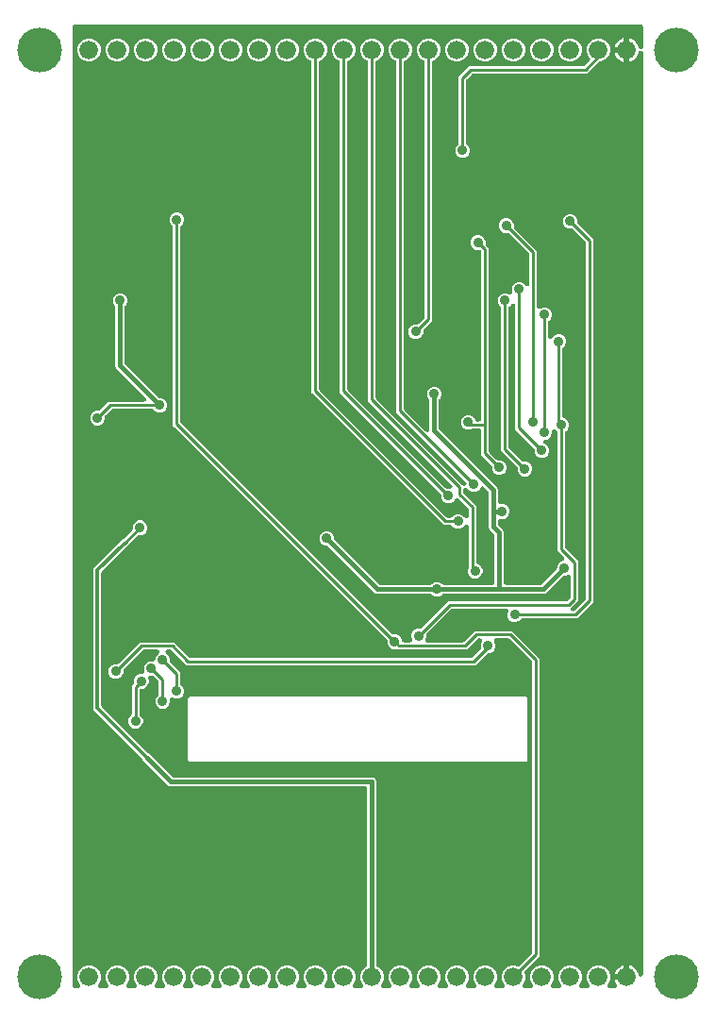
<source format=gbr>
G04 EAGLE Gerber RS-274X export*
G75*
%MOMM*%
%FSLAX34Y34*%
%LPD*%
%INBottom Copper*%
%IPPOS*%
%AMOC8*
5,1,8,0,0,1.08239X$1,22.5*%
G01*
%ADD10C,4.016000*%
%ADD11C,1.676400*%
%ADD12C,0.906400*%
%ADD13C,0.254000*%
%ADD14C,0.406400*%
%ADD15C,0.304800*%

G36*
X-251272Y-416050D02*
X-251272Y-416050D01*
X-251263Y-416051D01*
X-251070Y-416030D01*
X-250881Y-416011D01*
X-250872Y-416009D01*
X-250863Y-416008D01*
X-250679Y-415949D01*
X-250496Y-415893D01*
X-250488Y-415889D01*
X-250479Y-415886D01*
X-250311Y-415793D01*
X-250142Y-415701D01*
X-250135Y-415696D01*
X-250127Y-415691D01*
X-249980Y-415567D01*
X-249832Y-415444D01*
X-249827Y-415437D01*
X-249820Y-415431D01*
X-249700Y-415279D01*
X-249580Y-415130D01*
X-249576Y-415122D01*
X-249570Y-415115D01*
X-249483Y-414942D01*
X-249395Y-414773D01*
X-249392Y-414764D01*
X-249388Y-414756D01*
X-249336Y-414570D01*
X-249283Y-414386D01*
X-249282Y-414377D01*
X-249280Y-414368D01*
X-249266Y-414175D01*
X-249250Y-413984D01*
X-249251Y-413976D01*
X-249251Y-413967D01*
X-249275Y-413774D01*
X-249297Y-413585D01*
X-249300Y-413576D01*
X-249301Y-413567D01*
X-249362Y-413386D01*
X-249422Y-413202D01*
X-249427Y-413194D01*
X-249429Y-413186D01*
X-249525Y-413019D01*
X-249620Y-412851D01*
X-249626Y-412844D01*
X-249630Y-412837D01*
X-249845Y-412584D01*
X-250129Y-412299D01*
X-251715Y-408472D01*
X-251715Y-404328D01*
X-250129Y-400501D01*
X-247199Y-397571D01*
X-243372Y-395985D01*
X-239228Y-395985D01*
X-235401Y-397571D01*
X-232471Y-400501D01*
X-230885Y-404328D01*
X-230885Y-408472D01*
X-232471Y-412299D01*
X-232755Y-412584D01*
X-232761Y-412591D01*
X-232768Y-412596D01*
X-232888Y-412746D01*
X-233010Y-412895D01*
X-233014Y-412903D01*
X-233020Y-412910D01*
X-233109Y-413081D01*
X-233199Y-413251D01*
X-233201Y-413259D01*
X-233205Y-413267D01*
X-233259Y-413453D01*
X-233314Y-413637D01*
X-233314Y-413646D01*
X-233317Y-413654D01*
X-233332Y-413846D01*
X-233350Y-414038D01*
X-233349Y-414047D01*
X-233350Y-414056D01*
X-233327Y-414245D01*
X-233307Y-414438D01*
X-233304Y-414447D01*
X-233303Y-414455D01*
X-233243Y-414637D01*
X-233185Y-414822D01*
X-233181Y-414830D01*
X-233178Y-414838D01*
X-233083Y-415007D01*
X-232990Y-415174D01*
X-232984Y-415181D01*
X-232980Y-415189D01*
X-232854Y-415335D01*
X-232730Y-415481D01*
X-232723Y-415487D01*
X-232717Y-415494D01*
X-232565Y-415611D01*
X-232414Y-415731D01*
X-232406Y-415735D01*
X-232399Y-415740D01*
X-232227Y-415826D01*
X-232055Y-415913D01*
X-232046Y-415916D01*
X-232038Y-415920D01*
X-231852Y-415970D01*
X-231667Y-416021D01*
X-231658Y-416022D01*
X-231649Y-416024D01*
X-231319Y-416051D01*
X-225881Y-416051D01*
X-225872Y-416050D01*
X-225863Y-416051D01*
X-225670Y-416030D01*
X-225481Y-416011D01*
X-225472Y-416009D01*
X-225463Y-416008D01*
X-225279Y-415949D01*
X-225096Y-415893D01*
X-225088Y-415889D01*
X-225079Y-415886D01*
X-224911Y-415793D01*
X-224742Y-415701D01*
X-224735Y-415696D01*
X-224727Y-415691D01*
X-224580Y-415567D01*
X-224432Y-415444D01*
X-224427Y-415437D01*
X-224420Y-415431D01*
X-224300Y-415279D01*
X-224180Y-415130D01*
X-224176Y-415122D01*
X-224170Y-415115D01*
X-224083Y-414942D01*
X-223995Y-414773D01*
X-223992Y-414764D01*
X-223988Y-414756D01*
X-223936Y-414570D01*
X-223883Y-414386D01*
X-223882Y-414377D01*
X-223880Y-414368D01*
X-223866Y-414175D01*
X-223850Y-413984D01*
X-223851Y-413976D01*
X-223851Y-413967D01*
X-223875Y-413774D01*
X-223897Y-413585D01*
X-223900Y-413576D01*
X-223901Y-413567D01*
X-223962Y-413386D01*
X-224022Y-413202D01*
X-224027Y-413194D01*
X-224029Y-413186D01*
X-224125Y-413019D01*
X-224220Y-412851D01*
X-224226Y-412844D01*
X-224230Y-412837D01*
X-224445Y-412584D01*
X-224729Y-412299D01*
X-226315Y-408472D01*
X-226315Y-404328D01*
X-224729Y-400501D01*
X-221799Y-397571D01*
X-217972Y-395985D01*
X-213828Y-395985D01*
X-210001Y-397571D01*
X-207071Y-400501D01*
X-205485Y-404328D01*
X-205485Y-408472D01*
X-207071Y-412299D01*
X-207355Y-412584D01*
X-207361Y-412591D01*
X-207368Y-412596D01*
X-207488Y-412746D01*
X-207610Y-412895D01*
X-207614Y-412903D01*
X-207620Y-412910D01*
X-207709Y-413081D01*
X-207799Y-413251D01*
X-207801Y-413259D01*
X-207805Y-413267D01*
X-207859Y-413453D01*
X-207914Y-413637D01*
X-207914Y-413646D01*
X-207917Y-413654D01*
X-207932Y-413846D01*
X-207950Y-414038D01*
X-207949Y-414047D01*
X-207950Y-414056D01*
X-207927Y-414245D01*
X-207907Y-414438D01*
X-207904Y-414447D01*
X-207903Y-414455D01*
X-207843Y-414637D01*
X-207785Y-414822D01*
X-207781Y-414830D01*
X-207778Y-414838D01*
X-207683Y-415007D01*
X-207590Y-415174D01*
X-207584Y-415181D01*
X-207580Y-415189D01*
X-207454Y-415335D01*
X-207330Y-415481D01*
X-207323Y-415487D01*
X-207317Y-415494D01*
X-207165Y-415611D01*
X-207014Y-415731D01*
X-207006Y-415735D01*
X-206999Y-415740D01*
X-206827Y-415826D01*
X-206655Y-415913D01*
X-206646Y-415916D01*
X-206638Y-415920D01*
X-206452Y-415970D01*
X-206267Y-416021D01*
X-206258Y-416022D01*
X-206249Y-416024D01*
X-205919Y-416051D01*
X-200481Y-416051D01*
X-200472Y-416050D01*
X-200463Y-416051D01*
X-200270Y-416030D01*
X-200081Y-416011D01*
X-200072Y-416009D01*
X-200063Y-416008D01*
X-199879Y-415949D01*
X-199696Y-415893D01*
X-199688Y-415889D01*
X-199679Y-415886D01*
X-199511Y-415793D01*
X-199342Y-415701D01*
X-199335Y-415696D01*
X-199327Y-415691D01*
X-199180Y-415567D01*
X-199032Y-415444D01*
X-199027Y-415437D01*
X-199020Y-415431D01*
X-198900Y-415279D01*
X-198780Y-415130D01*
X-198776Y-415122D01*
X-198770Y-415115D01*
X-198683Y-414942D01*
X-198595Y-414773D01*
X-198592Y-414764D01*
X-198588Y-414756D01*
X-198536Y-414570D01*
X-198483Y-414386D01*
X-198482Y-414377D01*
X-198480Y-414368D01*
X-198466Y-414175D01*
X-198450Y-413984D01*
X-198451Y-413976D01*
X-198451Y-413967D01*
X-198475Y-413774D01*
X-198497Y-413585D01*
X-198500Y-413576D01*
X-198501Y-413567D01*
X-198562Y-413386D01*
X-198622Y-413202D01*
X-198627Y-413194D01*
X-198629Y-413186D01*
X-198725Y-413019D01*
X-198820Y-412851D01*
X-198826Y-412844D01*
X-198830Y-412837D01*
X-199045Y-412584D01*
X-199329Y-412299D01*
X-200915Y-408472D01*
X-200915Y-404328D01*
X-199329Y-400501D01*
X-196399Y-397571D01*
X-192572Y-395985D01*
X-188428Y-395985D01*
X-184601Y-397571D01*
X-181671Y-400501D01*
X-180085Y-404328D01*
X-180085Y-408472D01*
X-181671Y-412299D01*
X-181955Y-412584D01*
X-181961Y-412591D01*
X-181968Y-412596D01*
X-182088Y-412746D01*
X-182210Y-412895D01*
X-182214Y-412903D01*
X-182220Y-412910D01*
X-182309Y-413081D01*
X-182399Y-413251D01*
X-182401Y-413259D01*
X-182405Y-413267D01*
X-182459Y-413453D01*
X-182514Y-413637D01*
X-182514Y-413646D01*
X-182517Y-413654D01*
X-182532Y-413846D01*
X-182550Y-414038D01*
X-182549Y-414047D01*
X-182550Y-414056D01*
X-182527Y-414245D01*
X-182507Y-414438D01*
X-182504Y-414447D01*
X-182503Y-414455D01*
X-182443Y-414637D01*
X-182385Y-414822D01*
X-182381Y-414830D01*
X-182378Y-414838D01*
X-182283Y-415007D01*
X-182190Y-415174D01*
X-182184Y-415181D01*
X-182180Y-415189D01*
X-182054Y-415335D01*
X-181930Y-415481D01*
X-181923Y-415487D01*
X-181917Y-415494D01*
X-181765Y-415611D01*
X-181614Y-415731D01*
X-181606Y-415735D01*
X-181599Y-415740D01*
X-181427Y-415826D01*
X-181255Y-415913D01*
X-181246Y-415916D01*
X-181238Y-415920D01*
X-181052Y-415970D01*
X-180867Y-416021D01*
X-180858Y-416022D01*
X-180849Y-416024D01*
X-180519Y-416051D01*
X-175081Y-416051D01*
X-175072Y-416050D01*
X-175063Y-416051D01*
X-174870Y-416030D01*
X-174681Y-416011D01*
X-174672Y-416009D01*
X-174663Y-416008D01*
X-174479Y-415949D01*
X-174296Y-415893D01*
X-174288Y-415889D01*
X-174279Y-415886D01*
X-174111Y-415793D01*
X-173942Y-415701D01*
X-173935Y-415696D01*
X-173927Y-415691D01*
X-173780Y-415567D01*
X-173632Y-415444D01*
X-173627Y-415437D01*
X-173620Y-415431D01*
X-173500Y-415279D01*
X-173380Y-415130D01*
X-173376Y-415122D01*
X-173370Y-415115D01*
X-173283Y-414942D01*
X-173195Y-414773D01*
X-173192Y-414764D01*
X-173188Y-414756D01*
X-173136Y-414570D01*
X-173083Y-414386D01*
X-173082Y-414377D01*
X-173080Y-414368D01*
X-173066Y-414175D01*
X-173050Y-413984D01*
X-173051Y-413976D01*
X-173051Y-413967D01*
X-173075Y-413774D01*
X-173097Y-413585D01*
X-173100Y-413576D01*
X-173101Y-413567D01*
X-173162Y-413386D01*
X-173222Y-413202D01*
X-173227Y-413194D01*
X-173229Y-413186D01*
X-173325Y-413019D01*
X-173420Y-412851D01*
X-173426Y-412844D01*
X-173430Y-412837D01*
X-173645Y-412584D01*
X-173929Y-412299D01*
X-175515Y-408472D01*
X-175515Y-404328D01*
X-173929Y-400501D01*
X-170999Y-397571D01*
X-167172Y-395985D01*
X-163028Y-395985D01*
X-159201Y-397571D01*
X-156271Y-400501D01*
X-154685Y-404328D01*
X-154685Y-408472D01*
X-156271Y-412299D01*
X-156555Y-412584D01*
X-156561Y-412591D01*
X-156568Y-412596D01*
X-156688Y-412746D01*
X-156810Y-412895D01*
X-156814Y-412903D01*
X-156820Y-412910D01*
X-156909Y-413081D01*
X-156999Y-413251D01*
X-157001Y-413259D01*
X-157005Y-413267D01*
X-157059Y-413453D01*
X-157114Y-413637D01*
X-157114Y-413646D01*
X-157117Y-413654D01*
X-157132Y-413846D01*
X-157150Y-414038D01*
X-157149Y-414047D01*
X-157150Y-414056D01*
X-157127Y-414245D01*
X-157107Y-414438D01*
X-157104Y-414447D01*
X-157103Y-414455D01*
X-157043Y-414637D01*
X-156985Y-414822D01*
X-156981Y-414830D01*
X-156978Y-414838D01*
X-156883Y-415007D01*
X-156790Y-415174D01*
X-156784Y-415181D01*
X-156780Y-415189D01*
X-156654Y-415335D01*
X-156530Y-415481D01*
X-156523Y-415487D01*
X-156517Y-415494D01*
X-156365Y-415611D01*
X-156214Y-415731D01*
X-156206Y-415735D01*
X-156199Y-415740D01*
X-156027Y-415826D01*
X-155855Y-415913D01*
X-155846Y-415916D01*
X-155838Y-415920D01*
X-155652Y-415970D01*
X-155467Y-416021D01*
X-155458Y-416022D01*
X-155449Y-416024D01*
X-155119Y-416051D01*
X-149681Y-416051D01*
X-149672Y-416050D01*
X-149663Y-416051D01*
X-149470Y-416030D01*
X-149281Y-416011D01*
X-149272Y-416009D01*
X-149263Y-416008D01*
X-149079Y-415949D01*
X-148896Y-415893D01*
X-148888Y-415889D01*
X-148879Y-415886D01*
X-148711Y-415793D01*
X-148542Y-415701D01*
X-148535Y-415696D01*
X-148527Y-415691D01*
X-148380Y-415567D01*
X-148232Y-415444D01*
X-148227Y-415437D01*
X-148220Y-415431D01*
X-148100Y-415279D01*
X-147980Y-415130D01*
X-147976Y-415122D01*
X-147970Y-415115D01*
X-147883Y-414942D01*
X-147795Y-414773D01*
X-147792Y-414764D01*
X-147788Y-414756D01*
X-147736Y-414570D01*
X-147683Y-414386D01*
X-147682Y-414377D01*
X-147680Y-414368D01*
X-147666Y-414175D01*
X-147650Y-413984D01*
X-147651Y-413976D01*
X-147651Y-413967D01*
X-147675Y-413774D01*
X-147697Y-413585D01*
X-147700Y-413576D01*
X-147701Y-413567D01*
X-147762Y-413386D01*
X-147822Y-413202D01*
X-147827Y-413194D01*
X-147829Y-413186D01*
X-147925Y-413019D01*
X-148020Y-412851D01*
X-148026Y-412844D01*
X-148030Y-412837D01*
X-148245Y-412584D01*
X-148529Y-412299D01*
X-150115Y-408472D01*
X-150115Y-404328D01*
X-148529Y-400501D01*
X-145599Y-397571D01*
X-141772Y-395985D01*
X-137628Y-395985D01*
X-133801Y-397571D01*
X-130871Y-400501D01*
X-129285Y-404328D01*
X-129285Y-408472D01*
X-130871Y-412299D01*
X-131155Y-412584D01*
X-131161Y-412591D01*
X-131168Y-412596D01*
X-131288Y-412746D01*
X-131410Y-412895D01*
X-131414Y-412903D01*
X-131420Y-412910D01*
X-131509Y-413081D01*
X-131599Y-413251D01*
X-131601Y-413259D01*
X-131605Y-413267D01*
X-131659Y-413453D01*
X-131714Y-413637D01*
X-131714Y-413646D01*
X-131717Y-413654D01*
X-131732Y-413846D01*
X-131750Y-414038D01*
X-131749Y-414047D01*
X-131750Y-414056D01*
X-131727Y-414245D01*
X-131707Y-414438D01*
X-131704Y-414447D01*
X-131703Y-414455D01*
X-131643Y-414637D01*
X-131585Y-414822D01*
X-131581Y-414830D01*
X-131578Y-414838D01*
X-131483Y-415007D01*
X-131390Y-415174D01*
X-131384Y-415181D01*
X-131380Y-415189D01*
X-131254Y-415335D01*
X-131130Y-415481D01*
X-131123Y-415487D01*
X-131117Y-415494D01*
X-130965Y-415611D01*
X-130814Y-415731D01*
X-130806Y-415735D01*
X-130799Y-415740D01*
X-130627Y-415826D01*
X-130455Y-415913D01*
X-130446Y-415916D01*
X-130438Y-415920D01*
X-130252Y-415970D01*
X-130067Y-416021D01*
X-130058Y-416022D01*
X-130049Y-416024D01*
X-129719Y-416051D01*
X-124281Y-416051D01*
X-124272Y-416050D01*
X-124263Y-416051D01*
X-124070Y-416030D01*
X-123881Y-416011D01*
X-123872Y-416009D01*
X-123863Y-416008D01*
X-123679Y-415949D01*
X-123496Y-415893D01*
X-123488Y-415889D01*
X-123479Y-415886D01*
X-123311Y-415793D01*
X-123142Y-415701D01*
X-123135Y-415696D01*
X-123127Y-415691D01*
X-122980Y-415567D01*
X-122832Y-415444D01*
X-122827Y-415437D01*
X-122820Y-415431D01*
X-122700Y-415279D01*
X-122580Y-415130D01*
X-122576Y-415122D01*
X-122570Y-415115D01*
X-122483Y-414942D01*
X-122395Y-414773D01*
X-122392Y-414764D01*
X-122388Y-414756D01*
X-122336Y-414570D01*
X-122283Y-414386D01*
X-122282Y-414377D01*
X-122280Y-414368D01*
X-122266Y-414175D01*
X-122250Y-413984D01*
X-122251Y-413976D01*
X-122251Y-413967D01*
X-122275Y-413774D01*
X-122297Y-413585D01*
X-122300Y-413576D01*
X-122301Y-413567D01*
X-122362Y-413386D01*
X-122422Y-413202D01*
X-122427Y-413194D01*
X-122429Y-413186D01*
X-122525Y-413019D01*
X-122620Y-412851D01*
X-122626Y-412844D01*
X-122630Y-412837D01*
X-122845Y-412584D01*
X-123129Y-412299D01*
X-124715Y-408472D01*
X-124715Y-404328D01*
X-123129Y-400501D01*
X-120199Y-397571D01*
X-116372Y-395985D01*
X-112228Y-395985D01*
X-108401Y-397571D01*
X-105471Y-400501D01*
X-103885Y-404328D01*
X-103885Y-408472D01*
X-105471Y-412299D01*
X-105755Y-412584D01*
X-105761Y-412591D01*
X-105768Y-412596D01*
X-105888Y-412746D01*
X-106010Y-412895D01*
X-106014Y-412903D01*
X-106020Y-412910D01*
X-106109Y-413081D01*
X-106199Y-413251D01*
X-106201Y-413259D01*
X-106205Y-413267D01*
X-106259Y-413453D01*
X-106314Y-413637D01*
X-106314Y-413646D01*
X-106317Y-413654D01*
X-106332Y-413846D01*
X-106350Y-414038D01*
X-106349Y-414047D01*
X-106350Y-414056D01*
X-106327Y-414245D01*
X-106307Y-414438D01*
X-106304Y-414447D01*
X-106303Y-414455D01*
X-106243Y-414637D01*
X-106185Y-414822D01*
X-106181Y-414830D01*
X-106178Y-414838D01*
X-106083Y-415007D01*
X-105990Y-415174D01*
X-105984Y-415181D01*
X-105980Y-415189D01*
X-105854Y-415335D01*
X-105730Y-415481D01*
X-105723Y-415487D01*
X-105717Y-415494D01*
X-105565Y-415611D01*
X-105414Y-415731D01*
X-105406Y-415735D01*
X-105399Y-415740D01*
X-105227Y-415826D01*
X-105055Y-415913D01*
X-105046Y-415916D01*
X-105038Y-415920D01*
X-104852Y-415970D01*
X-104667Y-416021D01*
X-104658Y-416022D01*
X-104649Y-416024D01*
X-104319Y-416051D01*
X-98881Y-416051D01*
X-98872Y-416050D01*
X-98863Y-416051D01*
X-98670Y-416030D01*
X-98481Y-416011D01*
X-98472Y-416009D01*
X-98463Y-416008D01*
X-98279Y-415949D01*
X-98096Y-415893D01*
X-98088Y-415889D01*
X-98079Y-415886D01*
X-97911Y-415793D01*
X-97742Y-415701D01*
X-97735Y-415696D01*
X-97727Y-415691D01*
X-97580Y-415567D01*
X-97432Y-415444D01*
X-97427Y-415437D01*
X-97420Y-415431D01*
X-97300Y-415279D01*
X-97180Y-415130D01*
X-97176Y-415122D01*
X-97170Y-415115D01*
X-97083Y-414942D01*
X-96995Y-414773D01*
X-96992Y-414764D01*
X-96988Y-414756D01*
X-96936Y-414570D01*
X-96883Y-414386D01*
X-96882Y-414377D01*
X-96880Y-414368D01*
X-96866Y-414175D01*
X-96850Y-413984D01*
X-96851Y-413976D01*
X-96851Y-413967D01*
X-96875Y-413774D01*
X-96897Y-413585D01*
X-96900Y-413576D01*
X-96901Y-413567D01*
X-96962Y-413386D01*
X-97022Y-413202D01*
X-97027Y-413194D01*
X-97029Y-413186D01*
X-97125Y-413019D01*
X-97220Y-412851D01*
X-97226Y-412844D01*
X-97230Y-412837D01*
X-97445Y-412584D01*
X-97729Y-412299D01*
X-99315Y-408472D01*
X-99315Y-404328D01*
X-97729Y-400501D01*
X-94799Y-397571D01*
X-90972Y-395985D01*
X-86828Y-395985D01*
X-83001Y-397571D01*
X-80071Y-400501D01*
X-78485Y-404328D01*
X-78485Y-408472D01*
X-80071Y-412299D01*
X-80355Y-412584D01*
X-80361Y-412591D01*
X-80368Y-412596D01*
X-80488Y-412746D01*
X-80610Y-412895D01*
X-80614Y-412903D01*
X-80620Y-412910D01*
X-80709Y-413081D01*
X-80799Y-413251D01*
X-80801Y-413259D01*
X-80805Y-413267D01*
X-80859Y-413453D01*
X-80914Y-413637D01*
X-80914Y-413646D01*
X-80917Y-413654D01*
X-80932Y-413846D01*
X-80950Y-414038D01*
X-80949Y-414047D01*
X-80950Y-414056D01*
X-80927Y-414245D01*
X-80907Y-414438D01*
X-80904Y-414447D01*
X-80903Y-414455D01*
X-80843Y-414637D01*
X-80785Y-414822D01*
X-80781Y-414830D01*
X-80778Y-414838D01*
X-80683Y-415007D01*
X-80590Y-415174D01*
X-80584Y-415181D01*
X-80580Y-415189D01*
X-80454Y-415335D01*
X-80330Y-415481D01*
X-80323Y-415487D01*
X-80317Y-415494D01*
X-80165Y-415611D01*
X-80014Y-415731D01*
X-80006Y-415735D01*
X-79999Y-415740D01*
X-79827Y-415826D01*
X-79655Y-415913D01*
X-79646Y-415916D01*
X-79638Y-415920D01*
X-79452Y-415970D01*
X-79267Y-416021D01*
X-79258Y-416022D01*
X-79249Y-416024D01*
X-78919Y-416051D01*
X-73481Y-416051D01*
X-73472Y-416050D01*
X-73463Y-416051D01*
X-73270Y-416030D01*
X-73081Y-416011D01*
X-73072Y-416009D01*
X-73063Y-416008D01*
X-72879Y-415949D01*
X-72696Y-415893D01*
X-72688Y-415889D01*
X-72679Y-415886D01*
X-72511Y-415793D01*
X-72342Y-415701D01*
X-72335Y-415696D01*
X-72327Y-415691D01*
X-72180Y-415567D01*
X-72032Y-415444D01*
X-72027Y-415437D01*
X-72020Y-415431D01*
X-71900Y-415279D01*
X-71780Y-415130D01*
X-71776Y-415122D01*
X-71770Y-415115D01*
X-71683Y-414942D01*
X-71595Y-414773D01*
X-71592Y-414764D01*
X-71588Y-414756D01*
X-71536Y-414570D01*
X-71483Y-414386D01*
X-71482Y-414377D01*
X-71480Y-414368D01*
X-71466Y-414175D01*
X-71450Y-413984D01*
X-71451Y-413976D01*
X-71451Y-413967D01*
X-71475Y-413774D01*
X-71497Y-413585D01*
X-71500Y-413576D01*
X-71501Y-413567D01*
X-71562Y-413386D01*
X-71622Y-413202D01*
X-71627Y-413194D01*
X-71629Y-413186D01*
X-71725Y-413019D01*
X-71820Y-412851D01*
X-71826Y-412844D01*
X-71830Y-412837D01*
X-72045Y-412584D01*
X-72329Y-412299D01*
X-73915Y-408472D01*
X-73915Y-404328D01*
X-72329Y-400501D01*
X-69399Y-397571D01*
X-65572Y-395985D01*
X-61428Y-395985D01*
X-57601Y-397571D01*
X-54671Y-400501D01*
X-53085Y-404328D01*
X-53085Y-408472D01*
X-54671Y-412299D01*
X-54955Y-412584D01*
X-54961Y-412591D01*
X-54968Y-412596D01*
X-55088Y-412746D01*
X-55210Y-412895D01*
X-55214Y-412903D01*
X-55220Y-412910D01*
X-55309Y-413081D01*
X-55399Y-413251D01*
X-55401Y-413259D01*
X-55405Y-413267D01*
X-55459Y-413453D01*
X-55514Y-413637D01*
X-55514Y-413646D01*
X-55517Y-413654D01*
X-55532Y-413846D01*
X-55550Y-414038D01*
X-55549Y-414047D01*
X-55550Y-414056D01*
X-55527Y-414245D01*
X-55507Y-414438D01*
X-55504Y-414447D01*
X-55503Y-414455D01*
X-55443Y-414637D01*
X-55385Y-414822D01*
X-55381Y-414830D01*
X-55378Y-414838D01*
X-55283Y-415007D01*
X-55190Y-415174D01*
X-55184Y-415181D01*
X-55180Y-415189D01*
X-55054Y-415335D01*
X-54930Y-415481D01*
X-54923Y-415487D01*
X-54917Y-415494D01*
X-54765Y-415611D01*
X-54614Y-415731D01*
X-54606Y-415735D01*
X-54599Y-415740D01*
X-54427Y-415826D01*
X-54255Y-415913D01*
X-54246Y-415916D01*
X-54238Y-415920D01*
X-54052Y-415970D01*
X-53867Y-416021D01*
X-53858Y-416022D01*
X-53849Y-416024D01*
X-53519Y-416051D01*
X-48081Y-416051D01*
X-48072Y-416050D01*
X-48063Y-416051D01*
X-47870Y-416030D01*
X-47681Y-416011D01*
X-47672Y-416009D01*
X-47663Y-416008D01*
X-47479Y-415949D01*
X-47296Y-415893D01*
X-47288Y-415889D01*
X-47279Y-415886D01*
X-47111Y-415793D01*
X-46942Y-415701D01*
X-46935Y-415696D01*
X-46927Y-415691D01*
X-46780Y-415567D01*
X-46632Y-415444D01*
X-46627Y-415437D01*
X-46620Y-415431D01*
X-46500Y-415279D01*
X-46380Y-415130D01*
X-46376Y-415122D01*
X-46370Y-415115D01*
X-46283Y-414942D01*
X-46195Y-414773D01*
X-46192Y-414764D01*
X-46188Y-414756D01*
X-46136Y-414570D01*
X-46083Y-414386D01*
X-46082Y-414377D01*
X-46080Y-414368D01*
X-46066Y-414175D01*
X-46050Y-413984D01*
X-46051Y-413976D01*
X-46051Y-413967D01*
X-46075Y-413774D01*
X-46097Y-413585D01*
X-46100Y-413576D01*
X-46101Y-413567D01*
X-46162Y-413386D01*
X-46222Y-413202D01*
X-46227Y-413194D01*
X-46229Y-413186D01*
X-46325Y-413019D01*
X-46420Y-412851D01*
X-46426Y-412844D01*
X-46430Y-412837D01*
X-46645Y-412584D01*
X-46929Y-412299D01*
X-48515Y-408472D01*
X-48515Y-404328D01*
X-46929Y-400501D01*
X-43999Y-397571D01*
X-40172Y-395985D01*
X-36028Y-395985D01*
X-32201Y-397571D01*
X-29271Y-400501D01*
X-27685Y-404328D01*
X-27685Y-408472D01*
X-29271Y-412299D01*
X-29555Y-412584D01*
X-29561Y-412591D01*
X-29568Y-412596D01*
X-29688Y-412746D01*
X-29810Y-412895D01*
X-29814Y-412903D01*
X-29820Y-412910D01*
X-29909Y-413081D01*
X-29999Y-413251D01*
X-30001Y-413259D01*
X-30005Y-413267D01*
X-30059Y-413453D01*
X-30114Y-413637D01*
X-30114Y-413646D01*
X-30117Y-413654D01*
X-30132Y-413846D01*
X-30150Y-414038D01*
X-30149Y-414047D01*
X-30150Y-414056D01*
X-30127Y-414245D01*
X-30107Y-414438D01*
X-30104Y-414447D01*
X-30103Y-414455D01*
X-30043Y-414637D01*
X-29985Y-414822D01*
X-29981Y-414830D01*
X-29978Y-414838D01*
X-29883Y-415007D01*
X-29790Y-415174D01*
X-29784Y-415181D01*
X-29780Y-415189D01*
X-29654Y-415335D01*
X-29530Y-415481D01*
X-29523Y-415487D01*
X-29517Y-415494D01*
X-29365Y-415611D01*
X-29214Y-415731D01*
X-29206Y-415735D01*
X-29199Y-415740D01*
X-29027Y-415826D01*
X-28855Y-415913D01*
X-28846Y-415916D01*
X-28838Y-415920D01*
X-28652Y-415970D01*
X-28467Y-416021D01*
X-28458Y-416022D01*
X-28449Y-416024D01*
X-28119Y-416051D01*
X-22681Y-416051D01*
X-22672Y-416050D01*
X-22663Y-416051D01*
X-22470Y-416030D01*
X-22281Y-416011D01*
X-22272Y-416009D01*
X-22263Y-416008D01*
X-22079Y-415949D01*
X-21896Y-415893D01*
X-21888Y-415889D01*
X-21879Y-415886D01*
X-21711Y-415793D01*
X-21542Y-415701D01*
X-21535Y-415696D01*
X-21527Y-415691D01*
X-21380Y-415567D01*
X-21232Y-415444D01*
X-21227Y-415437D01*
X-21220Y-415431D01*
X-21100Y-415279D01*
X-20980Y-415130D01*
X-20976Y-415122D01*
X-20970Y-415115D01*
X-20883Y-414942D01*
X-20795Y-414773D01*
X-20792Y-414764D01*
X-20788Y-414756D01*
X-20736Y-414570D01*
X-20683Y-414386D01*
X-20682Y-414377D01*
X-20680Y-414368D01*
X-20666Y-414175D01*
X-20650Y-413984D01*
X-20651Y-413976D01*
X-20651Y-413967D01*
X-20675Y-413774D01*
X-20697Y-413585D01*
X-20700Y-413576D01*
X-20701Y-413567D01*
X-20762Y-413386D01*
X-20822Y-413202D01*
X-20827Y-413194D01*
X-20829Y-413186D01*
X-20925Y-413019D01*
X-21020Y-412851D01*
X-21026Y-412844D01*
X-21030Y-412837D01*
X-21245Y-412584D01*
X-21529Y-412299D01*
X-23115Y-408472D01*
X-23115Y-404328D01*
X-21529Y-400501D01*
X-18599Y-397571D01*
X-14772Y-395985D01*
X-10628Y-395985D01*
X-6801Y-397571D01*
X-3871Y-400501D01*
X-2285Y-404328D01*
X-2285Y-408472D01*
X-3871Y-412299D01*
X-4155Y-412584D01*
X-4161Y-412591D01*
X-4168Y-412596D01*
X-4288Y-412746D01*
X-4410Y-412895D01*
X-4414Y-412903D01*
X-4420Y-412910D01*
X-4509Y-413081D01*
X-4599Y-413251D01*
X-4601Y-413259D01*
X-4605Y-413267D01*
X-4659Y-413453D01*
X-4714Y-413637D01*
X-4714Y-413646D01*
X-4717Y-413654D01*
X-4732Y-413846D01*
X-4750Y-414038D01*
X-4749Y-414047D01*
X-4750Y-414056D01*
X-4727Y-414245D01*
X-4707Y-414438D01*
X-4704Y-414447D01*
X-4703Y-414455D01*
X-4643Y-414637D01*
X-4585Y-414822D01*
X-4581Y-414830D01*
X-4578Y-414838D01*
X-4483Y-415007D01*
X-4390Y-415174D01*
X-4384Y-415181D01*
X-4380Y-415189D01*
X-4254Y-415335D01*
X-4130Y-415481D01*
X-4123Y-415487D01*
X-4117Y-415494D01*
X-3965Y-415611D01*
X-3814Y-415731D01*
X-3806Y-415735D01*
X-3799Y-415740D01*
X-3627Y-415826D01*
X-3455Y-415913D01*
X-3446Y-415916D01*
X-3438Y-415920D01*
X-3252Y-415970D01*
X-3067Y-416021D01*
X-3058Y-416022D01*
X-3049Y-416024D01*
X-2719Y-416051D01*
X2719Y-416051D01*
X2728Y-416050D01*
X2737Y-416051D01*
X2930Y-416030D01*
X3119Y-416011D01*
X3128Y-416009D01*
X3137Y-416008D01*
X3321Y-415949D01*
X3504Y-415893D01*
X3512Y-415889D01*
X3521Y-415886D01*
X3689Y-415793D01*
X3858Y-415701D01*
X3865Y-415696D01*
X3873Y-415691D01*
X4020Y-415567D01*
X4168Y-415444D01*
X4173Y-415437D01*
X4180Y-415431D01*
X4300Y-415279D01*
X4420Y-415130D01*
X4424Y-415122D01*
X4430Y-415115D01*
X4517Y-414942D01*
X4605Y-414773D01*
X4608Y-414764D01*
X4612Y-414756D01*
X4664Y-414570D01*
X4717Y-414386D01*
X4718Y-414377D01*
X4720Y-414368D01*
X4734Y-414175D01*
X4750Y-413984D01*
X4749Y-413976D01*
X4749Y-413967D01*
X4725Y-413774D01*
X4703Y-413585D01*
X4700Y-413576D01*
X4699Y-413567D01*
X4638Y-413386D01*
X4578Y-413202D01*
X4573Y-413194D01*
X4571Y-413186D01*
X4475Y-413019D01*
X4380Y-412851D01*
X4374Y-412844D01*
X4370Y-412837D01*
X4155Y-412584D01*
X3871Y-412299D01*
X2285Y-408472D01*
X2285Y-404328D01*
X3871Y-400501D01*
X6801Y-397571D01*
X7381Y-397330D01*
X7401Y-397320D01*
X7422Y-397313D01*
X7578Y-397225D01*
X7736Y-397140D01*
X7753Y-397126D01*
X7773Y-397115D01*
X7908Y-396998D01*
X8047Y-396884D01*
X8061Y-396866D01*
X8078Y-396852D01*
X8187Y-396710D01*
X8300Y-396571D01*
X8311Y-396551D01*
X8324Y-396534D01*
X8404Y-396373D01*
X8487Y-396215D01*
X8494Y-396193D01*
X8504Y-396173D01*
X8550Y-396000D01*
X8600Y-395828D01*
X8602Y-395806D01*
X8608Y-395784D01*
X8635Y-395454D01*
X8635Y-237236D01*
X8633Y-237218D01*
X8635Y-237200D01*
X8614Y-237018D01*
X8595Y-236835D01*
X8590Y-236818D01*
X8588Y-236801D01*
X8531Y-236626D01*
X8477Y-236450D01*
X8469Y-236435D01*
X8463Y-236418D01*
X8373Y-236258D01*
X8285Y-236096D01*
X8274Y-236083D01*
X8265Y-236067D01*
X8145Y-235928D01*
X8028Y-235787D01*
X8014Y-235776D01*
X8002Y-235762D01*
X7857Y-235650D01*
X7714Y-235535D01*
X7698Y-235527D01*
X7684Y-235516D01*
X7519Y-235434D01*
X7357Y-235349D01*
X7340Y-235344D01*
X7324Y-235336D01*
X7145Y-235289D01*
X6970Y-235238D01*
X6952Y-235236D01*
X6935Y-235232D01*
X6604Y-235205D01*
X-168449Y-235205D01*
X-169942Y-234586D01*
X-192676Y-211853D01*
X-193029Y-210999D01*
X-193044Y-210972D01*
X-193054Y-210942D01*
X-193139Y-210795D01*
X-193219Y-210645D01*
X-193239Y-210621D01*
X-193255Y-210593D01*
X-193470Y-210340D01*
X-234558Y-169252D01*
X-237237Y-166573D01*
X-237237Y-39827D01*
X-210931Y-13521D01*
X-210887Y-13507D01*
X-210720Y-13455D01*
X-210696Y-13442D01*
X-210671Y-13434D01*
X-210519Y-13347D01*
X-210366Y-13263D01*
X-210345Y-13246D01*
X-210322Y-13233D01*
X-210069Y-13018D01*
X-202740Y-5689D01*
X-202723Y-5668D01*
X-202702Y-5651D01*
X-202595Y-5513D01*
X-202485Y-5377D01*
X-202472Y-5354D01*
X-202456Y-5333D01*
X-202378Y-5176D01*
X-202296Y-5022D01*
X-202288Y-4996D01*
X-202276Y-4972D01*
X-202231Y-4803D01*
X-202181Y-4636D01*
X-202179Y-4609D01*
X-202172Y-4583D01*
X-202145Y-4253D01*
X-202145Y-1894D01*
X-201145Y519D01*
X-199299Y2365D01*
X-196886Y3365D01*
X-194274Y3365D01*
X-191861Y2365D01*
X-190015Y519D01*
X-189015Y-1894D01*
X-189015Y-4506D01*
X-190015Y-6919D01*
X-191861Y-8765D01*
X-194274Y-9765D01*
X-196633Y-9765D01*
X-196659Y-9767D01*
X-196686Y-9765D01*
X-196860Y-9787D01*
X-197033Y-9805D01*
X-197059Y-9812D01*
X-197085Y-9816D01*
X-197251Y-9871D01*
X-197418Y-9923D01*
X-197442Y-9936D01*
X-197467Y-9944D01*
X-197619Y-10031D01*
X-197772Y-10115D01*
X-197793Y-10132D01*
X-197816Y-10145D01*
X-198069Y-10360D01*
X-205398Y-17689D01*
X-205415Y-17710D01*
X-205436Y-17727D01*
X-205543Y-17865D01*
X-205653Y-18001D01*
X-205666Y-18024D01*
X-205682Y-18045D01*
X-205760Y-18202D01*
X-205842Y-18356D01*
X-205850Y-18382D01*
X-205862Y-18406D01*
X-205900Y-18550D01*
X-229528Y-42178D01*
X-229545Y-42199D01*
X-229566Y-42217D01*
X-229673Y-42354D01*
X-229783Y-42490D01*
X-229796Y-42513D01*
X-229812Y-42535D01*
X-229890Y-42692D01*
X-229972Y-42846D01*
X-229980Y-42871D01*
X-229992Y-42895D01*
X-230037Y-43065D01*
X-230087Y-43231D01*
X-230089Y-43258D01*
X-230096Y-43284D01*
X-230123Y-43615D01*
X-230123Y-162785D01*
X-230121Y-162812D01*
X-230123Y-162839D01*
X-230101Y-163013D01*
X-230083Y-163186D01*
X-230076Y-163211D01*
X-230072Y-163238D01*
X-230017Y-163404D01*
X-229965Y-163571D01*
X-229952Y-163594D01*
X-229944Y-163620D01*
X-229857Y-163771D01*
X-229773Y-163925D01*
X-229756Y-163945D01*
X-229743Y-163969D01*
X-229528Y-164222D01*
X-188440Y-205310D01*
X-188415Y-205330D01*
X-188395Y-205354D01*
X-188260Y-205458D01*
X-188128Y-205565D01*
X-188101Y-205580D01*
X-188076Y-205599D01*
X-187781Y-205751D01*
X-186927Y-206104D01*
X-166551Y-226480D01*
X-166531Y-226497D01*
X-166513Y-226518D01*
X-166375Y-226625D01*
X-166240Y-226735D01*
X-166216Y-226748D01*
X-166195Y-226764D01*
X-166038Y-226842D01*
X-165884Y-226924D01*
X-165859Y-226932D01*
X-165834Y-226944D01*
X-165665Y-226989D01*
X-165498Y-227039D01*
X-165472Y-227041D01*
X-165446Y-227048D01*
X-165115Y-227075D01*
X13509Y-227075D01*
X15002Y-227694D01*
X16146Y-228838D01*
X16765Y-230331D01*
X16765Y-395454D01*
X16767Y-395476D01*
X16765Y-395498D01*
X16787Y-395676D01*
X16805Y-395854D01*
X16811Y-395876D01*
X16814Y-395898D01*
X16870Y-396067D01*
X16923Y-396239D01*
X16933Y-396259D01*
X16940Y-396280D01*
X17029Y-396435D01*
X17115Y-396593D01*
X17129Y-396610D01*
X17140Y-396630D01*
X17258Y-396765D01*
X17372Y-396902D01*
X17390Y-396916D01*
X17404Y-396933D01*
X17547Y-397043D01*
X17686Y-397155D01*
X17706Y-397165D01*
X17724Y-397179D01*
X18019Y-397330D01*
X18599Y-397571D01*
X21529Y-400501D01*
X23115Y-404328D01*
X23115Y-408472D01*
X21529Y-412299D01*
X21245Y-412584D01*
X21239Y-412591D01*
X21232Y-412596D01*
X21112Y-412746D01*
X20990Y-412895D01*
X20986Y-412903D01*
X20980Y-412910D01*
X20891Y-413081D01*
X20801Y-413251D01*
X20799Y-413259D01*
X20795Y-413267D01*
X20741Y-413453D01*
X20686Y-413637D01*
X20686Y-413646D01*
X20683Y-413654D01*
X20668Y-413846D01*
X20650Y-414038D01*
X20651Y-414047D01*
X20650Y-414056D01*
X20673Y-414245D01*
X20693Y-414438D01*
X20696Y-414447D01*
X20697Y-414455D01*
X20757Y-414637D01*
X20815Y-414822D01*
X20819Y-414830D01*
X20822Y-414838D01*
X20917Y-415007D01*
X21010Y-415174D01*
X21016Y-415181D01*
X21020Y-415189D01*
X21146Y-415335D01*
X21270Y-415481D01*
X21277Y-415487D01*
X21283Y-415494D01*
X21435Y-415611D01*
X21586Y-415731D01*
X21594Y-415735D01*
X21601Y-415740D01*
X21773Y-415826D01*
X21945Y-415913D01*
X21954Y-415916D01*
X21962Y-415920D01*
X22148Y-415970D01*
X22333Y-416021D01*
X22342Y-416022D01*
X22351Y-416024D01*
X22681Y-416051D01*
X28119Y-416051D01*
X28128Y-416050D01*
X28137Y-416051D01*
X28330Y-416030D01*
X28519Y-416011D01*
X28528Y-416009D01*
X28537Y-416008D01*
X28721Y-415949D01*
X28904Y-415893D01*
X28912Y-415889D01*
X28921Y-415886D01*
X29089Y-415793D01*
X29258Y-415701D01*
X29265Y-415696D01*
X29273Y-415691D01*
X29420Y-415567D01*
X29568Y-415444D01*
X29573Y-415437D01*
X29580Y-415431D01*
X29700Y-415279D01*
X29820Y-415130D01*
X29824Y-415122D01*
X29830Y-415115D01*
X29917Y-414942D01*
X30005Y-414773D01*
X30008Y-414764D01*
X30012Y-414756D01*
X30064Y-414570D01*
X30117Y-414386D01*
X30118Y-414377D01*
X30120Y-414368D01*
X30134Y-414175D01*
X30150Y-413984D01*
X30149Y-413976D01*
X30149Y-413967D01*
X30125Y-413774D01*
X30103Y-413585D01*
X30100Y-413576D01*
X30099Y-413567D01*
X30038Y-413386D01*
X29978Y-413202D01*
X29973Y-413194D01*
X29971Y-413186D01*
X29875Y-413019D01*
X29780Y-412851D01*
X29774Y-412844D01*
X29770Y-412837D01*
X29555Y-412584D01*
X29271Y-412299D01*
X27685Y-408472D01*
X27685Y-404328D01*
X29271Y-400501D01*
X32201Y-397571D01*
X36028Y-395985D01*
X40172Y-395985D01*
X43999Y-397571D01*
X46929Y-400501D01*
X48515Y-404328D01*
X48515Y-408472D01*
X46929Y-412299D01*
X46645Y-412584D01*
X46639Y-412591D01*
X46632Y-412596D01*
X46512Y-412746D01*
X46390Y-412895D01*
X46386Y-412903D01*
X46380Y-412910D01*
X46291Y-413081D01*
X46201Y-413251D01*
X46199Y-413259D01*
X46195Y-413267D01*
X46141Y-413453D01*
X46086Y-413637D01*
X46086Y-413646D01*
X46083Y-413654D01*
X46068Y-413846D01*
X46050Y-414038D01*
X46051Y-414047D01*
X46050Y-414056D01*
X46073Y-414245D01*
X46093Y-414438D01*
X46096Y-414447D01*
X46097Y-414455D01*
X46157Y-414637D01*
X46215Y-414822D01*
X46219Y-414830D01*
X46222Y-414838D01*
X46317Y-415007D01*
X46410Y-415174D01*
X46416Y-415181D01*
X46420Y-415189D01*
X46546Y-415335D01*
X46670Y-415481D01*
X46677Y-415487D01*
X46683Y-415494D01*
X46835Y-415611D01*
X46986Y-415731D01*
X46994Y-415735D01*
X47001Y-415740D01*
X47173Y-415826D01*
X47345Y-415913D01*
X47354Y-415916D01*
X47362Y-415920D01*
X47548Y-415970D01*
X47733Y-416021D01*
X47742Y-416022D01*
X47751Y-416024D01*
X48081Y-416051D01*
X53519Y-416051D01*
X53528Y-416050D01*
X53537Y-416051D01*
X53730Y-416030D01*
X53919Y-416011D01*
X53928Y-416009D01*
X53937Y-416008D01*
X54121Y-415949D01*
X54304Y-415893D01*
X54312Y-415889D01*
X54321Y-415886D01*
X54489Y-415793D01*
X54658Y-415701D01*
X54665Y-415696D01*
X54673Y-415691D01*
X54820Y-415567D01*
X54968Y-415444D01*
X54973Y-415437D01*
X54980Y-415431D01*
X55100Y-415279D01*
X55220Y-415130D01*
X55224Y-415122D01*
X55230Y-415115D01*
X55317Y-414942D01*
X55405Y-414773D01*
X55408Y-414764D01*
X55412Y-414756D01*
X55464Y-414570D01*
X55517Y-414386D01*
X55518Y-414377D01*
X55520Y-414368D01*
X55534Y-414175D01*
X55550Y-413984D01*
X55549Y-413976D01*
X55549Y-413967D01*
X55525Y-413774D01*
X55503Y-413585D01*
X55500Y-413576D01*
X55499Y-413567D01*
X55438Y-413386D01*
X55378Y-413202D01*
X55373Y-413194D01*
X55371Y-413186D01*
X55275Y-413019D01*
X55180Y-412851D01*
X55174Y-412844D01*
X55170Y-412837D01*
X54955Y-412584D01*
X54671Y-412299D01*
X53085Y-408472D01*
X53085Y-404328D01*
X54671Y-400501D01*
X57601Y-397571D01*
X61428Y-395985D01*
X65572Y-395985D01*
X69399Y-397571D01*
X72329Y-400501D01*
X73915Y-404328D01*
X73915Y-408472D01*
X72329Y-412299D01*
X72045Y-412584D01*
X72039Y-412591D01*
X72032Y-412596D01*
X71912Y-412746D01*
X71790Y-412895D01*
X71786Y-412903D01*
X71780Y-412910D01*
X71691Y-413081D01*
X71601Y-413251D01*
X71599Y-413259D01*
X71595Y-413267D01*
X71541Y-413453D01*
X71486Y-413637D01*
X71486Y-413646D01*
X71483Y-413654D01*
X71468Y-413846D01*
X71450Y-414038D01*
X71451Y-414047D01*
X71450Y-414056D01*
X71473Y-414245D01*
X71493Y-414438D01*
X71496Y-414447D01*
X71497Y-414455D01*
X71557Y-414637D01*
X71615Y-414822D01*
X71619Y-414830D01*
X71622Y-414838D01*
X71717Y-415007D01*
X71810Y-415174D01*
X71816Y-415181D01*
X71820Y-415189D01*
X71946Y-415335D01*
X72070Y-415481D01*
X72077Y-415487D01*
X72083Y-415494D01*
X72235Y-415611D01*
X72386Y-415731D01*
X72394Y-415735D01*
X72401Y-415740D01*
X72573Y-415826D01*
X72745Y-415913D01*
X72754Y-415916D01*
X72762Y-415920D01*
X72948Y-415970D01*
X73133Y-416021D01*
X73142Y-416022D01*
X73151Y-416024D01*
X73481Y-416051D01*
X78919Y-416051D01*
X78928Y-416050D01*
X78937Y-416051D01*
X79130Y-416030D01*
X79319Y-416011D01*
X79328Y-416009D01*
X79337Y-416008D01*
X79521Y-415949D01*
X79704Y-415893D01*
X79712Y-415889D01*
X79721Y-415886D01*
X79889Y-415793D01*
X80058Y-415701D01*
X80065Y-415696D01*
X80073Y-415691D01*
X80220Y-415567D01*
X80368Y-415444D01*
X80373Y-415437D01*
X80380Y-415431D01*
X80500Y-415279D01*
X80620Y-415130D01*
X80624Y-415122D01*
X80630Y-415115D01*
X80717Y-414942D01*
X80805Y-414773D01*
X80808Y-414764D01*
X80812Y-414756D01*
X80864Y-414570D01*
X80917Y-414386D01*
X80918Y-414377D01*
X80920Y-414368D01*
X80934Y-414175D01*
X80950Y-413984D01*
X80949Y-413976D01*
X80949Y-413967D01*
X80925Y-413774D01*
X80903Y-413585D01*
X80900Y-413576D01*
X80899Y-413567D01*
X80838Y-413386D01*
X80778Y-413202D01*
X80773Y-413194D01*
X80771Y-413186D01*
X80675Y-413019D01*
X80580Y-412851D01*
X80574Y-412844D01*
X80570Y-412837D01*
X80355Y-412584D01*
X80071Y-412299D01*
X78485Y-408472D01*
X78485Y-404328D01*
X80071Y-400501D01*
X83001Y-397571D01*
X86828Y-395985D01*
X90972Y-395985D01*
X94799Y-397571D01*
X97729Y-400501D01*
X99315Y-404328D01*
X99315Y-408472D01*
X97729Y-412299D01*
X97445Y-412584D01*
X97439Y-412591D01*
X97432Y-412596D01*
X97312Y-412746D01*
X97190Y-412895D01*
X97186Y-412903D01*
X97180Y-412910D01*
X97091Y-413081D01*
X97001Y-413251D01*
X96999Y-413259D01*
X96995Y-413267D01*
X96941Y-413453D01*
X96886Y-413637D01*
X96886Y-413646D01*
X96883Y-413654D01*
X96868Y-413846D01*
X96850Y-414038D01*
X96851Y-414047D01*
X96850Y-414056D01*
X96873Y-414245D01*
X96893Y-414438D01*
X96896Y-414447D01*
X96897Y-414455D01*
X96957Y-414637D01*
X97015Y-414822D01*
X97019Y-414830D01*
X97022Y-414838D01*
X97117Y-415007D01*
X97210Y-415174D01*
X97216Y-415181D01*
X97220Y-415189D01*
X97346Y-415335D01*
X97470Y-415481D01*
X97477Y-415487D01*
X97483Y-415494D01*
X97635Y-415611D01*
X97786Y-415731D01*
X97794Y-415735D01*
X97801Y-415740D01*
X97973Y-415826D01*
X98145Y-415913D01*
X98154Y-415916D01*
X98162Y-415920D01*
X98348Y-415970D01*
X98533Y-416021D01*
X98542Y-416022D01*
X98551Y-416024D01*
X98881Y-416051D01*
X104319Y-416051D01*
X104328Y-416050D01*
X104337Y-416051D01*
X104530Y-416030D01*
X104719Y-416011D01*
X104728Y-416009D01*
X104737Y-416008D01*
X104921Y-415949D01*
X105104Y-415893D01*
X105112Y-415889D01*
X105121Y-415886D01*
X105289Y-415793D01*
X105458Y-415701D01*
X105465Y-415696D01*
X105473Y-415691D01*
X105620Y-415567D01*
X105768Y-415444D01*
X105773Y-415437D01*
X105780Y-415431D01*
X105900Y-415279D01*
X106020Y-415130D01*
X106024Y-415122D01*
X106030Y-415115D01*
X106117Y-414942D01*
X106205Y-414773D01*
X106208Y-414764D01*
X106212Y-414756D01*
X106264Y-414570D01*
X106317Y-414386D01*
X106318Y-414377D01*
X106320Y-414368D01*
X106334Y-414175D01*
X106350Y-413984D01*
X106349Y-413976D01*
X106349Y-413967D01*
X106325Y-413774D01*
X106303Y-413585D01*
X106300Y-413576D01*
X106299Y-413567D01*
X106238Y-413386D01*
X106178Y-413202D01*
X106173Y-413194D01*
X106171Y-413186D01*
X106075Y-413019D01*
X105980Y-412851D01*
X105974Y-412844D01*
X105970Y-412837D01*
X105755Y-412584D01*
X105471Y-412299D01*
X103885Y-408472D01*
X103885Y-404328D01*
X105471Y-400501D01*
X108401Y-397571D01*
X112228Y-395985D01*
X116372Y-395985D01*
X120199Y-397571D01*
X123129Y-400501D01*
X124715Y-404328D01*
X124715Y-408472D01*
X123129Y-412299D01*
X122845Y-412584D01*
X122839Y-412591D01*
X122832Y-412596D01*
X122712Y-412746D01*
X122590Y-412895D01*
X122586Y-412903D01*
X122580Y-412910D01*
X122491Y-413081D01*
X122401Y-413251D01*
X122399Y-413259D01*
X122395Y-413267D01*
X122341Y-413453D01*
X122286Y-413637D01*
X122286Y-413646D01*
X122283Y-413654D01*
X122268Y-413846D01*
X122250Y-414038D01*
X122251Y-414047D01*
X122250Y-414056D01*
X122273Y-414245D01*
X122293Y-414438D01*
X122296Y-414447D01*
X122297Y-414455D01*
X122357Y-414637D01*
X122415Y-414822D01*
X122419Y-414830D01*
X122422Y-414838D01*
X122517Y-415007D01*
X122610Y-415174D01*
X122616Y-415181D01*
X122620Y-415189D01*
X122746Y-415335D01*
X122870Y-415481D01*
X122877Y-415487D01*
X122883Y-415494D01*
X123035Y-415611D01*
X123186Y-415731D01*
X123194Y-415735D01*
X123201Y-415740D01*
X123373Y-415826D01*
X123545Y-415913D01*
X123554Y-415916D01*
X123562Y-415920D01*
X123748Y-415970D01*
X123933Y-416021D01*
X123942Y-416022D01*
X123951Y-416024D01*
X124281Y-416051D01*
X129719Y-416051D01*
X129728Y-416050D01*
X129737Y-416051D01*
X129930Y-416030D01*
X130119Y-416011D01*
X130128Y-416009D01*
X130137Y-416008D01*
X130321Y-415949D01*
X130504Y-415893D01*
X130512Y-415889D01*
X130521Y-415886D01*
X130689Y-415793D01*
X130858Y-415701D01*
X130865Y-415696D01*
X130873Y-415691D01*
X131020Y-415567D01*
X131168Y-415444D01*
X131173Y-415437D01*
X131180Y-415431D01*
X131300Y-415279D01*
X131420Y-415130D01*
X131424Y-415122D01*
X131430Y-415115D01*
X131517Y-414942D01*
X131605Y-414773D01*
X131608Y-414764D01*
X131612Y-414756D01*
X131664Y-414570D01*
X131717Y-414386D01*
X131718Y-414377D01*
X131720Y-414368D01*
X131734Y-414175D01*
X131750Y-413984D01*
X131749Y-413976D01*
X131749Y-413967D01*
X131725Y-413774D01*
X131703Y-413585D01*
X131700Y-413576D01*
X131699Y-413567D01*
X131638Y-413386D01*
X131578Y-413202D01*
X131573Y-413194D01*
X131571Y-413186D01*
X131475Y-413019D01*
X131380Y-412851D01*
X131374Y-412844D01*
X131370Y-412837D01*
X131155Y-412584D01*
X130871Y-412299D01*
X129285Y-408472D01*
X129285Y-404328D01*
X130871Y-400501D01*
X133801Y-397571D01*
X137628Y-395985D01*
X141772Y-395985D01*
X143114Y-396541D01*
X143136Y-396548D01*
X143156Y-396558D01*
X143328Y-396606D01*
X143500Y-396658D01*
X143522Y-396660D01*
X143544Y-396666D01*
X143723Y-396679D01*
X143901Y-396696D01*
X143923Y-396694D01*
X143945Y-396695D01*
X144123Y-396673D01*
X144301Y-396654D01*
X144322Y-396648D01*
X144345Y-396645D01*
X144514Y-396588D01*
X144685Y-396535D01*
X144705Y-396524D01*
X144726Y-396517D01*
X144881Y-396427D01*
X145039Y-396341D01*
X145056Y-396327D01*
X145075Y-396316D01*
X145328Y-396101D01*
X156122Y-385307D01*
X156139Y-385286D01*
X156160Y-385269D01*
X156267Y-385131D01*
X156377Y-384995D01*
X156390Y-384972D01*
X156406Y-384951D01*
X156484Y-384794D01*
X156566Y-384640D01*
X156574Y-384614D01*
X156586Y-384590D01*
X156631Y-384421D01*
X156681Y-384254D01*
X156683Y-384227D01*
X156690Y-384201D01*
X156717Y-383871D01*
X156717Y-124129D01*
X156715Y-124103D01*
X156717Y-124076D01*
X156695Y-123902D01*
X156677Y-123729D01*
X156670Y-123703D01*
X156666Y-123677D01*
X156611Y-123511D01*
X156559Y-123344D01*
X156546Y-123320D01*
X156538Y-123295D01*
X156451Y-123143D01*
X156367Y-122990D01*
X156350Y-122969D01*
X156337Y-122946D01*
X156122Y-122693D01*
X136387Y-102958D01*
X136366Y-102941D01*
X136349Y-102920D01*
X136211Y-102813D01*
X136075Y-102703D01*
X136052Y-102690D01*
X136031Y-102674D01*
X135874Y-102596D01*
X135720Y-102514D01*
X135694Y-102506D01*
X135670Y-102494D01*
X135501Y-102449D01*
X135334Y-102399D01*
X135307Y-102397D01*
X135281Y-102390D01*
X134951Y-102363D01*
X124145Y-102363D01*
X124132Y-102364D01*
X124119Y-102363D01*
X123932Y-102384D01*
X123745Y-102403D01*
X123732Y-102407D01*
X123718Y-102408D01*
X123540Y-102465D01*
X123360Y-102521D01*
X123348Y-102527D01*
X123335Y-102531D01*
X123171Y-102623D01*
X123006Y-102713D01*
X122995Y-102721D01*
X122984Y-102728D01*
X122840Y-102850D01*
X122696Y-102970D01*
X122688Y-102981D01*
X122678Y-102989D01*
X122561Y-103138D01*
X122444Y-103284D01*
X122438Y-103296D01*
X122430Y-103306D01*
X122345Y-103476D01*
X122259Y-103641D01*
X122255Y-103654D01*
X122249Y-103666D01*
X122199Y-103849D01*
X122147Y-104028D01*
X122146Y-104042D01*
X122143Y-104055D01*
X122130Y-104243D01*
X122114Y-104430D01*
X122116Y-104443D01*
X122115Y-104456D01*
X122139Y-104644D01*
X122161Y-104829D01*
X122165Y-104842D01*
X122167Y-104855D01*
X122269Y-105171D01*
X123405Y-107914D01*
X123405Y-110526D01*
X122405Y-112939D01*
X120559Y-114785D01*
X118146Y-115785D01*
X117057Y-115785D01*
X117031Y-115787D01*
X117004Y-115785D01*
X116830Y-115807D01*
X116657Y-115825D01*
X116631Y-115832D01*
X116605Y-115836D01*
X116439Y-115892D01*
X116272Y-115943D01*
X116248Y-115956D01*
X116223Y-115964D01*
X116071Y-116051D01*
X115918Y-116135D01*
X115897Y-116152D01*
X115874Y-116165D01*
X115621Y-116380D01*
X105508Y-126493D01*
X-153768Y-126493D01*
X-167143Y-113118D01*
X-167164Y-113101D01*
X-167181Y-113080D01*
X-167319Y-112973D01*
X-167455Y-112863D01*
X-167478Y-112850D01*
X-167499Y-112834D01*
X-167656Y-112756D01*
X-167810Y-112674D01*
X-167836Y-112666D01*
X-167860Y-112654D01*
X-168029Y-112609D01*
X-168196Y-112559D01*
X-168223Y-112557D01*
X-168249Y-112550D01*
X-168579Y-112523D01*
X-170581Y-112523D01*
X-170585Y-112523D01*
X-170590Y-112523D01*
X-170786Y-112543D01*
X-170981Y-112563D01*
X-170986Y-112564D01*
X-170990Y-112564D01*
X-171180Y-112624D01*
X-171366Y-112681D01*
X-171370Y-112683D01*
X-171375Y-112684D01*
X-171547Y-112779D01*
X-171720Y-112873D01*
X-171724Y-112875D01*
X-171728Y-112878D01*
X-171879Y-113005D01*
X-172030Y-113130D01*
X-172032Y-113134D01*
X-172036Y-113137D01*
X-172159Y-113291D01*
X-172282Y-113444D01*
X-172284Y-113448D01*
X-172287Y-113452D01*
X-172378Y-113629D01*
X-172467Y-113801D01*
X-172469Y-113806D01*
X-172471Y-113810D01*
X-172525Y-114003D01*
X-172579Y-114188D01*
X-172579Y-114193D01*
X-172580Y-114197D01*
X-172595Y-114391D01*
X-172612Y-114590D01*
X-172611Y-114594D01*
X-172612Y-114599D01*
X-172588Y-114795D01*
X-172565Y-114989D01*
X-172563Y-114994D01*
X-172563Y-114998D01*
X-172500Y-115188D01*
X-172440Y-115372D01*
X-172438Y-115376D01*
X-172436Y-115380D01*
X-172339Y-115552D01*
X-172242Y-115723D01*
X-172239Y-115726D01*
X-172237Y-115730D01*
X-172107Y-115879D01*
X-171979Y-116027D01*
X-171975Y-116030D01*
X-171972Y-116034D01*
X-171817Y-116153D01*
X-171661Y-116274D01*
X-171657Y-116276D01*
X-171653Y-116279D01*
X-171579Y-116317D01*
X-169695Y-118201D01*
X-168695Y-120614D01*
X-168695Y-122973D01*
X-168693Y-122999D01*
X-168695Y-123026D01*
X-168673Y-123200D01*
X-168655Y-123373D01*
X-168648Y-123399D01*
X-168644Y-123425D01*
X-168588Y-123591D01*
X-168537Y-123758D01*
X-168524Y-123782D01*
X-168516Y-123807D01*
X-168429Y-123959D01*
X-168345Y-124112D01*
X-168328Y-124133D01*
X-168315Y-124156D01*
X-168100Y-124409D01*
X-159257Y-133252D01*
X-159257Y-143037D01*
X-159255Y-143064D01*
X-159257Y-143091D01*
X-159235Y-143265D01*
X-159217Y-143438D01*
X-159210Y-143464D01*
X-159206Y-143490D01*
X-159151Y-143656D01*
X-159099Y-143823D01*
X-159086Y-143847D01*
X-159078Y-143872D01*
X-158991Y-144024D01*
X-158907Y-144177D01*
X-158890Y-144197D01*
X-158877Y-144221D01*
X-158662Y-144474D01*
X-156995Y-146141D01*
X-155995Y-148554D01*
X-155995Y-151166D01*
X-156995Y-153579D01*
X-158841Y-155425D01*
X-161254Y-156425D01*
X-163866Y-156425D01*
X-165887Y-155588D01*
X-165900Y-155584D01*
X-165911Y-155578D01*
X-166091Y-155526D01*
X-166272Y-155471D01*
X-166285Y-155470D01*
X-166298Y-155466D01*
X-166486Y-155451D01*
X-166673Y-155433D01*
X-166686Y-155434D01*
X-166700Y-155433D01*
X-166886Y-155455D01*
X-167073Y-155475D01*
X-167086Y-155479D01*
X-167099Y-155480D01*
X-167279Y-155539D01*
X-167458Y-155595D01*
X-167469Y-155601D01*
X-167482Y-155605D01*
X-167646Y-155698D01*
X-167811Y-155788D01*
X-167821Y-155796D01*
X-167833Y-155803D01*
X-167975Y-155925D01*
X-168119Y-156047D01*
X-168127Y-156057D01*
X-168138Y-156066D01*
X-168252Y-156214D01*
X-168370Y-156362D01*
X-168376Y-156374D01*
X-168384Y-156384D01*
X-168468Y-156553D01*
X-168554Y-156720D01*
X-168558Y-156733D01*
X-168564Y-156745D01*
X-168613Y-156928D01*
X-168664Y-157107D01*
X-168665Y-157121D01*
X-168668Y-157134D01*
X-168695Y-157464D01*
X-168695Y-160056D01*
X-169695Y-162469D01*
X-171541Y-164315D01*
X-173954Y-165315D01*
X-176566Y-165315D01*
X-178979Y-164315D01*
X-180825Y-162469D01*
X-181825Y-160056D01*
X-181825Y-157444D01*
X-180825Y-155031D01*
X-179158Y-153364D01*
X-179141Y-153343D01*
X-179120Y-153326D01*
X-179013Y-153188D01*
X-178903Y-153052D01*
X-178890Y-153029D01*
X-178874Y-153007D01*
X-178796Y-152851D01*
X-178714Y-152697D01*
X-178706Y-152671D01*
X-178694Y-152647D01*
X-178649Y-152478D01*
X-178599Y-152311D01*
X-178597Y-152284D01*
X-178590Y-152258D01*
X-178563Y-151927D01*
X-178563Y-141909D01*
X-178565Y-141883D01*
X-178563Y-141856D01*
X-178585Y-141682D01*
X-178603Y-141509D01*
X-178610Y-141483D01*
X-178614Y-141457D01*
X-178669Y-141291D01*
X-178721Y-141124D01*
X-178734Y-141100D01*
X-178742Y-141075D01*
X-178829Y-140923D01*
X-178913Y-140770D01*
X-178930Y-140749D01*
X-178943Y-140726D01*
X-179158Y-140473D01*
X-182931Y-136700D01*
X-182952Y-136683D01*
X-182969Y-136662D01*
X-183107Y-136555D01*
X-183243Y-136445D01*
X-183266Y-136432D01*
X-183287Y-136416D01*
X-183444Y-136338D01*
X-183598Y-136256D01*
X-183624Y-136248D01*
X-183648Y-136236D01*
X-183817Y-136191D01*
X-183984Y-136141D01*
X-184011Y-136139D01*
X-184037Y-136132D01*
X-184367Y-136105D01*
X-186180Y-136105D01*
X-186193Y-136106D01*
X-186206Y-136105D01*
X-186393Y-136126D01*
X-186580Y-136145D01*
X-186593Y-136149D01*
X-186606Y-136150D01*
X-186785Y-136207D01*
X-186965Y-136263D01*
X-186977Y-136269D01*
X-186990Y-136273D01*
X-187154Y-136365D01*
X-187319Y-136455D01*
X-187329Y-136463D01*
X-187341Y-136470D01*
X-187485Y-136593D01*
X-187628Y-136712D01*
X-187637Y-136723D01*
X-187647Y-136731D01*
X-187763Y-136880D01*
X-187881Y-137026D01*
X-187887Y-137038D01*
X-187895Y-137048D01*
X-187980Y-137218D01*
X-188066Y-137383D01*
X-188070Y-137396D01*
X-188076Y-137408D01*
X-188126Y-137590D01*
X-188178Y-137770D01*
X-188179Y-137784D01*
X-188182Y-137797D01*
X-188195Y-137983D01*
X-188211Y-138172D01*
X-188209Y-138185D01*
X-188210Y-138198D01*
X-188186Y-138385D01*
X-188164Y-138571D01*
X-188160Y-138584D01*
X-188158Y-138597D01*
X-188056Y-138913D01*
X-187745Y-139664D01*
X-187745Y-142276D01*
X-188745Y-144689D01*
X-190591Y-146535D01*
X-193004Y-147535D01*
X-194056Y-147535D01*
X-194074Y-147537D01*
X-194092Y-147535D01*
X-194274Y-147556D01*
X-194457Y-147575D01*
X-194474Y-147580D01*
X-194491Y-147582D01*
X-194666Y-147639D01*
X-194842Y-147693D01*
X-194857Y-147701D01*
X-194874Y-147707D01*
X-195034Y-147797D01*
X-195196Y-147885D01*
X-195209Y-147896D01*
X-195225Y-147905D01*
X-195364Y-148025D01*
X-195505Y-148142D01*
X-195516Y-148156D01*
X-195530Y-148168D01*
X-195642Y-148313D01*
X-195757Y-148456D01*
X-195765Y-148472D01*
X-195776Y-148486D01*
X-195858Y-148651D01*
X-195943Y-148813D01*
X-195948Y-148830D01*
X-195956Y-148846D01*
X-196003Y-149025D01*
X-196054Y-149200D01*
X-196056Y-149218D01*
X-196060Y-149235D01*
X-196087Y-149566D01*
X-196087Y-169707D01*
X-196085Y-169734D01*
X-196087Y-169761D01*
X-196065Y-169935D01*
X-196047Y-170108D01*
X-196040Y-170134D01*
X-196036Y-170160D01*
X-195981Y-170326D01*
X-195929Y-170493D01*
X-195916Y-170517D01*
X-195908Y-170542D01*
X-195821Y-170694D01*
X-195737Y-170847D01*
X-195720Y-170867D01*
X-195707Y-170891D01*
X-195492Y-171144D01*
X-193825Y-172811D01*
X-192825Y-175224D01*
X-192825Y-177836D01*
X-193825Y-180249D01*
X-195671Y-182095D01*
X-198084Y-183095D01*
X-200696Y-183095D01*
X-203109Y-182095D01*
X-204955Y-180249D01*
X-205955Y-177836D01*
X-205955Y-175224D01*
X-204955Y-172811D01*
X-203288Y-171144D01*
X-203271Y-171123D01*
X-203250Y-171106D01*
X-203143Y-170968D01*
X-203033Y-170832D01*
X-203020Y-170809D01*
X-203004Y-170787D01*
X-202926Y-170631D01*
X-202844Y-170477D01*
X-202836Y-170451D01*
X-202824Y-170427D01*
X-202779Y-170258D01*
X-202729Y-170091D01*
X-202727Y-170064D01*
X-202720Y-170038D01*
X-202693Y-169707D01*
X-202693Y-144682D01*
X-201470Y-143459D01*
X-201453Y-143438D01*
X-201432Y-143421D01*
X-201325Y-143283D01*
X-201215Y-143147D01*
X-201202Y-143124D01*
X-201186Y-143103D01*
X-201108Y-142946D01*
X-201026Y-142792D01*
X-201018Y-142766D01*
X-201006Y-142742D01*
X-200961Y-142573D01*
X-200911Y-142406D01*
X-200909Y-142379D01*
X-200902Y-142353D01*
X-200875Y-142023D01*
X-200875Y-139664D01*
X-199875Y-137251D01*
X-198029Y-135405D01*
X-195616Y-134405D01*
X-193550Y-134405D01*
X-193537Y-134404D01*
X-193524Y-134405D01*
X-193337Y-134384D01*
X-193150Y-134365D01*
X-193137Y-134361D01*
X-193124Y-134360D01*
X-192945Y-134303D01*
X-192765Y-134247D01*
X-192753Y-134241D01*
X-192740Y-134237D01*
X-192576Y-134145D01*
X-192411Y-134055D01*
X-192401Y-134047D01*
X-192389Y-134040D01*
X-192245Y-133917D01*
X-192102Y-133798D01*
X-192093Y-133787D01*
X-192083Y-133779D01*
X-191967Y-133630D01*
X-191849Y-133484D01*
X-191843Y-133472D01*
X-191835Y-133462D01*
X-191750Y-133292D01*
X-191664Y-133127D01*
X-191660Y-133114D01*
X-191654Y-133102D01*
X-191604Y-132920D01*
X-191552Y-132740D01*
X-191551Y-132726D01*
X-191548Y-132713D01*
X-191535Y-132527D01*
X-191519Y-132338D01*
X-191521Y-132325D01*
X-191520Y-132312D01*
X-191544Y-132125D01*
X-191566Y-131939D01*
X-191570Y-131926D01*
X-191572Y-131913D01*
X-191674Y-131597D01*
X-191985Y-130846D01*
X-191985Y-128234D01*
X-190985Y-125821D01*
X-189139Y-123975D01*
X-187735Y-123393D01*
X-186726Y-122975D01*
X-183856Y-122975D01*
X-183838Y-122973D01*
X-183820Y-122975D01*
X-183638Y-122954D01*
X-183455Y-122935D01*
X-183438Y-122930D01*
X-183421Y-122928D01*
X-183246Y-122871D01*
X-183070Y-122817D01*
X-183055Y-122809D01*
X-183038Y-122803D01*
X-182878Y-122713D01*
X-182716Y-122625D01*
X-182703Y-122614D01*
X-182687Y-122605D01*
X-182548Y-122485D01*
X-182407Y-122368D01*
X-182396Y-122354D01*
X-182382Y-122342D01*
X-182270Y-122197D01*
X-182155Y-122054D01*
X-182147Y-122038D01*
X-182136Y-122024D01*
X-182054Y-121859D01*
X-181969Y-121697D01*
X-181964Y-121680D01*
X-181956Y-121664D01*
X-181909Y-121485D01*
X-181858Y-121310D01*
X-181856Y-121292D01*
X-181852Y-121275D01*
X-181825Y-120944D01*
X-181825Y-120614D01*
X-180825Y-118201D01*
X-178931Y-116307D01*
X-178807Y-116241D01*
X-178804Y-116238D01*
X-178800Y-116235D01*
X-178651Y-116111D01*
X-178497Y-115984D01*
X-178494Y-115981D01*
X-178490Y-115978D01*
X-178368Y-115825D01*
X-178243Y-115671D01*
X-178241Y-115667D01*
X-178238Y-115664D01*
X-178148Y-115491D01*
X-178056Y-115315D01*
X-178055Y-115311D01*
X-178053Y-115307D01*
X-177998Y-115118D01*
X-177943Y-114929D01*
X-177942Y-114924D01*
X-177941Y-114920D01*
X-177925Y-114721D01*
X-177908Y-114527D01*
X-177909Y-114523D01*
X-177908Y-114518D01*
X-177931Y-114321D01*
X-177953Y-114127D01*
X-177955Y-114123D01*
X-177955Y-114119D01*
X-178017Y-113930D01*
X-178076Y-113744D01*
X-178079Y-113740D01*
X-178080Y-113736D01*
X-178178Y-113562D01*
X-178273Y-113393D01*
X-178276Y-113389D01*
X-178278Y-113385D01*
X-178406Y-113237D01*
X-178535Y-113087D01*
X-178538Y-113084D01*
X-178541Y-113080D01*
X-178695Y-112961D01*
X-178852Y-112838D01*
X-178856Y-112836D01*
X-178859Y-112834D01*
X-179036Y-112746D01*
X-179211Y-112658D01*
X-179216Y-112656D01*
X-179220Y-112654D01*
X-179413Y-112602D01*
X-179600Y-112551D01*
X-179604Y-112551D01*
X-179609Y-112550D01*
X-179939Y-112523D01*
X-192101Y-112523D01*
X-192127Y-112525D01*
X-192154Y-112523D01*
X-192328Y-112545D01*
X-192501Y-112563D01*
X-192527Y-112570D01*
X-192553Y-112574D01*
X-192719Y-112630D01*
X-192886Y-112681D01*
X-192910Y-112694D01*
X-192935Y-112702D01*
X-193087Y-112789D01*
X-193240Y-112873D01*
X-193261Y-112890D01*
X-193284Y-112903D01*
X-193537Y-113118D01*
X-210010Y-129591D01*
X-210027Y-129612D01*
X-210048Y-129629D01*
X-210155Y-129767D01*
X-210265Y-129903D01*
X-210278Y-129926D01*
X-210294Y-129947D01*
X-210372Y-130104D01*
X-210454Y-130258D01*
X-210462Y-130284D01*
X-210474Y-130308D01*
X-210519Y-130478D01*
X-210569Y-130644D01*
X-210571Y-130671D01*
X-210578Y-130697D01*
X-210605Y-131027D01*
X-210605Y-133386D01*
X-211605Y-135799D01*
X-213451Y-137645D01*
X-215864Y-138645D01*
X-218476Y-138645D01*
X-220889Y-137645D01*
X-222735Y-135799D01*
X-223735Y-133386D01*
X-223735Y-130774D01*
X-222735Y-128361D01*
X-220889Y-126515D01*
X-218476Y-125515D01*
X-216117Y-125515D01*
X-216091Y-125513D01*
X-216064Y-125515D01*
X-215890Y-125493D01*
X-215717Y-125475D01*
X-215691Y-125468D01*
X-215665Y-125464D01*
X-215499Y-125409D01*
X-215332Y-125357D01*
X-215308Y-125344D01*
X-215283Y-125336D01*
X-215131Y-125249D01*
X-214978Y-125165D01*
X-214957Y-125148D01*
X-214934Y-125135D01*
X-214681Y-124920D01*
X-198208Y-108447D01*
X-195678Y-105917D01*
X-165002Y-105917D01*
X-151627Y-119292D01*
X-151606Y-119309D01*
X-151589Y-119330D01*
X-151451Y-119437D01*
X-151315Y-119547D01*
X-151292Y-119560D01*
X-151271Y-119576D01*
X-151114Y-119654D01*
X-150960Y-119736D01*
X-150934Y-119744D01*
X-150910Y-119756D01*
X-150741Y-119801D01*
X-150574Y-119851D01*
X-150547Y-119853D01*
X-150521Y-119860D01*
X-150191Y-119887D01*
X101931Y-119887D01*
X101957Y-119885D01*
X101984Y-119887D01*
X102158Y-119865D01*
X102331Y-119847D01*
X102357Y-119840D01*
X102383Y-119836D01*
X102549Y-119781D01*
X102716Y-119729D01*
X102740Y-119716D01*
X102765Y-119708D01*
X102916Y-119621D01*
X103070Y-119537D01*
X103091Y-119520D01*
X103114Y-119507D01*
X103367Y-119292D01*
X109860Y-112799D01*
X109865Y-112793D01*
X109872Y-112787D01*
X109880Y-112777D01*
X109891Y-112768D01*
X110002Y-112626D01*
X110115Y-112488D01*
X110119Y-112480D01*
X110124Y-112474D01*
X110130Y-112462D01*
X110139Y-112451D01*
X110220Y-112290D01*
X110304Y-112132D01*
X110306Y-112122D01*
X110310Y-112116D01*
X110313Y-112105D01*
X110320Y-112091D01*
X110367Y-111918D01*
X110418Y-111746D01*
X110419Y-111735D01*
X110421Y-111729D01*
X110422Y-111719D01*
X110426Y-111702D01*
X110438Y-111524D01*
X110455Y-111345D01*
X110453Y-111333D01*
X110454Y-111328D01*
X110453Y-111318D01*
X110454Y-111301D01*
X110431Y-111124D01*
X110411Y-110945D01*
X110407Y-110933D01*
X110407Y-110928D01*
X110404Y-110919D01*
X110402Y-110902D01*
X110300Y-110586D01*
X110275Y-110526D01*
X110275Y-107914D01*
X111411Y-105171D01*
X111415Y-105158D01*
X111421Y-105147D01*
X111473Y-104967D01*
X111528Y-104786D01*
X111529Y-104773D01*
X111533Y-104760D01*
X111548Y-104572D01*
X111566Y-104385D01*
X111565Y-104372D01*
X111566Y-104358D01*
X111544Y-104172D01*
X111524Y-103985D01*
X111520Y-103972D01*
X111519Y-103959D01*
X111460Y-103779D01*
X111405Y-103600D01*
X111398Y-103589D01*
X111394Y-103576D01*
X111301Y-103412D01*
X111211Y-103247D01*
X111203Y-103237D01*
X111196Y-103225D01*
X111074Y-103084D01*
X110952Y-102939D01*
X110942Y-102931D01*
X110933Y-102920D01*
X110785Y-102806D01*
X110637Y-102688D01*
X110625Y-102682D01*
X110615Y-102674D01*
X110447Y-102590D01*
X110279Y-102504D01*
X110266Y-102500D01*
X110254Y-102494D01*
X110072Y-102445D01*
X109892Y-102394D01*
X109879Y-102393D01*
X109866Y-102390D01*
X109535Y-102363D01*
X108889Y-102363D01*
X108863Y-102365D01*
X108836Y-102363D01*
X108662Y-102385D01*
X108489Y-102403D01*
X108463Y-102410D01*
X108437Y-102414D01*
X108271Y-102469D01*
X108104Y-102521D01*
X108080Y-102534D01*
X108055Y-102542D01*
X107903Y-102629D01*
X107750Y-102713D01*
X107729Y-102730D01*
X107706Y-102743D01*
X107453Y-102958D01*
X97888Y-112523D01*
X35458Y-112523D01*
X35333Y-112425D01*
X35197Y-112315D01*
X35174Y-112302D01*
X35153Y-112286D01*
X34996Y-112208D01*
X34842Y-112126D01*
X34816Y-112118D01*
X34792Y-112106D01*
X34623Y-112061D01*
X34456Y-112011D01*
X34429Y-112009D01*
X34403Y-112002D01*
X34073Y-111975D01*
X31714Y-111975D01*
X29301Y-110975D01*
X27455Y-109129D01*
X26455Y-106716D01*
X26455Y-104357D01*
X26453Y-104331D01*
X26455Y-104304D01*
X26433Y-104130D01*
X26415Y-103957D01*
X26408Y-103931D01*
X26404Y-103905D01*
X26349Y-103739D01*
X26297Y-103572D01*
X26284Y-103548D01*
X26276Y-103523D01*
X26189Y-103371D01*
X26105Y-103218D01*
X26088Y-103197D01*
X26075Y-103174D01*
X25860Y-102921D01*
X-165863Y88802D01*
X-165863Y266227D01*
X-165865Y266254D01*
X-165863Y266281D01*
X-165885Y266455D01*
X-165903Y266628D01*
X-165910Y266654D01*
X-165914Y266680D01*
X-165969Y266846D01*
X-166021Y267013D01*
X-166034Y267037D01*
X-166042Y267062D01*
X-166129Y267214D01*
X-166213Y267367D01*
X-166230Y267387D01*
X-166243Y267411D01*
X-166458Y267664D01*
X-168125Y269331D01*
X-169125Y271744D01*
X-169125Y274356D01*
X-168125Y276769D01*
X-166279Y278615D01*
X-163866Y279615D01*
X-161254Y279615D01*
X-158841Y278615D01*
X-156995Y276769D01*
X-155995Y274356D01*
X-155995Y271744D01*
X-156995Y269331D01*
X-158662Y267664D01*
X-158679Y267643D01*
X-158700Y267626D01*
X-158807Y267488D01*
X-158917Y267352D01*
X-158930Y267329D01*
X-158946Y267307D01*
X-159024Y267151D01*
X-159106Y266997D01*
X-159114Y266971D01*
X-159126Y266947D01*
X-159171Y266778D01*
X-159221Y266611D01*
X-159223Y266584D01*
X-159230Y266558D01*
X-159257Y266227D01*
X-159257Y92379D01*
X-159255Y92353D01*
X-159257Y92326D01*
X-159235Y92152D01*
X-159217Y91979D01*
X-159210Y91953D01*
X-159206Y91927D01*
X-159151Y91761D01*
X-159099Y91594D01*
X-159086Y91570D01*
X-159078Y91545D01*
X-158991Y91393D01*
X-158907Y91240D01*
X-158890Y91219D01*
X-158877Y91196D01*
X-158662Y90943D01*
X30531Y-98250D01*
X30552Y-98267D01*
X30569Y-98288D01*
X30707Y-98395D01*
X30843Y-98505D01*
X30866Y-98518D01*
X30887Y-98534D01*
X31044Y-98612D01*
X31198Y-98694D01*
X31224Y-98702D01*
X31248Y-98714D01*
X31417Y-98759D01*
X31584Y-98809D01*
X31611Y-98811D01*
X31637Y-98818D01*
X31967Y-98845D01*
X34326Y-98845D01*
X36739Y-99845D01*
X38585Y-101691D01*
X39613Y-104173D01*
X39625Y-104287D01*
X39630Y-104304D01*
X39632Y-104321D01*
X39689Y-104496D01*
X39743Y-104672D01*
X39751Y-104687D01*
X39757Y-104704D01*
X39847Y-104864D01*
X39935Y-105026D01*
X39946Y-105039D01*
X39955Y-105055D01*
X40075Y-105194D01*
X40192Y-105335D01*
X40206Y-105346D01*
X40218Y-105360D01*
X40363Y-105472D01*
X40506Y-105587D01*
X40522Y-105595D01*
X40536Y-105606D01*
X40701Y-105688D01*
X40863Y-105773D01*
X40880Y-105778D01*
X40896Y-105786D01*
X41075Y-105833D01*
X41250Y-105884D01*
X41268Y-105886D01*
X41285Y-105890D01*
X41616Y-105917D01*
X46779Y-105917D01*
X46792Y-105916D01*
X46805Y-105917D01*
X46992Y-105896D01*
X47179Y-105877D01*
X47192Y-105873D01*
X47205Y-105872D01*
X47384Y-105815D01*
X47564Y-105759D01*
X47576Y-105753D01*
X47589Y-105749D01*
X47753Y-105657D01*
X47918Y-105567D01*
X47929Y-105559D01*
X47940Y-105552D01*
X48083Y-105430D01*
X48228Y-105310D01*
X48236Y-105299D01*
X48246Y-105291D01*
X48362Y-105143D01*
X48480Y-104996D01*
X48486Y-104984D01*
X48494Y-104974D01*
X48579Y-104804D01*
X48665Y-104639D01*
X48669Y-104626D01*
X48675Y-104614D01*
X48725Y-104431D01*
X48777Y-104252D01*
X48778Y-104238D01*
X48781Y-104225D01*
X48794Y-104038D01*
X48810Y-103850D01*
X48808Y-103837D01*
X48809Y-103824D01*
X48785Y-103636D01*
X48763Y-103451D01*
X48759Y-103438D01*
X48757Y-103425D01*
X48655Y-103109D01*
X48045Y-101636D01*
X48045Y-99024D01*
X49045Y-96611D01*
X50891Y-94765D01*
X53304Y-93765D01*
X55663Y-93765D01*
X55689Y-93763D01*
X55716Y-93765D01*
X55890Y-93743D01*
X56063Y-93725D01*
X56089Y-93718D01*
X56115Y-93714D01*
X56281Y-93659D01*
X56448Y-93607D01*
X56472Y-93594D01*
X56497Y-93586D01*
X56649Y-93499D01*
X56802Y-93415D01*
X56823Y-93398D01*
X56846Y-93385D01*
X57099Y-93170D01*
X78652Y-71617D01*
X81182Y-69087D01*
X187021Y-69087D01*
X187047Y-69085D01*
X187074Y-69087D01*
X187248Y-69065D01*
X187421Y-69047D01*
X187447Y-69040D01*
X187473Y-69036D01*
X187639Y-68981D01*
X187806Y-68929D01*
X187830Y-68916D01*
X187855Y-68908D01*
X188007Y-68821D01*
X188160Y-68737D01*
X188181Y-68720D01*
X188204Y-68707D01*
X188457Y-68492D01*
X190412Y-66537D01*
X190429Y-66516D01*
X190450Y-66499D01*
X190557Y-66361D01*
X190667Y-66225D01*
X190680Y-66202D01*
X190696Y-66181D01*
X190774Y-66024D01*
X190856Y-65870D01*
X190864Y-65844D01*
X190876Y-65820D01*
X190921Y-65651D01*
X190971Y-65484D01*
X190973Y-65457D01*
X190980Y-65431D01*
X191007Y-65101D01*
X191007Y-47201D01*
X191006Y-47188D01*
X191007Y-47175D01*
X190986Y-46988D01*
X190967Y-46801D01*
X190963Y-46788D01*
X190962Y-46775D01*
X190905Y-46596D01*
X190849Y-46416D01*
X190843Y-46404D01*
X190839Y-46391D01*
X190747Y-46227D01*
X190657Y-46062D01*
X190649Y-46051D01*
X190642Y-46040D01*
X190520Y-45897D01*
X190400Y-45752D01*
X190389Y-45744D01*
X190381Y-45734D01*
X190232Y-45618D01*
X190086Y-45500D01*
X190074Y-45494D01*
X190064Y-45486D01*
X189894Y-45401D01*
X189729Y-45315D01*
X189716Y-45311D01*
X189704Y-45305D01*
X189521Y-45255D01*
X189342Y-45203D01*
X189328Y-45202D01*
X189315Y-45199D01*
X189127Y-45186D01*
X188940Y-45170D01*
X188927Y-45172D01*
X188914Y-45171D01*
X188726Y-45195D01*
X188541Y-45217D01*
X188528Y-45221D01*
X188515Y-45223D01*
X188199Y-45325D01*
X186726Y-45935D01*
X185445Y-45935D01*
X185418Y-45937D01*
X185392Y-45935D01*
X185218Y-45957D01*
X185044Y-45975D01*
X185019Y-45982D01*
X184992Y-45986D01*
X184827Y-46041D01*
X184660Y-46093D01*
X184636Y-46106D01*
X184611Y-46114D01*
X184459Y-46201D01*
X184305Y-46285D01*
X184285Y-46302D01*
X184262Y-46315D01*
X184009Y-46530D01*
X168672Y-61866D01*
X167179Y-62485D01*
X77181Y-62485D01*
X77154Y-62487D01*
X77127Y-62485D01*
X76953Y-62507D01*
X76780Y-62525D01*
X76754Y-62532D01*
X76728Y-62536D01*
X76562Y-62591D01*
X76395Y-62643D01*
X76371Y-62656D01*
X76346Y-62664D01*
X76194Y-62751D01*
X76041Y-62835D01*
X76021Y-62852D01*
X75997Y-62865D01*
X75744Y-63080D01*
X74839Y-63985D01*
X72865Y-64803D01*
X72864Y-64803D01*
X72426Y-64985D01*
X69814Y-64985D01*
X67401Y-63985D01*
X66496Y-63080D01*
X66475Y-63063D01*
X66458Y-63042D01*
X66320Y-62935D01*
X66184Y-62825D01*
X66161Y-62812D01*
X66139Y-62796D01*
X65983Y-62718D01*
X65829Y-62636D01*
X65803Y-62628D01*
X65779Y-62616D01*
X65610Y-62571D01*
X65443Y-62521D01*
X65416Y-62519D01*
X65390Y-62512D01*
X65059Y-62485D01*
X16971Y-62485D01*
X15478Y-61866D01*
X14048Y-60437D01*
X-26529Y-19860D01*
X-26549Y-19843D01*
X-26567Y-19822D01*
X-26705Y-19715D01*
X-26840Y-19605D01*
X-26864Y-19592D01*
X-26885Y-19576D01*
X-27042Y-19498D01*
X-27196Y-19416D01*
X-27221Y-19408D01*
X-27246Y-19396D01*
X-27415Y-19351D01*
X-27582Y-19301D01*
X-27608Y-19299D01*
X-27634Y-19292D01*
X-27965Y-19265D01*
X-29246Y-19265D01*
X-31659Y-18265D01*
X-33505Y-16419D01*
X-34505Y-14006D01*
X-34505Y-11394D01*
X-33505Y-8981D01*
X-31659Y-7135D01*
X-29246Y-6135D01*
X-26634Y-6135D01*
X-24221Y-7135D01*
X-22375Y-8981D01*
X-21375Y-11394D01*
X-21375Y-12675D01*
X-21373Y-12702D01*
X-21375Y-12728D01*
X-21353Y-12902D01*
X-21335Y-13076D01*
X-21328Y-13101D01*
X-21324Y-13128D01*
X-21269Y-13293D01*
X-21217Y-13460D01*
X-21204Y-13484D01*
X-21196Y-13509D01*
X-21109Y-13661D01*
X-21025Y-13815D01*
X-21008Y-13835D01*
X-20995Y-13858D01*
X-20780Y-14111D01*
X18869Y-53760D01*
X18889Y-53777D01*
X18907Y-53798D01*
X19045Y-53905D01*
X19180Y-54015D01*
X19204Y-54028D01*
X19225Y-54044D01*
X19382Y-54122D01*
X19536Y-54204D01*
X19561Y-54212D01*
X19586Y-54224D01*
X19755Y-54269D01*
X19922Y-54319D01*
X19948Y-54321D01*
X19974Y-54328D01*
X20305Y-54355D01*
X65059Y-54355D01*
X65086Y-54353D01*
X65113Y-54355D01*
X65287Y-54333D01*
X65460Y-54315D01*
X65486Y-54308D01*
X65512Y-54304D01*
X65678Y-54249D01*
X65845Y-54197D01*
X65869Y-54184D01*
X65894Y-54176D01*
X66046Y-54089D01*
X66199Y-54005D01*
X66219Y-53988D01*
X66243Y-53975D01*
X66496Y-53760D01*
X67401Y-52855D01*
X68742Y-52300D01*
X68742Y-52299D01*
X69814Y-51855D01*
X72426Y-51855D01*
X74839Y-52855D01*
X75744Y-53760D01*
X75765Y-53777D01*
X75782Y-53798D01*
X75920Y-53905D01*
X76056Y-54015D01*
X76079Y-54028D01*
X76101Y-54044D01*
X76257Y-54122D01*
X76411Y-54204D01*
X76437Y-54212D01*
X76461Y-54224D01*
X76630Y-54269D01*
X76797Y-54319D01*
X76824Y-54321D01*
X76850Y-54328D01*
X77181Y-54355D01*
X120904Y-54355D01*
X120922Y-54353D01*
X120940Y-54355D01*
X121122Y-54334D01*
X121305Y-54315D01*
X121322Y-54310D01*
X121339Y-54308D01*
X121514Y-54251D01*
X121690Y-54197D01*
X121705Y-54189D01*
X121722Y-54183D01*
X121882Y-54093D01*
X122044Y-54005D01*
X122057Y-53994D01*
X122073Y-53985D01*
X122212Y-53865D01*
X122353Y-53748D01*
X122364Y-53734D01*
X122378Y-53722D01*
X122490Y-53577D01*
X122605Y-53434D01*
X122613Y-53418D01*
X122624Y-53404D01*
X122706Y-53239D01*
X122791Y-53077D01*
X122796Y-53060D01*
X122804Y-53044D01*
X122851Y-52865D01*
X122902Y-52690D01*
X122904Y-52672D01*
X122908Y-52655D01*
X122935Y-52324D01*
X122935Y-10145D01*
X122933Y-10118D01*
X122935Y-10092D01*
X122913Y-9918D01*
X122895Y-9744D01*
X122888Y-9719D01*
X122884Y-9692D01*
X122829Y-9527D01*
X122777Y-9360D01*
X122764Y-9336D01*
X122756Y-9311D01*
X122669Y-9159D01*
X122585Y-9005D01*
X122568Y-8985D01*
X122555Y-8962D01*
X122340Y-8709D01*
X118474Y-4842D01*
X117855Y-3349D01*
X117855Y27955D01*
X117853Y27982D01*
X117855Y28008D01*
X117833Y28182D01*
X117815Y28356D01*
X117808Y28381D01*
X117804Y28408D01*
X117749Y28573D01*
X117697Y28740D01*
X117684Y28764D01*
X117676Y28789D01*
X117589Y28941D01*
X117505Y29095D01*
X117488Y29115D01*
X117475Y29138D01*
X117260Y29391D01*
X113350Y33302D01*
X113340Y33310D01*
X113331Y33320D01*
X113184Y33437D01*
X113039Y33557D01*
X113027Y33563D01*
X113016Y33571D01*
X112849Y33657D01*
X112683Y33745D01*
X112670Y33749D01*
X112658Y33755D01*
X112478Y33806D01*
X112297Y33860D01*
X112284Y33861D01*
X112271Y33865D01*
X112085Y33879D01*
X111896Y33896D01*
X111883Y33895D01*
X111869Y33896D01*
X111685Y33873D01*
X111496Y33853D01*
X111483Y33849D01*
X111470Y33847D01*
X111292Y33789D01*
X111112Y33731D01*
X111100Y33725D01*
X111087Y33721D01*
X110924Y33627D01*
X110760Y33537D01*
X110749Y33528D01*
X110738Y33521D01*
X110596Y33398D01*
X110453Y33276D01*
X110444Y33266D01*
X110434Y33257D01*
X110319Y33108D01*
X110203Y32960D01*
X110197Y32948D01*
X110189Y32938D01*
X110037Y32643D01*
X109705Y31841D01*
X107859Y29995D01*
X105446Y28995D01*
X102834Y28995D01*
X100421Y29995D01*
X98527Y31889D01*
X98461Y32013D01*
X98458Y32016D01*
X98455Y32020D01*
X98331Y32169D01*
X98204Y32323D01*
X98201Y32326D01*
X98198Y32330D01*
X98045Y32452D01*
X97891Y32577D01*
X97887Y32579D01*
X97884Y32582D01*
X97711Y32672D01*
X97535Y32764D01*
X97531Y32765D01*
X97527Y32767D01*
X97338Y32822D01*
X97149Y32877D01*
X97144Y32878D01*
X97140Y32879D01*
X96941Y32895D01*
X96747Y32912D01*
X96743Y32911D01*
X96738Y32912D01*
X96541Y32889D01*
X96347Y32867D01*
X96343Y32865D01*
X96339Y32865D01*
X96150Y32803D01*
X95964Y32744D01*
X95960Y32741D01*
X95956Y32740D01*
X95782Y32642D01*
X95613Y32547D01*
X95609Y32544D01*
X95605Y32542D01*
X95456Y32413D01*
X95307Y32285D01*
X95304Y32282D01*
X95300Y32279D01*
X95181Y32125D01*
X95058Y31968D01*
X95056Y31964D01*
X95054Y31961D01*
X94966Y31784D01*
X94878Y31609D01*
X94876Y31604D01*
X94874Y31600D01*
X94822Y31407D01*
X94771Y31220D01*
X94771Y31216D01*
X94770Y31211D01*
X94743Y30881D01*
X94743Y28879D01*
X94745Y28853D01*
X94743Y28826D01*
X94765Y28652D01*
X94783Y28479D01*
X94790Y28453D01*
X94794Y28427D01*
X94849Y28261D01*
X94901Y28094D01*
X94914Y28070D01*
X94922Y28045D01*
X95009Y27893D01*
X95093Y27740D01*
X95110Y27719D01*
X95123Y27696D01*
X95338Y27443D01*
X106173Y16608D01*
X106173Y-33763D01*
X106175Y-33785D01*
X106173Y-33808D01*
X106195Y-33985D01*
X106213Y-34164D01*
X106219Y-34185D01*
X106222Y-34207D01*
X106278Y-34377D01*
X106331Y-34549D01*
X106341Y-34568D01*
X106348Y-34589D01*
X106437Y-34745D01*
X106523Y-34903D01*
X106537Y-34920D01*
X106548Y-34939D01*
X106666Y-35075D01*
X106780Y-35212D01*
X106798Y-35226D01*
X106812Y-35243D01*
X106954Y-35352D01*
X107094Y-35464D01*
X107114Y-35475D01*
X107132Y-35488D01*
X107427Y-35640D01*
X109129Y-36345D01*
X110975Y-38191D01*
X111975Y-40604D01*
X111975Y-43216D01*
X110975Y-45629D01*
X109129Y-47475D01*
X106716Y-48475D01*
X104104Y-48475D01*
X101691Y-47475D01*
X99845Y-45629D01*
X98845Y-43216D01*
X98845Y-40604D01*
X99413Y-39234D01*
X99422Y-39205D01*
X99436Y-39177D01*
X99480Y-39012D01*
X99529Y-38849D01*
X99532Y-38818D01*
X99540Y-38788D01*
X99567Y-38457D01*
X99567Y-2139D01*
X99567Y-2135D01*
X99567Y-2130D01*
X99547Y-1935D01*
X99527Y-1739D01*
X99526Y-1734D01*
X99526Y-1730D01*
X99468Y-1545D01*
X99409Y-1354D01*
X99407Y-1350D01*
X99406Y-1345D01*
X99312Y-1175D01*
X99217Y-1000D01*
X99215Y-996D01*
X99212Y-992D01*
X99085Y-841D01*
X98960Y-690D01*
X98956Y-688D01*
X98953Y-684D01*
X98798Y-561D01*
X98646Y-438D01*
X98642Y-436D01*
X98638Y-433D01*
X98462Y-342D01*
X98289Y-253D01*
X98284Y-251D01*
X98280Y-249D01*
X98089Y-195D01*
X97902Y-141D01*
X97897Y-141D01*
X97893Y-140D01*
X97697Y-124D01*
X97500Y-108D01*
X97496Y-109D01*
X97491Y-108D01*
X97296Y-132D01*
X97101Y-155D01*
X97096Y-157D01*
X97092Y-157D01*
X96906Y-219D01*
X96718Y-280D01*
X96714Y-282D01*
X96709Y-284D01*
X96542Y-379D01*
X96367Y-478D01*
X96364Y-481D01*
X96360Y-483D01*
X96214Y-611D01*
X96063Y-741D01*
X96060Y-745D01*
X96056Y-748D01*
X95936Y-904D01*
X95816Y-1059D01*
X95814Y-1063D01*
X95811Y-1067D01*
X95773Y-1141D01*
X93889Y-3025D01*
X91860Y-3866D01*
X91476Y-4025D01*
X88864Y-4025D01*
X86451Y-3025D01*
X84784Y-1358D01*
X84763Y-1341D01*
X84746Y-1320D01*
X84608Y-1213D01*
X84472Y-1103D01*
X84449Y-1090D01*
X84427Y-1074D01*
X84271Y-996D01*
X84117Y-914D01*
X84091Y-906D01*
X84067Y-894D01*
X83898Y-849D01*
X83731Y-799D01*
X83704Y-797D01*
X83678Y-790D01*
X83347Y-763D01*
X77372Y-763D01*
X-41403Y118012D01*
X-41403Y414188D01*
X-41405Y414210D01*
X-41403Y414232D01*
X-41425Y414410D01*
X-41443Y414589D01*
X-41449Y414610D01*
X-41452Y414632D01*
X-41508Y414802D01*
X-41561Y414974D01*
X-41571Y414993D01*
X-41578Y415014D01*
X-41667Y415170D01*
X-41753Y415328D01*
X-41767Y415345D01*
X-41778Y415364D01*
X-41896Y415500D01*
X-42010Y415637D01*
X-42028Y415651D01*
X-42042Y415668D01*
X-42184Y415777D01*
X-42324Y415889D01*
X-42344Y415899D01*
X-42362Y415913D01*
X-42657Y416065D01*
X-43999Y416621D01*
X-46929Y419551D01*
X-48515Y423378D01*
X-48515Y427522D01*
X-46929Y431349D01*
X-43999Y434279D01*
X-40172Y435865D01*
X-36028Y435865D01*
X-32201Y434279D01*
X-29271Y431349D01*
X-27685Y427522D01*
X-27685Y423378D01*
X-29271Y419551D01*
X-32201Y416621D01*
X-33543Y416065D01*
X-33563Y416054D01*
X-33584Y416047D01*
X-33740Y415959D01*
X-33898Y415874D01*
X-33915Y415860D01*
X-33935Y415849D01*
X-34070Y415732D01*
X-34209Y415618D01*
X-34223Y415601D01*
X-34240Y415586D01*
X-34349Y415445D01*
X-34462Y415305D01*
X-34473Y415286D01*
X-34486Y415268D01*
X-34566Y415108D01*
X-34649Y414949D01*
X-34656Y414928D01*
X-34666Y414907D01*
X-34712Y414734D01*
X-34762Y414562D01*
X-34764Y414540D01*
X-34770Y414519D01*
X-34797Y414188D01*
X-34797Y121589D01*
X-34795Y121563D01*
X-34797Y121536D01*
X-34775Y121362D01*
X-34757Y121189D01*
X-34750Y121163D01*
X-34746Y121137D01*
X-34691Y120971D01*
X-34639Y120804D01*
X-34626Y120780D01*
X-34618Y120755D01*
X-34531Y120603D01*
X-34447Y120450D01*
X-34430Y120429D01*
X-34417Y120406D01*
X-34202Y120153D01*
X79513Y6438D01*
X79534Y6421D01*
X79551Y6400D01*
X79689Y6293D01*
X79825Y6183D01*
X79848Y6170D01*
X79869Y6154D01*
X80026Y6076D01*
X80180Y5994D01*
X80206Y5986D01*
X80230Y5974D01*
X80399Y5929D01*
X80566Y5879D01*
X80593Y5877D01*
X80619Y5870D01*
X80949Y5843D01*
X83347Y5843D01*
X83374Y5845D01*
X83401Y5843D01*
X83575Y5865D01*
X83748Y5883D01*
X83774Y5890D01*
X83800Y5894D01*
X83966Y5950D01*
X84133Y6001D01*
X84157Y6014D01*
X84182Y6022D01*
X84333Y6109D01*
X84487Y6193D01*
X84508Y6210D01*
X84531Y6223D01*
X84784Y6438D01*
X86451Y8105D01*
X88864Y9105D01*
X91476Y9105D01*
X93889Y8105D01*
X95783Y6211D01*
X95849Y6087D01*
X95852Y6084D01*
X95855Y6080D01*
X95979Y5931D01*
X96106Y5777D01*
X96109Y5774D01*
X96112Y5770D01*
X96265Y5647D01*
X96418Y5523D01*
X96422Y5521D01*
X96426Y5518D01*
X96598Y5429D01*
X96775Y5336D01*
X96779Y5335D01*
X96783Y5333D01*
X96969Y5279D01*
X97161Y5223D01*
X97166Y5222D01*
X97170Y5221D01*
X97364Y5205D01*
X97562Y5188D01*
X97567Y5189D01*
X97572Y5188D01*
X97764Y5211D01*
X97963Y5233D01*
X97967Y5235D01*
X97971Y5235D01*
X98157Y5296D01*
X98346Y5356D01*
X98350Y5359D01*
X98354Y5360D01*
X98526Y5457D01*
X98697Y5553D01*
X98701Y5556D01*
X98705Y5558D01*
X98854Y5687D01*
X99003Y5814D01*
X99006Y5818D01*
X99010Y5821D01*
X99127Y5973D01*
X99251Y6131D01*
X99254Y6136D01*
X99256Y6139D01*
X99343Y6313D01*
X99432Y6491D01*
X99434Y6496D01*
X99436Y6500D01*
X99486Y6689D01*
X99539Y6879D01*
X99539Y6884D01*
X99540Y6888D01*
X99567Y7219D01*
X99567Y13031D01*
X99565Y13057D01*
X99567Y13084D01*
X99545Y13258D01*
X99527Y13431D01*
X99520Y13457D01*
X99516Y13483D01*
X99461Y13649D01*
X99409Y13816D01*
X99396Y13840D01*
X99388Y13865D01*
X99301Y14017D01*
X99217Y14170D01*
X99200Y14191D01*
X99187Y14214D01*
X98972Y14467D01*
X90667Y22772D01*
X90434Y23005D01*
X90423Y23014D01*
X90415Y23024D01*
X90268Y23141D01*
X90122Y23260D01*
X90110Y23267D01*
X90100Y23275D01*
X89933Y23361D01*
X89767Y23449D01*
X89754Y23453D01*
X89742Y23459D01*
X89562Y23510D01*
X89381Y23564D01*
X89367Y23565D01*
X89354Y23569D01*
X89168Y23583D01*
X88980Y23600D01*
X88966Y23599D01*
X88953Y23600D01*
X88766Y23577D01*
X88580Y23557D01*
X88567Y23553D01*
X88553Y23551D01*
X88373Y23492D01*
X88196Y23435D01*
X88184Y23429D01*
X88171Y23425D01*
X88007Y23331D01*
X87843Y23241D01*
X87833Y23232D01*
X87821Y23225D01*
X87680Y23102D01*
X87536Y22980D01*
X87528Y22970D01*
X87518Y22961D01*
X87403Y22812D01*
X87287Y22664D01*
X87281Y22652D01*
X87272Y22642D01*
X87121Y22347D01*
X86845Y21681D01*
X84999Y19835D01*
X82586Y18835D01*
X79974Y18835D01*
X77561Y19835D01*
X75715Y21681D01*
X74715Y24094D01*
X74715Y26453D01*
X74713Y26479D01*
X74715Y26506D01*
X74693Y26680D01*
X74675Y26853D01*
X74668Y26879D01*
X74664Y26905D01*
X74609Y27071D01*
X74557Y27238D01*
X74544Y27262D01*
X74536Y27287D01*
X74449Y27439D01*
X74365Y27592D01*
X74348Y27613D01*
X74335Y27636D01*
X74120Y27889D01*
X-13473Y115482D01*
X-16003Y118012D01*
X-16003Y414188D01*
X-16005Y414210D01*
X-16003Y414232D01*
X-16025Y414410D01*
X-16043Y414589D01*
X-16049Y414610D01*
X-16052Y414632D01*
X-16108Y414802D01*
X-16161Y414974D01*
X-16171Y414993D01*
X-16178Y415014D01*
X-16267Y415170D01*
X-16353Y415328D01*
X-16367Y415345D01*
X-16378Y415364D01*
X-16496Y415500D01*
X-16610Y415637D01*
X-16628Y415651D01*
X-16642Y415668D01*
X-16784Y415777D01*
X-16924Y415889D01*
X-16944Y415899D01*
X-16962Y415913D01*
X-17257Y416065D01*
X-18599Y416621D01*
X-21529Y419551D01*
X-23115Y423378D01*
X-23115Y427522D01*
X-21529Y431349D01*
X-18599Y434279D01*
X-14772Y435865D01*
X-10628Y435865D01*
X-6801Y434279D01*
X-3871Y431349D01*
X-2285Y427522D01*
X-2285Y423378D01*
X-3871Y419551D01*
X-6801Y416621D01*
X-8143Y416065D01*
X-8163Y416054D01*
X-8184Y416047D01*
X-8340Y415959D01*
X-8498Y415874D01*
X-8515Y415860D01*
X-8535Y415849D01*
X-8670Y415732D01*
X-8809Y415618D01*
X-8823Y415601D01*
X-8840Y415586D01*
X-8949Y415445D01*
X-9062Y415305D01*
X-9073Y415286D01*
X-9086Y415268D01*
X-9166Y415108D01*
X-9249Y414949D01*
X-9256Y414928D01*
X-9266Y414907D01*
X-9312Y414734D01*
X-9362Y414562D01*
X-9364Y414540D01*
X-9370Y414519D01*
X-9397Y414188D01*
X-9397Y121589D01*
X-9395Y121563D01*
X-9397Y121536D01*
X-9375Y121362D01*
X-9357Y121189D01*
X-9350Y121163D01*
X-9346Y121137D01*
X-9291Y120971D01*
X-9239Y120804D01*
X-9226Y120780D01*
X-9218Y120755D01*
X-9131Y120603D01*
X-9047Y120450D01*
X-9030Y120429D01*
X-9017Y120406D01*
X-8802Y120153D01*
X78791Y32560D01*
X78812Y32543D01*
X78829Y32522D01*
X78967Y32415D01*
X79103Y32305D01*
X79126Y32292D01*
X79147Y32276D01*
X79304Y32198D01*
X79458Y32116D01*
X79484Y32108D01*
X79508Y32096D01*
X79677Y32051D01*
X79844Y32001D01*
X79871Y31999D01*
X79897Y31992D01*
X80227Y31965D01*
X82921Y31965D01*
X82929Y31966D01*
X82938Y31965D01*
X83132Y31986D01*
X83321Y32005D01*
X83330Y32007D01*
X83339Y32008D01*
X83523Y32067D01*
X83706Y32123D01*
X83714Y32127D01*
X83723Y32130D01*
X83891Y32223D01*
X84060Y32315D01*
X84067Y32320D01*
X84075Y32325D01*
X84222Y32449D01*
X84369Y32572D01*
X84375Y32579D01*
X84382Y32585D01*
X84502Y32737D01*
X84622Y32886D01*
X84626Y32894D01*
X84631Y32901D01*
X84719Y33074D01*
X84807Y33243D01*
X84810Y33252D01*
X84814Y33260D01*
X84866Y33446D01*
X84919Y33630D01*
X84919Y33639D01*
X84922Y33648D01*
X84936Y33841D01*
X84952Y34032D01*
X84951Y34040D01*
X84951Y34049D01*
X84927Y34242D01*
X84905Y34431D01*
X84902Y34440D01*
X84901Y34449D01*
X84840Y34631D01*
X84780Y34814D01*
X84775Y34822D01*
X84773Y34830D01*
X84676Y34997D01*
X84582Y35165D01*
X84576Y35172D01*
X84572Y35179D01*
X84357Y35432D01*
X11927Y107862D01*
X9397Y110392D01*
X9397Y414188D01*
X9395Y414210D01*
X9397Y414232D01*
X9375Y414410D01*
X9357Y414589D01*
X9351Y414610D01*
X9348Y414632D01*
X9292Y414802D01*
X9239Y414974D01*
X9229Y414993D01*
X9222Y415014D01*
X9133Y415170D01*
X9047Y415328D01*
X9033Y415345D01*
X9022Y415364D01*
X8904Y415500D01*
X8790Y415637D01*
X8772Y415651D01*
X8758Y415668D01*
X8616Y415777D01*
X8476Y415889D01*
X8456Y415899D01*
X8438Y415913D01*
X8143Y416065D01*
X6801Y416621D01*
X3871Y419551D01*
X2285Y423378D01*
X2285Y427522D01*
X3871Y431349D01*
X6801Y434279D01*
X10628Y435865D01*
X14772Y435865D01*
X18599Y434279D01*
X21529Y431349D01*
X23115Y427522D01*
X23115Y423378D01*
X21529Y419551D01*
X18599Y416621D01*
X17257Y416065D01*
X17237Y416054D01*
X17216Y416047D01*
X17060Y415959D01*
X16902Y415874D01*
X16885Y415860D01*
X16865Y415849D01*
X16730Y415732D01*
X16591Y415618D01*
X16577Y415601D01*
X16560Y415586D01*
X16451Y415445D01*
X16338Y415305D01*
X16327Y415286D01*
X16314Y415268D01*
X16234Y415108D01*
X16151Y414949D01*
X16144Y414928D01*
X16134Y414907D01*
X16088Y414734D01*
X16038Y414562D01*
X16036Y414540D01*
X16030Y414519D01*
X16003Y414188D01*
X16003Y113969D01*
X16005Y113943D01*
X16003Y113916D01*
X16025Y113742D01*
X16043Y113569D01*
X16050Y113543D01*
X16054Y113517D01*
X16109Y113351D01*
X16161Y113184D01*
X16174Y113160D01*
X16182Y113135D01*
X16269Y112983D01*
X16353Y112830D01*
X16370Y112809D01*
X16383Y112786D01*
X16598Y112533D01*
X94108Y35023D01*
X94115Y35017D01*
X94120Y35011D01*
X94270Y34890D01*
X94419Y34768D01*
X94427Y34764D01*
X94434Y34758D01*
X94605Y34669D01*
X94775Y34579D01*
X94783Y34577D01*
X94791Y34573D01*
X94977Y34519D01*
X95161Y34465D01*
X95170Y34464D01*
X95178Y34461D01*
X95370Y34446D01*
X95562Y34428D01*
X95571Y34429D01*
X95580Y34428D01*
X95769Y34451D01*
X95962Y34472D01*
X95971Y34474D01*
X95979Y34475D01*
X96161Y34535D01*
X96346Y34593D01*
X96354Y34597D01*
X96362Y34600D01*
X96531Y34695D01*
X96698Y34788D01*
X96705Y34794D01*
X96713Y34798D01*
X96859Y34924D01*
X97005Y35048D01*
X97011Y35055D01*
X97018Y35061D01*
X97135Y35213D01*
X97255Y35364D01*
X97259Y35372D01*
X97264Y35379D01*
X97350Y35551D01*
X97437Y35723D01*
X97440Y35732D01*
X97444Y35740D01*
X97494Y35926D01*
X97545Y36111D01*
X97546Y36120D01*
X97548Y36129D01*
X97575Y36459D01*
X97575Y36613D01*
X97573Y36639D01*
X97575Y36666D01*
X97553Y36840D01*
X97535Y37013D01*
X97528Y37039D01*
X97524Y37065D01*
X97469Y37231D01*
X97417Y37398D01*
X97404Y37422D01*
X97396Y37447D01*
X97309Y37599D01*
X97225Y37752D01*
X97208Y37773D01*
X97195Y37796D01*
X96980Y38049D01*
X34797Y100232D01*
X34797Y414188D01*
X34795Y414210D01*
X34797Y414232D01*
X34775Y414410D01*
X34757Y414589D01*
X34751Y414610D01*
X34748Y414632D01*
X34692Y414802D01*
X34639Y414974D01*
X34629Y414993D01*
X34622Y415014D01*
X34533Y415170D01*
X34447Y415328D01*
X34433Y415345D01*
X34422Y415364D01*
X34304Y415500D01*
X34190Y415637D01*
X34172Y415651D01*
X34158Y415668D01*
X34016Y415777D01*
X33876Y415889D01*
X33856Y415899D01*
X33838Y415913D01*
X33543Y416065D01*
X32201Y416621D01*
X29271Y419551D01*
X27685Y423378D01*
X27685Y427522D01*
X29271Y431349D01*
X32201Y434279D01*
X36028Y435865D01*
X40172Y435865D01*
X43999Y434279D01*
X46929Y431349D01*
X48515Y427522D01*
X48515Y423378D01*
X46929Y419551D01*
X43999Y416621D01*
X42657Y416065D01*
X42637Y416054D01*
X42616Y416047D01*
X42460Y415959D01*
X42302Y415874D01*
X42285Y415860D01*
X42265Y415849D01*
X42130Y415732D01*
X41991Y415618D01*
X41977Y415601D01*
X41960Y415586D01*
X41851Y415445D01*
X41738Y415305D01*
X41727Y415286D01*
X41714Y415268D01*
X41634Y415108D01*
X41551Y414949D01*
X41544Y414928D01*
X41534Y414907D01*
X41488Y414734D01*
X41438Y414562D01*
X41436Y414540D01*
X41430Y414519D01*
X41403Y414188D01*
X41403Y103809D01*
X41405Y103783D01*
X41403Y103756D01*
X41425Y103582D01*
X41443Y103409D01*
X41450Y103383D01*
X41454Y103357D01*
X41509Y103191D01*
X41561Y103024D01*
X41574Y103000D01*
X41582Y102975D01*
X41669Y102823D01*
X41753Y102670D01*
X41770Y102649D01*
X41783Y102626D01*
X41998Y102373D01*
X61048Y83323D01*
X61055Y83317D01*
X61060Y83311D01*
X61210Y83190D01*
X61359Y83068D01*
X61367Y83064D01*
X61374Y83058D01*
X61544Y82970D01*
X61715Y82879D01*
X61724Y82877D01*
X61731Y82873D01*
X61916Y82820D01*
X62101Y82765D01*
X62110Y82764D01*
X62118Y82761D01*
X62310Y82746D01*
X62502Y82728D01*
X62511Y82729D01*
X62520Y82728D01*
X62709Y82751D01*
X62902Y82772D01*
X62911Y82774D01*
X62919Y82775D01*
X63101Y82835D01*
X63286Y82893D01*
X63294Y82897D01*
X63302Y82900D01*
X63471Y82995D01*
X63638Y83088D01*
X63645Y83094D01*
X63653Y83098D01*
X63799Y83224D01*
X63945Y83348D01*
X63951Y83355D01*
X63958Y83361D01*
X64075Y83513D01*
X64195Y83664D01*
X64199Y83672D01*
X64204Y83679D01*
X64290Y83851D01*
X64377Y84023D01*
X64380Y84032D01*
X64384Y84040D01*
X64434Y84226D01*
X64485Y84411D01*
X64486Y84420D01*
X64488Y84429D01*
X64515Y84759D01*
X64515Y110779D01*
X64513Y110806D01*
X64515Y110833D01*
X64493Y111007D01*
X64475Y111180D01*
X64468Y111206D01*
X64464Y111232D01*
X64409Y111398D01*
X64357Y111565D01*
X64344Y111589D01*
X64336Y111614D01*
X64249Y111766D01*
X64165Y111919D01*
X64148Y111939D01*
X64135Y111963D01*
X63920Y112216D01*
X63015Y113121D01*
X62015Y115534D01*
X62015Y118146D01*
X63015Y120559D01*
X64861Y122405D01*
X67274Y123405D01*
X69886Y123405D01*
X72299Y122405D01*
X74145Y120559D01*
X75145Y118146D01*
X75145Y115534D01*
X74145Y113121D01*
X73240Y112216D01*
X73223Y112195D01*
X73202Y112178D01*
X73095Y112040D01*
X72985Y111904D01*
X72972Y111881D01*
X72956Y111859D01*
X72878Y111703D01*
X72796Y111549D01*
X72788Y111523D01*
X72776Y111499D01*
X72731Y111330D01*
X72681Y111163D01*
X72679Y111136D01*
X72672Y111110D01*
X72645Y110779D01*
X72645Y86345D01*
X72647Y86318D01*
X72645Y86292D01*
X72667Y86118D01*
X72685Y85944D01*
X72692Y85919D01*
X72696Y85892D01*
X72751Y85727D01*
X72803Y85560D01*
X72816Y85536D01*
X72824Y85511D01*
X72911Y85359D01*
X72995Y85205D01*
X73012Y85185D01*
X73025Y85162D01*
X73240Y84909D01*
X125366Y32782D01*
X125985Y31289D01*
X125985Y20026D01*
X125987Y20008D01*
X125985Y19990D01*
X126006Y19808D01*
X126025Y19625D01*
X126030Y19608D01*
X126032Y19591D01*
X126089Y19416D01*
X126143Y19240D01*
X126151Y19225D01*
X126157Y19208D01*
X126247Y19048D01*
X126335Y18886D01*
X126346Y18873D01*
X126355Y18857D01*
X126475Y18718D01*
X126592Y18577D01*
X126606Y18566D01*
X126618Y18552D01*
X126763Y18440D01*
X126906Y18325D01*
X126922Y18317D01*
X126936Y18306D01*
X127101Y18224D01*
X127263Y18139D01*
X127280Y18134D01*
X127296Y18126D01*
X127475Y18079D01*
X127650Y18028D01*
X127668Y18026D01*
X127685Y18022D01*
X128016Y17995D01*
X130846Y17995D01*
X133259Y16995D01*
X135105Y15149D01*
X136105Y12736D01*
X136105Y10124D01*
X135105Y7711D01*
X133259Y5865D01*
X130846Y4865D01*
X128016Y4865D01*
X127998Y4863D01*
X127980Y4865D01*
X127798Y4844D01*
X127615Y4825D01*
X127598Y4820D01*
X127581Y4818D01*
X127406Y4761D01*
X127230Y4707D01*
X127215Y4699D01*
X127198Y4693D01*
X127038Y4603D01*
X126876Y4515D01*
X126863Y4504D01*
X126847Y4495D01*
X126708Y4375D01*
X126567Y4258D01*
X126556Y4244D01*
X126542Y4232D01*
X126430Y4087D01*
X126315Y3944D01*
X126307Y3928D01*
X126296Y3914D01*
X126214Y3749D01*
X126129Y3587D01*
X126124Y3570D01*
X126116Y3554D01*
X126068Y3375D01*
X126018Y3200D01*
X126016Y3182D01*
X126012Y3165D01*
X125985Y2834D01*
X125985Y-15D01*
X125987Y-42D01*
X125985Y-68D01*
X126007Y-242D01*
X126025Y-416D01*
X126032Y-441D01*
X126036Y-468D01*
X126091Y-633D01*
X126143Y-800D01*
X126156Y-824D01*
X126164Y-849D01*
X126251Y-1001D01*
X126335Y-1155D01*
X126352Y-1175D01*
X126365Y-1198D01*
X126580Y-1451D01*
X130446Y-5318D01*
X131065Y-6811D01*
X131065Y-52324D01*
X131067Y-52342D01*
X131065Y-52360D01*
X131086Y-52542D01*
X131105Y-52725D01*
X131110Y-52742D01*
X131112Y-52759D01*
X131169Y-52934D01*
X131223Y-53110D01*
X131231Y-53125D01*
X131237Y-53142D01*
X131327Y-53302D01*
X131415Y-53464D01*
X131426Y-53477D01*
X131435Y-53493D01*
X131555Y-53632D01*
X131672Y-53773D01*
X131686Y-53784D01*
X131698Y-53798D01*
X131843Y-53910D01*
X131986Y-54025D01*
X132002Y-54033D01*
X132016Y-54044D01*
X132181Y-54126D01*
X132343Y-54211D01*
X132360Y-54216D01*
X132376Y-54224D01*
X132555Y-54271D01*
X132730Y-54322D01*
X132748Y-54324D01*
X132765Y-54328D01*
X133096Y-54355D01*
X163845Y-54355D01*
X163872Y-54353D01*
X163898Y-54355D01*
X164072Y-54333D01*
X164246Y-54315D01*
X164271Y-54308D01*
X164298Y-54304D01*
X164463Y-54249D01*
X164630Y-54197D01*
X164654Y-54184D01*
X164679Y-54176D01*
X164831Y-54089D01*
X164985Y-54005D01*
X165005Y-53988D01*
X165028Y-53975D01*
X165281Y-53760D01*
X178260Y-40781D01*
X178277Y-40761D01*
X178298Y-40743D01*
X178405Y-40605D01*
X178515Y-40470D01*
X178528Y-40446D01*
X178544Y-40425D01*
X178622Y-40268D01*
X178704Y-40114D01*
X178712Y-40089D01*
X178724Y-40064D01*
X178769Y-39895D01*
X178819Y-39728D01*
X178821Y-39702D01*
X178828Y-39676D01*
X178855Y-39345D01*
X178855Y-38064D01*
X179855Y-35651D01*
X181701Y-33805D01*
X184163Y-32785D01*
X184174Y-32779D01*
X184187Y-32775D01*
X184351Y-32684D01*
X184517Y-32595D01*
X184528Y-32587D01*
X184539Y-32580D01*
X184682Y-32459D01*
X184828Y-32339D01*
X184836Y-32328D01*
X184846Y-32320D01*
X184963Y-32172D01*
X185082Y-32026D01*
X185088Y-32014D01*
X185096Y-32004D01*
X185182Y-31835D01*
X185269Y-31669D01*
X185272Y-31657D01*
X185278Y-31645D01*
X185329Y-31463D01*
X185382Y-31283D01*
X185383Y-31270D01*
X185386Y-31257D01*
X185400Y-31068D01*
X185416Y-30882D01*
X185415Y-30869D01*
X185416Y-30855D01*
X185392Y-30667D01*
X185371Y-30482D01*
X185367Y-30469D01*
X185365Y-30456D01*
X185305Y-30277D01*
X185248Y-30099D01*
X185241Y-30087D01*
X185237Y-30074D01*
X185143Y-29911D01*
X185052Y-29747D01*
X185043Y-29737D01*
X185036Y-29725D01*
X184822Y-29472D01*
X179577Y-24228D01*
X179577Y82077D01*
X179575Y82104D01*
X179577Y82131D01*
X179555Y82305D01*
X179537Y82478D01*
X179530Y82504D01*
X179526Y82530D01*
X179470Y82696D01*
X179419Y82863D01*
X179407Y82886D01*
X179398Y82912D01*
X179311Y83063D01*
X179227Y83217D01*
X179210Y83238D01*
X179197Y83261D01*
X178982Y83514D01*
X177672Y84824D01*
X177665Y84829D01*
X177660Y84836D01*
X177509Y84957D01*
X177361Y85079D01*
X177353Y85083D01*
X177346Y85089D01*
X177176Y85177D01*
X177005Y85267D01*
X176996Y85270D01*
X176989Y85274D01*
X176804Y85327D01*
X176619Y85382D01*
X176610Y85383D01*
X176602Y85386D01*
X176411Y85401D01*
X176218Y85419D01*
X176209Y85418D01*
X176200Y85418D01*
X176011Y85396D01*
X175818Y85375D01*
X175809Y85373D01*
X175801Y85372D01*
X175619Y85312D01*
X175434Y85254D01*
X175426Y85249D01*
X175418Y85247D01*
X175251Y85152D01*
X175082Y85059D01*
X175075Y85053D01*
X175067Y85049D01*
X174922Y84924D01*
X174775Y84798D01*
X174769Y84791D01*
X174762Y84786D01*
X174646Y84635D01*
X174525Y84483D01*
X174521Y84474D01*
X174516Y84468D01*
X174431Y84297D01*
X174343Y84124D01*
X174340Y84115D01*
X174336Y84107D01*
X174287Y83921D01*
X174235Y83736D01*
X174234Y83727D01*
X174232Y83718D01*
X174205Y83387D01*
X174205Y81244D01*
X173205Y78831D01*
X171359Y76985D01*
X168946Y75985D01*
X168456Y75985D01*
X168452Y75985D01*
X168447Y75985D01*
X168253Y75965D01*
X168056Y75945D01*
X168051Y75944D01*
X168047Y75944D01*
X167859Y75885D01*
X167671Y75827D01*
X167667Y75825D01*
X167662Y75824D01*
X167488Y75728D01*
X167317Y75635D01*
X167313Y75633D01*
X167309Y75630D01*
X167156Y75502D01*
X167007Y75378D01*
X167005Y75374D01*
X167001Y75371D01*
X166878Y75216D01*
X166755Y75064D01*
X166753Y75060D01*
X166750Y75056D01*
X166658Y74878D01*
X166570Y74707D01*
X166568Y74702D01*
X166566Y74698D01*
X166511Y74502D01*
X166458Y74320D01*
X166458Y74315D01*
X166457Y74311D01*
X166441Y74115D01*
X166425Y73918D01*
X166426Y73914D01*
X166425Y73910D01*
X166449Y73716D01*
X166472Y73519D01*
X166474Y73514D01*
X166474Y73510D01*
X166535Y73325D01*
X166597Y73136D01*
X166599Y73132D01*
X166601Y73128D01*
X166697Y72959D01*
X166795Y72785D01*
X166798Y72782D01*
X166800Y72778D01*
X166929Y72629D01*
X167058Y72481D01*
X167062Y72478D01*
X167065Y72474D01*
X167224Y72352D01*
X167376Y72234D01*
X167380Y72232D01*
X167384Y72229D01*
X167679Y72077D01*
X168819Y71605D01*
X170665Y69759D01*
X171665Y67346D01*
X171665Y64734D01*
X170665Y62321D01*
X168819Y60475D01*
X166406Y59475D01*
X163794Y59475D01*
X161381Y60475D01*
X159535Y62321D01*
X158535Y64734D01*
X158535Y67093D01*
X158533Y67119D01*
X158535Y67146D01*
X158513Y67320D01*
X158495Y67493D01*
X158488Y67519D01*
X158484Y67545D01*
X158429Y67711D01*
X158377Y67878D01*
X158364Y67902D01*
X158356Y67927D01*
X158269Y68079D01*
X158185Y68232D01*
X158168Y68253D01*
X158155Y68276D01*
X157940Y68529D01*
X141477Y84992D01*
X141477Y195981D01*
X141477Y195985D01*
X141477Y195990D01*
X141457Y196183D01*
X141437Y196381D01*
X141436Y196386D01*
X141436Y196390D01*
X141377Y196577D01*
X141319Y196766D01*
X141317Y196770D01*
X141316Y196775D01*
X141222Y196945D01*
X141127Y197120D01*
X141125Y197124D01*
X141122Y197128D01*
X140995Y197279D01*
X140870Y197430D01*
X140866Y197432D01*
X140863Y197436D01*
X140708Y197559D01*
X140556Y197682D01*
X140552Y197684D01*
X140548Y197687D01*
X140372Y197778D01*
X140199Y197867D01*
X140194Y197869D01*
X140190Y197871D01*
X139999Y197925D01*
X139812Y197979D01*
X139807Y197979D01*
X139803Y197980D01*
X139607Y197996D01*
X139410Y198012D01*
X139406Y198011D01*
X139401Y198012D01*
X139206Y197988D01*
X139011Y197965D01*
X139006Y197963D01*
X139002Y197963D01*
X138816Y197901D01*
X138628Y197840D01*
X138624Y197838D01*
X138619Y197836D01*
X138452Y197741D01*
X138277Y197642D01*
X138274Y197639D01*
X138270Y197637D01*
X138124Y197509D01*
X137973Y197379D01*
X137970Y197375D01*
X137966Y197372D01*
X137846Y197216D01*
X137726Y197061D01*
X137724Y197057D01*
X137721Y197053D01*
X137683Y196979D01*
X135978Y195274D01*
X135961Y195253D01*
X135940Y195236D01*
X135833Y195098D01*
X135723Y194962D01*
X135710Y194939D01*
X135694Y194917D01*
X135616Y194761D01*
X135534Y194607D01*
X135526Y194581D01*
X135514Y194557D01*
X135469Y194388D01*
X135419Y194221D01*
X135417Y194194D01*
X135410Y194168D01*
X135383Y193837D01*
X135383Y69519D01*
X135385Y69493D01*
X135383Y69466D01*
X135405Y69292D01*
X135423Y69119D01*
X135430Y69093D01*
X135434Y69067D01*
X135489Y68901D01*
X135541Y68734D01*
X135554Y68710D01*
X135562Y68685D01*
X135649Y68533D01*
X135733Y68380D01*
X135750Y68359D01*
X135763Y68336D01*
X135978Y68083D01*
X147371Y56690D01*
X147392Y56673D01*
X147409Y56652D01*
X147547Y56545D01*
X147683Y56435D01*
X147706Y56422D01*
X147727Y56406D01*
X147884Y56328D01*
X148038Y56246D01*
X148064Y56238D01*
X148088Y56226D01*
X148257Y56181D01*
X148424Y56131D01*
X148451Y56129D01*
X148477Y56122D01*
X148807Y56095D01*
X151166Y56095D01*
X153579Y55095D01*
X155425Y53249D01*
X156425Y50836D01*
X156425Y48224D01*
X155425Y45811D01*
X153579Y43965D01*
X151166Y42965D01*
X148554Y42965D01*
X146141Y43965D01*
X144295Y45811D01*
X143295Y48224D01*
X143295Y50583D01*
X143293Y50609D01*
X143295Y50636D01*
X143273Y50810D01*
X143255Y50983D01*
X143248Y51009D01*
X143244Y51035D01*
X143189Y51201D01*
X143137Y51368D01*
X143124Y51392D01*
X143116Y51417D01*
X143029Y51569D01*
X142945Y51722D01*
X142928Y51743D01*
X142915Y51766D01*
X142700Y52019D01*
X128777Y65942D01*
X128777Y193837D01*
X128775Y193864D01*
X128777Y193891D01*
X128755Y194064D01*
X128737Y194238D01*
X128730Y194264D01*
X128726Y194290D01*
X128671Y194456D01*
X128619Y194623D01*
X128606Y194647D01*
X128598Y194672D01*
X128511Y194824D01*
X128427Y194977D01*
X128410Y194997D01*
X128397Y195021D01*
X128182Y195274D01*
X126515Y196941D01*
X125515Y199354D01*
X125515Y201966D01*
X126515Y204379D01*
X128361Y206225D01*
X130774Y207225D01*
X133386Y207225D01*
X135830Y206212D01*
X135838Y206210D01*
X135846Y206206D01*
X136031Y206152D01*
X136215Y206096D01*
X136224Y206095D01*
X136232Y206093D01*
X136424Y206076D01*
X136616Y206058D01*
X136625Y206059D01*
X136634Y206058D01*
X136823Y206079D01*
X137016Y206099D01*
X137025Y206102D01*
X137034Y206103D01*
X137217Y206162D01*
X137401Y206219D01*
X137408Y206224D01*
X137417Y206226D01*
X137585Y206320D01*
X137754Y206413D01*
X137761Y206418D01*
X137768Y206423D01*
X137914Y206547D01*
X138062Y206672D01*
X138068Y206679D01*
X138074Y206685D01*
X138193Y206836D01*
X138313Y206987D01*
X138317Y206995D01*
X138323Y207002D01*
X138409Y207173D01*
X138497Y207345D01*
X138499Y207353D01*
X138503Y207361D01*
X138554Y207547D01*
X138607Y207732D01*
X138607Y207741D01*
X138610Y207750D01*
X138623Y207944D01*
X138638Y208133D01*
X138637Y208142D01*
X138637Y208151D01*
X138612Y208343D01*
X138589Y208533D01*
X138586Y208542D01*
X138585Y208551D01*
X138484Y208866D01*
X138215Y209514D01*
X138215Y212126D01*
X139215Y214539D01*
X141061Y216385D01*
X143474Y217385D01*
X146086Y217385D01*
X148499Y216385D01*
X150393Y214491D01*
X150459Y214367D01*
X150462Y214364D01*
X150465Y214360D01*
X150589Y214211D01*
X150716Y214057D01*
X150719Y214054D01*
X150722Y214050D01*
X150875Y213927D01*
X151028Y213803D01*
X151032Y213801D01*
X151036Y213798D01*
X151208Y213709D01*
X151385Y213616D01*
X151389Y213615D01*
X151393Y213613D01*
X151579Y213559D01*
X151771Y213503D01*
X151776Y213502D01*
X151780Y213501D01*
X151974Y213485D01*
X152172Y213468D01*
X152177Y213469D01*
X152182Y213468D01*
X152374Y213491D01*
X152573Y213513D01*
X152577Y213515D01*
X152581Y213515D01*
X152767Y213576D01*
X152956Y213636D01*
X152960Y213639D01*
X152964Y213640D01*
X153136Y213737D01*
X153307Y213833D01*
X153311Y213836D01*
X153315Y213838D01*
X153464Y213967D01*
X153613Y214094D01*
X153616Y214098D01*
X153620Y214101D01*
X153737Y214253D01*
X153861Y214411D01*
X153864Y214416D01*
X153866Y214419D01*
X153953Y214593D01*
X154042Y214771D01*
X154044Y214776D01*
X154046Y214780D01*
X154096Y214969D01*
X154149Y215159D01*
X154149Y215164D01*
X154150Y215168D01*
X154177Y215499D01*
X154177Y241631D01*
X154175Y241657D01*
X154177Y241684D01*
X154155Y241858D01*
X154137Y242031D01*
X154130Y242057D01*
X154126Y242083D01*
X154071Y242249D01*
X154019Y242416D01*
X154006Y242440D01*
X153998Y242465D01*
X153911Y242617D01*
X153827Y242770D01*
X153810Y242791D01*
X153797Y242814D01*
X153582Y243067D01*
X135839Y260810D01*
X135818Y260827D01*
X135801Y260848D01*
X135663Y260955D01*
X135527Y261065D01*
X135504Y261078D01*
X135483Y261094D01*
X135326Y261172D01*
X135172Y261254D01*
X135146Y261262D01*
X135122Y261274D01*
X134953Y261319D01*
X134786Y261369D01*
X134759Y261371D01*
X134733Y261378D01*
X134403Y261405D01*
X132044Y261405D01*
X129631Y262405D01*
X127785Y264251D01*
X126785Y266664D01*
X126785Y269276D01*
X127785Y271689D01*
X129631Y273535D01*
X132044Y274535D01*
X134656Y274535D01*
X137069Y273535D01*
X138915Y271689D01*
X139915Y269276D01*
X139915Y266917D01*
X139917Y266891D01*
X139915Y266864D01*
X139937Y266690D01*
X139955Y266517D01*
X139962Y266491D01*
X139966Y266465D01*
X140021Y266299D01*
X140073Y266132D01*
X140086Y266108D01*
X140094Y266083D01*
X140181Y265931D01*
X140265Y265778D01*
X140282Y265757D01*
X140295Y265734D01*
X140510Y265481D01*
X160783Y245208D01*
X160783Y195265D01*
X160784Y195252D01*
X160783Y195239D01*
X160804Y195052D01*
X160823Y194865D01*
X160827Y194852D01*
X160828Y194838D01*
X160885Y194660D01*
X160941Y194480D01*
X160947Y194468D01*
X160951Y194455D01*
X161043Y194291D01*
X161133Y194126D01*
X161141Y194115D01*
X161148Y194104D01*
X161270Y193960D01*
X161390Y193816D01*
X161401Y193808D01*
X161409Y193798D01*
X161558Y193681D01*
X161704Y193564D01*
X161716Y193558D01*
X161726Y193550D01*
X161896Y193465D01*
X162061Y193379D01*
X162074Y193375D01*
X162086Y193369D01*
X162269Y193319D01*
X162448Y193267D01*
X162462Y193266D01*
X162475Y193263D01*
X162663Y193250D01*
X162850Y193234D01*
X162863Y193236D01*
X162876Y193235D01*
X163064Y193259D01*
X163249Y193281D01*
X163262Y193285D01*
X163275Y193287D01*
X163591Y193389D01*
X166334Y194525D01*
X168946Y194525D01*
X171359Y193525D01*
X173205Y191679D01*
X174205Y189266D01*
X174205Y186654D01*
X173205Y184241D01*
X171538Y182574D01*
X171529Y182563D01*
X171525Y182560D01*
X171517Y182550D01*
X171500Y182536D01*
X171393Y182398D01*
X171283Y182262D01*
X171277Y182251D01*
X171273Y182246D01*
X171266Y182234D01*
X171254Y182217D01*
X171176Y182061D01*
X171094Y181907D01*
X171091Y181895D01*
X171087Y181889D01*
X171083Y181875D01*
X171074Y181857D01*
X171029Y181688D01*
X170979Y181521D01*
X170978Y181510D01*
X170976Y181502D01*
X170975Y181486D01*
X170970Y181468D01*
X170943Y181137D01*
X170943Y168509D01*
X170943Y168505D01*
X170943Y168500D01*
X170963Y168305D01*
X170983Y168109D01*
X170984Y168104D01*
X170984Y168100D01*
X171043Y167913D01*
X171101Y167724D01*
X171103Y167720D01*
X171104Y167715D01*
X171198Y167543D01*
X171293Y167370D01*
X171295Y167366D01*
X171298Y167362D01*
X171425Y167211D01*
X171550Y167060D01*
X171554Y167058D01*
X171557Y167054D01*
X171712Y166931D01*
X171864Y166808D01*
X171868Y166806D01*
X171872Y166803D01*
X172048Y166712D01*
X172221Y166623D01*
X172226Y166621D01*
X172230Y166619D01*
X172421Y166565D01*
X172608Y166511D01*
X172613Y166511D01*
X172617Y166510D01*
X172813Y166494D01*
X173010Y166478D01*
X173014Y166479D01*
X173019Y166478D01*
X173214Y166502D01*
X173409Y166525D01*
X173414Y166527D01*
X173418Y166527D01*
X173604Y166589D01*
X173792Y166650D01*
X173796Y166652D01*
X173801Y166654D01*
X173968Y166749D01*
X174143Y166848D01*
X174146Y166851D01*
X174150Y166853D01*
X174296Y166981D01*
X174447Y167111D01*
X174450Y167115D01*
X174454Y167118D01*
X174574Y167274D01*
X174694Y167429D01*
X174696Y167433D01*
X174699Y167437D01*
X174737Y167511D01*
X176621Y169395D01*
X179034Y170395D01*
X181646Y170395D01*
X184059Y169395D01*
X185905Y167549D01*
X186905Y165136D01*
X186905Y162524D01*
X185905Y160111D01*
X184238Y158444D01*
X184221Y158423D01*
X184200Y158406D01*
X184093Y158268D01*
X183983Y158132D01*
X183970Y158109D01*
X183954Y158087D01*
X183875Y157930D01*
X183794Y157777D01*
X183786Y157751D01*
X183774Y157727D01*
X183729Y157558D01*
X183679Y157391D01*
X183677Y157364D01*
X183670Y157338D01*
X183643Y157007D01*
X183643Y97047D01*
X183645Y97025D01*
X183643Y97002D01*
X183665Y96825D01*
X183683Y96646D01*
X183689Y96625D01*
X183692Y96603D01*
X183748Y96433D01*
X183801Y96261D01*
X183811Y96242D01*
X183818Y96221D01*
X183907Y96065D01*
X183993Y95907D01*
X184007Y95890D01*
X184018Y95871D01*
X184136Y95735D01*
X184250Y95598D01*
X184268Y95584D01*
X184282Y95567D01*
X184424Y95458D01*
X184564Y95346D01*
X184584Y95335D01*
X184602Y95322D01*
X184897Y95170D01*
X186599Y94465D01*
X188445Y92619D01*
X189445Y90206D01*
X189445Y87594D01*
X188445Y85181D01*
X186778Y83514D01*
X186761Y83493D01*
X186740Y83476D01*
X186633Y83338D01*
X186523Y83202D01*
X186510Y83179D01*
X186494Y83157D01*
X186416Y83001D01*
X186334Y82847D01*
X186326Y82821D01*
X186314Y82797D01*
X186269Y82628D01*
X186219Y82461D01*
X186217Y82434D01*
X186210Y82408D01*
X186183Y82077D01*
X186183Y-20651D01*
X186185Y-20677D01*
X186183Y-20704D01*
X186205Y-20878D01*
X186223Y-21051D01*
X186230Y-21077D01*
X186234Y-21103D01*
X186289Y-21269D01*
X186341Y-21436D01*
X186354Y-21460D01*
X186362Y-21485D01*
X186449Y-21637D01*
X186533Y-21790D01*
X186550Y-21811D01*
X186563Y-21834D01*
X186778Y-22087D01*
X197613Y-32922D01*
X197613Y-68678D01*
X193128Y-73163D01*
X191781Y-74510D01*
X191775Y-74517D01*
X191769Y-74522D01*
X191647Y-74673D01*
X191526Y-74821D01*
X191522Y-74829D01*
X191516Y-74836D01*
X191428Y-75006D01*
X191337Y-75177D01*
X191335Y-75186D01*
X191331Y-75193D01*
X191278Y-75378D01*
X191223Y-75563D01*
X191222Y-75572D01*
X191219Y-75580D01*
X191204Y-75771D01*
X191186Y-75964D01*
X191187Y-75973D01*
X191186Y-75982D01*
X191209Y-76171D01*
X191230Y-76364D01*
X191232Y-76373D01*
X191233Y-76381D01*
X191293Y-76563D01*
X191351Y-76748D01*
X191355Y-76756D01*
X191358Y-76764D01*
X191452Y-76931D01*
X191546Y-77100D01*
X191552Y-77107D01*
X191556Y-77115D01*
X191681Y-77260D01*
X191806Y-77407D01*
X191813Y-77413D01*
X191819Y-77420D01*
X191970Y-77536D01*
X192122Y-77657D01*
X192130Y-77661D01*
X192137Y-77666D01*
X192308Y-77751D01*
X192481Y-77839D01*
X192490Y-77842D01*
X192498Y-77846D01*
X192683Y-77895D01*
X192869Y-77947D01*
X192878Y-77948D01*
X192887Y-77950D01*
X193217Y-77977D01*
X193371Y-77977D01*
X193397Y-77975D01*
X193424Y-77977D01*
X193598Y-77955D01*
X193771Y-77937D01*
X193797Y-77930D01*
X193823Y-77926D01*
X193989Y-77871D01*
X194156Y-77819D01*
X194180Y-77806D01*
X194205Y-77798D01*
X194357Y-77711D01*
X194510Y-77627D01*
X194531Y-77610D01*
X194554Y-77597D01*
X194807Y-77382D01*
X204382Y-67807D01*
X204399Y-67786D01*
X204420Y-67769D01*
X204527Y-67631D01*
X204637Y-67495D01*
X204650Y-67472D01*
X204666Y-67451D01*
X204744Y-67294D01*
X204826Y-67140D01*
X204834Y-67114D01*
X204846Y-67090D01*
X204891Y-66921D01*
X204941Y-66754D01*
X204943Y-66727D01*
X204950Y-66701D01*
X204977Y-66371D01*
X204977Y251791D01*
X204975Y251817D01*
X204977Y251844D01*
X204955Y252018D01*
X204937Y252191D01*
X204930Y252217D01*
X204926Y252243D01*
X204871Y252409D01*
X204819Y252576D01*
X204806Y252600D01*
X204798Y252625D01*
X204711Y252777D01*
X204627Y252930D01*
X204610Y252951D01*
X204597Y252974D01*
X204382Y253227D01*
X192989Y264620D01*
X192968Y264637D01*
X192951Y264658D01*
X192813Y264765D01*
X192677Y264875D01*
X192654Y264888D01*
X192633Y264904D01*
X192476Y264982D01*
X192322Y265064D01*
X192296Y265072D01*
X192272Y265084D01*
X192103Y265129D01*
X191936Y265179D01*
X191909Y265181D01*
X191883Y265188D01*
X191553Y265215D01*
X189194Y265215D01*
X186781Y266215D01*
X184935Y268061D01*
X183935Y270474D01*
X183935Y273086D01*
X184935Y275499D01*
X186781Y277345D01*
X189194Y278345D01*
X191806Y278345D01*
X194219Y277345D01*
X196065Y275499D01*
X197065Y273086D01*
X197065Y270727D01*
X197067Y270701D01*
X197065Y270674D01*
X197087Y270500D01*
X197105Y270327D01*
X197112Y270301D01*
X197116Y270275D01*
X197171Y270109D01*
X197223Y269942D01*
X197236Y269918D01*
X197244Y269893D01*
X197331Y269741D01*
X197415Y269588D01*
X197432Y269567D01*
X197445Y269544D01*
X197660Y269291D01*
X211583Y255368D01*
X211583Y-69948D01*
X209053Y-72477D01*
X209053Y-72478D01*
X196948Y-84583D01*
X147793Y-84583D01*
X147766Y-84585D01*
X147739Y-84583D01*
X147565Y-84605D01*
X147392Y-84623D01*
X147366Y-84630D01*
X147340Y-84634D01*
X147174Y-84689D01*
X147007Y-84741D01*
X146983Y-84754D01*
X146958Y-84762D01*
X146806Y-84849D01*
X146653Y-84933D01*
X146633Y-84950D01*
X146609Y-84963D01*
X146356Y-85178D01*
X144689Y-86845D01*
X143961Y-87147D01*
X142276Y-87845D01*
X139664Y-87845D01*
X137251Y-86845D01*
X135405Y-84999D01*
X134405Y-82586D01*
X134405Y-79974D01*
X135015Y-78501D01*
X135019Y-78488D01*
X135025Y-78477D01*
X135077Y-78297D01*
X135132Y-78116D01*
X135133Y-78103D01*
X135137Y-78090D01*
X135152Y-77902D01*
X135170Y-77715D01*
X135169Y-77702D01*
X135170Y-77688D01*
X135148Y-77502D01*
X135128Y-77315D01*
X135124Y-77302D01*
X135123Y-77289D01*
X135064Y-77110D01*
X135008Y-76930D01*
X135002Y-76919D01*
X134998Y-76906D01*
X134905Y-76742D01*
X134815Y-76577D01*
X134807Y-76567D01*
X134800Y-76555D01*
X134678Y-76413D01*
X134556Y-76269D01*
X134546Y-76261D01*
X134537Y-76250D01*
X134389Y-76136D01*
X134241Y-76018D01*
X134229Y-76012D01*
X134219Y-76004D01*
X134050Y-75920D01*
X133883Y-75834D01*
X133870Y-75830D01*
X133858Y-75824D01*
X133675Y-75775D01*
X133496Y-75724D01*
X133482Y-75723D01*
X133469Y-75720D01*
X133139Y-75693D01*
X84759Y-75693D01*
X84733Y-75695D01*
X84706Y-75693D01*
X84532Y-75715D01*
X84359Y-75733D01*
X84333Y-75740D01*
X84307Y-75744D01*
X84141Y-75799D01*
X83974Y-75851D01*
X83950Y-75864D01*
X83925Y-75872D01*
X83773Y-75959D01*
X83620Y-76043D01*
X83599Y-76060D01*
X83576Y-76073D01*
X83323Y-76288D01*
X61770Y-97841D01*
X61753Y-97862D01*
X61732Y-97879D01*
X61625Y-98017D01*
X61515Y-98153D01*
X61502Y-98176D01*
X61486Y-98197D01*
X61408Y-98354D01*
X61326Y-98508D01*
X61318Y-98534D01*
X61306Y-98558D01*
X61261Y-98727D01*
X61211Y-98894D01*
X61209Y-98921D01*
X61202Y-98947D01*
X61175Y-99277D01*
X61175Y-101636D01*
X60565Y-103109D01*
X60561Y-103122D01*
X60555Y-103133D01*
X60503Y-103313D01*
X60448Y-103494D01*
X60447Y-103507D01*
X60443Y-103520D01*
X60428Y-103708D01*
X60410Y-103895D01*
X60411Y-103908D01*
X60410Y-103922D01*
X60432Y-104108D01*
X60452Y-104295D01*
X60456Y-104308D01*
X60457Y-104321D01*
X60516Y-104500D01*
X60572Y-104680D01*
X60578Y-104691D01*
X60582Y-104704D01*
X60675Y-104868D01*
X60765Y-105033D01*
X60773Y-105043D01*
X60780Y-105055D01*
X60902Y-105197D01*
X61024Y-105341D01*
X61034Y-105349D01*
X61043Y-105360D01*
X61191Y-105474D01*
X61339Y-105592D01*
X61351Y-105598D01*
X61361Y-105606D01*
X61530Y-105690D01*
X61697Y-105776D01*
X61710Y-105780D01*
X61722Y-105786D01*
X61905Y-105835D01*
X62084Y-105886D01*
X62098Y-105887D01*
X62111Y-105890D01*
X62441Y-105917D01*
X94311Y-105917D01*
X94337Y-105915D01*
X94364Y-105917D01*
X94538Y-105895D01*
X94711Y-105877D01*
X94737Y-105870D01*
X94763Y-105866D01*
X94929Y-105811D01*
X95096Y-105759D01*
X95120Y-105746D01*
X95145Y-105738D01*
X95297Y-105651D01*
X95450Y-105567D01*
X95471Y-105550D01*
X95494Y-105537D01*
X95747Y-105322D01*
X105312Y-95757D01*
X138528Y-95757D01*
X163323Y-120552D01*
X163323Y-387448D01*
X160793Y-389978D01*
X149999Y-400772D01*
X149985Y-400789D01*
X149968Y-400804D01*
X149857Y-400945D01*
X149744Y-401083D01*
X149733Y-401103D01*
X149720Y-401121D01*
X149639Y-401281D01*
X149555Y-401439D01*
X149549Y-401460D01*
X149539Y-401480D01*
X149491Y-401654D01*
X149440Y-401825D01*
X149438Y-401847D01*
X149432Y-401869D01*
X149420Y-402048D01*
X149404Y-402226D01*
X149406Y-402248D01*
X149405Y-402270D01*
X149428Y-402448D01*
X149447Y-402626D01*
X149454Y-402648D01*
X149457Y-402670D01*
X149559Y-402986D01*
X150115Y-404328D01*
X150115Y-408472D01*
X148529Y-412299D01*
X148245Y-412584D01*
X148239Y-412591D01*
X148232Y-412596D01*
X148112Y-412746D01*
X147990Y-412895D01*
X147986Y-412903D01*
X147980Y-412910D01*
X147891Y-413081D01*
X147801Y-413251D01*
X147799Y-413259D01*
X147795Y-413267D01*
X147741Y-413453D01*
X147686Y-413637D01*
X147686Y-413646D01*
X147683Y-413654D01*
X147668Y-413846D01*
X147650Y-414038D01*
X147651Y-414047D01*
X147650Y-414056D01*
X147673Y-414245D01*
X147693Y-414438D01*
X147696Y-414447D01*
X147697Y-414455D01*
X147757Y-414637D01*
X147815Y-414822D01*
X147819Y-414830D01*
X147822Y-414838D01*
X147917Y-415007D01*
X148010Y-415174D01*
X148016Y-415181D01*
X148020Y-415189D01*
X148146Y-415335D01*
X148270Y-415481D01*
X148277Y-415487D01*
X148283Y-415494D01*
X148435Y-415611D01*
X148586Y-415731D01*
X148594Y-415735D01*
X148601Y-415740D01*
X148773Y-415826D01*
X148945Y-415913D01*
X148954Y-415916D01*
X148962Y-415920D01*
X149148Y-415970D01*
X149333Y-416021D01*
X149342Y-416022D01*
X149351Y-416024D01*
X149681Y-416051D01*
X155119Y-416051D01*
X155128Y-416050D01*
X155137Y-416051D01*
X155330Y-416030D01*
X155519Y-416011D01*
X155528Y-416009D01*
X155537Y-416008D01*
X155721Y-415949D01*
X155904Y-415893D01*
X155912Y-415889D01*
X155921Y-415886D01*
X156089Y-415793D01*
X156258Y-415701D01*
X156265Y-415696D01*
X156273Y-415691D01*
X156420Y-415567D01*
X156568Y-415444D01*
X156573Y-415437D01*
X156580Y-415431D01*
X156700Y-415279D01*
X156820Y-415130D01*
X156824Y-415122D01*
X156830Y-415115D01*
X156917Y-414942D01*
X157005Y-414773D01*
X157008Y-414764D01*
X157012Y-414756D01*
X157064Y-414570D01*
X157117Y-414386D01*
X157118Y-414377D01*
X157120Y-414368D01*
X157134Y-414175D01*
X157150Y-413984D01*
X157149Y-413976D01*
X157149Y-413967D01*
X157125Y-413774D01*
X157103Y-413585D01*
X157100Y-413576D01*
X157099Y-413567D01*
X157038Y-413386D01*
X156978Y-413202D01*
X156973Y-413194D01*
X156971Y-413186D01*
X156875Y-413019D01*
X156780Y-412851D01*
X156774Y-412844D01*
X156770Y-412837D01*
X156555Y-412584D01*
X156271Y-412299D01*
X154685Y-408472D01*
X154685Y-404328D01*
X156271Y-400501D01*
X159201Y-397571D01*
X163028Y-395985D01*
X167172Y-395985D01*
X170999Y-397571D01*
X173929Y-400501D01*
X175515Y-404328D01*
X175515Y-408472D01*
X173929Y-412299D01*
X173645Y-412584D01*
X173639Y-412591D01*
X173632Y-412596D01*
X173512Y-412746D01*
X173390Y-412895D01*
X173386Y-412903D01*
X173380Y-412910D01*
X173291Y-413081D01*
X173201Y-413251D01*
X173199Y-413259D01*
X173195Y-413267D01*
X173141Y-413453D01*
X173086Y-413637D01*
X173086Y-413646D01*
X173083Y-413654D01*
X173068Y-413846D01*
X173050Y-414038D01*
X173051Y-414047D01*
X173050Y-414056D01*
X173073Y-414245D01*
X173093Y-414438D01*
X173096Y-414447D01*
X173097Y-414455D01*
X173157Y-414637D01*
X173215Y-414822D01*
X173219Y-414830D01*
X173222Y-414838D01*
X173317Y-415007D01*
X173410Y-415174D01*
X173416Y-415181D01*
X173420Y-415189D01*
X173546Y-415335D01*
X173670Y-415481D01*
X173677Y-415487D01*
X173683Y-415494D01*
X173835Y-415611D01*
X173986Y-415731D01*
X173994Y-415735D01*
X174001Y-415740D01*
X174173Y-415826D01*
X174345Y-415913D01*
X174354Y-415916D01*
X174362Y-415920D01*
X174548Y-415970D01*
X174733Y-416021D01*
X174742Y-416022D01*
X174751Y-416024D01*
X175081Y-416051D01*
X180519Y-416051D01*
X180528Y-416050D01*
X180537Y-416051D01*
X180730Y-416030D01*
X180919Y-416011D01*
X180928Y-416009D01*
X180937Y-416008D01*
X181121Y-415949D01*
X181304Y-415893D01*
X181312Y-415889D01*
X181321Y-415886D01*
X181489Y-415793D01*
X181658Y-415701D01*
X181665Y-415696D01*
X181673Y-415691D01*
X181820Y-415567D01*
X181968Y-415444D01*
X181973Y-415437D01*
X181980Y-415431D01*
X182100Y-415279D01*
X182220Y-415130D01*
X182224Y-415122D01*
X182230Y-415115D01*
X182317Y-414942D01*
X182405Y-414773D01*
X182408Y-414764D01*
X182412Y-414756D01*
X182464Y-414570D01*
X182517Y-414386D01*
X182518Y-414377D01*
X182520Y-414368D01*
X182534Y-414175D01*
X182550Y-413984D01*
X182549Y-413976D01*
X182549Y-413967D01*
X182525Y-413774D01*
X182503Y-413585D01*
X182500Y-413576D01*
X182499Y-413567D01*
X182438Y-413386D01*
X182378Y-413202D01*
X182373Y-413194D01*
X182371Y-413186D01*
X182275Y-413019D01*
X182180Y-412851D01*
X182174Y-412844D01*
X182170Y-412837D01*
X181955Y-412584D01*
X181671Y-412299D01*
X180085Y-408472D01*
X180085Y-404328D01*
X181671Y-400501D01*
X184601Y-397571D01*
X188428Y-395985D01*
X192572Y-395985D01*
X196399Y-397571D01*
X199329Y-400501D01*
X200915Y-404328D01*
X200915Y-408472D01*
X199329Y-412299D01*
X199045Y-412584D01*
X199039Y-412591D01*
X199032Y-412596D01*
X198912Y-412746D01*
X198790Y-412895D01*
X198786Y-412903D01*
X198780Y-412910D01*
X198691Y-413081D01*
X198601Y-413251D01*
X198599Y-413259D01*
X198595Y-413267D01*
X198541Y-413453D01*
X198486Y-413637D01*
X198486Y-413646D01*
X198483Y-413654D01*
X198468Y-413846D01*
X198450Y-414038D01*
X198451Y-414047D01*
X198450Y-414056D01*
X198473Y-414245D01*
X198493Y-414438D01*
X198496Y-414447D01*
X198497Y-414455D01*
X198557Y-414637D01*
X198615Y-414822D01*
X198619Y-414830D01*
X198622Y-414838D01*
X198717Y-415007D01*
X198810Y-415174D01*
X198816Y-415181D01*
X198820Y-415189D01*
X198946Y-415335D01*
X199070Y-415481D01*
X199077Y-415487D01*
X199083Y-415494D01*
X199235Y-415611D01*
X199386Y-415731D01*
X199394Y-415735D01*
X199401Y-415740D01*
X199573Y-415826D01*
X199745Y-415913D01*
X199754Y-415916D01*
X199762Y-415920D01*
X199948Y-415970D01*
X200133Y-416021D01*
X200142Y-416022D01*
X200151Y-416024D01*
X200481Y-416051D01*
X205919Y-416051D01*
X205928Y-416050D01*
X205937Y-416051D01*
X206130Y-416030D01*
X206319Y-416011D01*
X206328Y-416009D01*
X206337Y-416008D01*
X206521Y-415949D01*
X206704Y-415893D01*
X206712Y-415889D01*
X206721Y-415886D01*
X206889Y-415793D01*
X207058Y-415701D01*
X207065Y-415696D01*
X207073Y-415691D01*
X207220Y-415567D01*
X207368Y-415444D01*
X207373Y-415437D01*
X207380Y-415431D01*
X207500Y-415279D01*
X207620Y-415130D01*
X207624Y-415122D01*
X207630Y-415115D01*
X207717Y-414942D01*
X207805Y-414773D01*
X207808Y-414764D01*
X207812Y-414756D01*
X207864Y-414570D01*
X207917Y-414386D01*
X207918Y-414377D01*
X207920Y-414368D01*
X207934Y-414175D01*
X207950Y-413984D01*
X207949Y-413976D01*
X207949Y-413967D01*
X207925Y-413774D01*
X207903Y-413585D01*
X207900Y-413576D01*
X207899Y-413567D01*
X207838Y-413386D01*
X207778Y-413202D01*
X207773Y-413194D01*
X207771Y-413186D01*
X207675Y-413019D01*
X207580Y-412851D01*
X207574Y-412844D01*
X207570Y-412837D01*
X207355Y-412584D01*
X207071Y-412299D01*
X205485Y-408472D01*
X205485Y-404328D01*
X207071Y-400501D01*
X210001Y-397571D01*
X213828Y-395985D01*
X217972Y-395985D01*
X221799Y-397571D01*
X224729Y-400501D01*
X226315Y-404328D01*
X226315Y-408472D01*
X224729Y-412299D01*
X224445Y-412584D01*
X224439Y-412591D01*
X224432Y-412596D01*
X224312Y-412746D01*
X224190Y-412895D01*
X224186Y-412903D01*
X224180Y-412910D01*
X224091Y-413081D01*
X224001Y-413251D01*
X223999Y-413259D01*
X223995Y-413267D01*
X223941Y-413453D01*
X223886Y-413637D01*
X223886Y-413646D01*
X223883Y-413654D01*
X223868Y-413846D01*
X223850Y-414038D01*
X223851Y-414047D01*
X223850Y-414056D01*
X223873Y-414245D01*
X223893Y-414438D01*
X223896Y-414447D01*
X223897Y-414455D01*
X223957Y-414637D01*
X224015Y-414822D01*
X224019Y-414830D01*
X224022Y-414838D01*
X224117Y-415007D01*
X224210Y-415174D01*
X224216Y-415181D01*
X224220Y-415189D01*
X224346Y-415335D01*
X224470Y-415481D01*
X224477Y-415487D01*
X224483Y-415494D01*
X224635Y-415611D01*
X224786Y-415731D01*
X224794Y-415735D01*
X224801Y-415740D01*
X224973Y-415826D01*
X225145Y-415913D01*
X225154Y-415916D01*
X225162Y-415920D01*
X225348Y-415970D01*
X225533Y-416021D01*
X225542Y-416022D01*
X225551Y-416024D01*
X225881Y-416051D01*
X230824Y-416051D01*
X230875Y-416046D01*
X230926Y-416049D01*
X231075Y-416026D01*
X231225Y-416011D01*
X231274Y-415996D01*
X231324Y-415989D01*
X231466Y-415937D01*
X231610Y-415893D01*
X231655Y-415869D01*
X231703Y-415851D01*
X231831Y-415773D01*
X231964Y-415701D01*
X232003Y-415669D01*
X232047Y-415642D01*
X232158Y-415540D01*
X232273Y-415444D01*
X232305Y-415404D01*
X232343Y-415369D01*
X232431Y-415247D01*
X232525Y-415130D01*
X232549Y-415085D01*
X232579Y-415043D01*
X232642Y-414906D01*
X232711Y-414773D01*
X232725Y-414724D01*
X232746Y-414677D01*
X232781Y-414530D01*
X232822Y-414386D01*
X232827Y-414335D01*
X232838Y-414285D01*
X232843Y-414134D01*
X232855Y-413984D01*
X232849Y-413934D01*
X232851Y-413883D01*
X232826Y-413734D01*
X232808Y-413585D01*
X232792Y-413536D01*
X232784Y-413486D01*
X232730Y-413345D01*
X232683Y-413202D01*
X232658Y-413157D01*
X232640Y-413110D01*
X232520Y-412912D01*
X232486Y-412851D01*
X232477Y-412841D01*
X232468Y-412826D01*
X231958Y-412125D01*
X231178Y-410593D01*
X230646Y-408958D01*
X230637Y-408899D01*
X240832Y-408899D01*
X240850Y-408897D01*
X240867Y-408899D01*
X241050Y-408878D01*
X241232Y-408859D01*
X241249Y-408854D01*
X241267Y-408852D01*
X241442Y-408795D01*
X241617Y-408741D01*
X241633Y-408733D01*
X241650Y-408727D01*
X241810Y-408637D01*
X241971Y-408549D01*
X241985Y-408538D01*
X242001Y-408529D01*
X242140Y-408409D01*
X242281Y-408292D01*
X242292Y-408278D01*
X242305Y-408266D01*
X242418Y-408121D01*
X242533Y-407978D01*
X242541Y-407962D01*
X242552Y-407948D01*
X242634Y-407783D01*
X242648Y-407756D01*
X242746Y-407701D01*
X242908Y-407613D01*
X242921Y-407602D01*
X242937Y-407593D01*
X243076Y-407473D01*
X243217Y-407355D01*
X243228Y-407342D01*
X243242Y-407330D01*
X243354Y-407185D01*
X243469Y-407042D01*
X243477Y-407026D01*
X243488Y-407012D01*
X243570Y-406847D01*
X243655Y-406684D01*
X243660Y-406667D01*
X243668Y-406651D01*
X243715Y-406473D01*
X243766Y-406298D01*
X243768Y-406280D01*
X243772Y-406263D01*
X243799Y-405932D01*
X243799Y-395737D01*
X243858Y-395746D01*
X245493Y-396278D01*
X247025Y-397058D01*
X248416Y-398069D01*
X249631Y-399284D01*
X250642Y-400675D01*
X251422Y-402207D01*
X251954Y-403842D01*
X251994Y-404095D01*
X252004Y-404136D01*
X252009Y-404178D01*
X252055Y-404330D01*
X252096Y-404484D01*
X252114Y-404522D01*
X252127Y-404562D01*
X252203Y-404703D01*
X252273Y-404846D01*
X252298Y-404879D01*
X252319Y-404917D01*
X252420Y-405039D01*
X252518Y-405166D01*
X252549Y-405193D01*
X252576Y-405226D01*
X252700Y-405325D01*
X252821Y-405431D01*
X252857Y-405452D01*
X252890Y-405478D01*
X253031Y-405551D01*
X253170Y-405631D01*
X253210Y-405644D01*
X253247Y-405664D01*
X253400Y-405708D01*
X253552Y-405758D01*
X253594Y-405763D01*
X253634Y-405775D01*
X253793Y-405788D01*
X253951Y-405808D01*
X253993Y-405804D01*
X254036Y-405808D01*
X254194Y-405789D01*
X254353Y-405777D01*
X254394Y-405766D01*
X254435Y-405761D01*
X254587Y-405712D01*
X254740Y-405668D01*
X254778Y-405649D01*
X254818Y-405636D01*
X254957Y-405558D01*
X255099Y-405485D01*
X255132Y-405459D01*
X255169Y-405438D01*
X255290Y-405334D01*
X255414Y-405235D01*
X255442Y-405203D01*
X255474Y-405175D01*
X255571Y-405049D01*
X255674Y-404927D01*
X255694Y-404890D01*
X255720Y-404857D01*
X255791Y-404714D01*
X255868Y-404575D01*
X255881Y-404534D01*
X255900Y-404496D01*
X255941Y-404342D01*
X255989Y-404190D01*
X255993Y-404149D01*
X256004Y-404108D01*
X256027Y-403833D01*
X256031Y-403790D01*
X256031Y-403783D01*
X256031Y-403777D01*
X256031Y422827D01*
X256027Y422869D01*
X256030Y422911D01*
X256007Y423069D01*
X255991Y423228D01*
X255979Y423268D01*
X255973Y423310D01*
X255920Y423460D01*
X255873Y423613D01*
X255853Y423650D01*
X255839Y423689D01*
X255757Y423826D01*
X255681Y423967D01*
X255655Y423999D01*
X255633Y424035D01*
X255526Y424154D01*
X255424Y424276D01*
X255391Y424302D01*
X255362Y424334D01*
X255234Y424428D01*
X255110Y424528D01*
X255073Y424548D01*
X255039Y424573D01*
X254894Y424640D01*
X254753Y424714D01*
X254712Y424725D01*
X254674Y424743D01*
X254519Y424781D01*
X254366Y424825D01*
X254324Y424828D01*
X254283Y424838D01*
X254123Y424845D01*
X253964Y424858D01*
X253923Y424853D01*
X253880Y424855D01*
X253723Y424830D01*
X253565Y424811D01*
X253524Y424798D01*
X253483Y424791D01*
X253333Y424736D01*
X253182Y424686D01*
X253145Y424665D01*
X253105Y424651D01*
X252970Y424567D01*
X252831Y424488D01*
X252799Y424461D01*
X252763Y424438D01*
X252647Y424329D01*
X252527Y424225D01*
X252501Y424192D01*
X252470Y424163D01*
X252377Y424033D01*
X252280Y423907D01*
X252261Y423869D01*
X252236Y423835D01*
X252171Y423689D01*
X252100Y423546D01*
X252089Y423506D01*
X252072Y423467D01*
X252007Y423199D01*
X251996Y423158D01*
X251995Y423151D01*
X251994Y423145D01*
X251954Y422892D01*
X251422Y421257D01*
X250642Y419725D01*
X249631Y418334D01*
X248416Y417119D01*
X247025Y416108D01*
X245493Y415328D01*
X243858Y414796D01*
X243799Y414787D01*
X243799Y424982D01*
X243797Y425000D01*
X243799Y425017D01*
X243778Y425199D01*
X243759Y425382D01*
X243754Y425399D01*
X243752Y425417D01*
X243739Y425458D01*
X243766Y425552D01*
X243768Y425570D01*
X243772Y425587D01*
X243799Y425918D01*
X243799Y436113D01*
X243858Y436104D01*
X245493Y435572D01*
X247025Y434792D01*
X248416Y433781D01*
X249631Y432566D01*
X250642Y431175D01*
X251422Y429643D01*
X251954Y428008D01*
X251994Y427755D01*
X252004Y427714D01*
X252009Y427672D01*
X252055Y427520D01*
X252096Y427366D01*
X252114Y427328D01*
X252127Y427287D01*
X252203Y427147D01*
X252273Y427004D01*
X252298Y426971D01*
X252319Y426933D01*
X252420Y426811D01*
X252517Y426684D01*
X252549Y426657D01*
X252576Y426624D01*
X252700Y426524D01*
X252820Y426419D01*
X252857Y426398D01*
X252890Y426372D01*
X253031Y426298D01*
X253170Y426219D01*
X253210Y426206D01*
X253247Y426186D01*
X253400Y426142D01*
X253552Y426092D01*
X253594Y426087D01*
X253634Y426075D01*
X253793Y426062D01*
X253951Y426042D01*
X253993Y426046D01*
X254036Y426042D01*
X254194Y426061D01*
X254353Y426073D01*
X254394Y426084D01*
X254435Y426089D01*
X254587Y426138D01*
X254740Y426182D01*
X254778Y426201D01*
X254818Y426214D01*
X254957Y426292D01*
X255099Y426365D01*
X255132Y426391D01*
X255169Y426412D01*
X255289Y426516D01*
X255414Y426615D01*
X255442Y426647D01*
X255474Y426675D01*
X255571Y426801D01*
X255674Y426923D01*
X255695Y426960D01*
X255720Y426993D01*
X255791Y427136D01*
X255868Y427275D01*
X255881Y427316D01*
X255900Y427354D01*
X255941Y427508D01*
X255989Y427660D01*
X255993Y427701D01*
X256004Y427742D01*
X256027Y428017D01*
X256031Y428060D01*
X256031Y428067D01*
X256031Y428073D01*
X256031Y446278D01*
X256029Y446296D01*
X256031Y446314D01*
X256010Y446496D01*
X255991Y446679D01*
X255986Y446696D01*
X255984Y446713D01*
X255927Y446888D01*
X255873Y447064D01*
X255865Y447079D01*
X255859Y447096D01*
X255769Y447256D01*
X255681Y447418D01*
X255670Y447431D01*
X255661Y447447D01*
X255541Y447586D01*
X255424Y447727D01*
X255410Y447738D01*
X255398Y447752D01*
X255253Y447864D01*
X255110Y447979D01*
X255094Y447987D01*
X255080Y447998D01*
X254915Y448080D01*
X254753Y448165D01*
X254736Y448170D01*
X254720Y448178D01*
X254541Y448225D01*
X254366Y448276D01*
X254348Y448278D01*
X254331Y448282D01*
X254000Y448309D01*
X-254000Y448309D01*
X-254018Y448307D01*
X-254036Y448309D01*
X-254218Y448288D01*
X-254401Y448269D01*
X-254418Y448264D01*
X-254435Y448262D01*
X-254610Y448205D01*
X-254786Y448151D01*
X-254801Y448143D01*
X-254818Y448137D01*
X-254978Y448047D01*
X-255140Y447959D01*
X-255153Y447948D01*
X-255169Y447939D01*
X-255308Y447819D01*
X-255449Y447702D01*
X-255460Y447688D01*
X-255474Y447676D01*
X-255586Y447531D01*
X-255701Y447388D01*
X-255709Y447372D01*
X-255720Y447358D01*
X-255802Y447193D01*
X-255887Y447031D01*
X-255892Y447014D01*
X-255900Y446998D01*
X-255947Y446819D01*
X-255998Y446644D01*
X-256000Y446626D01*
X-256004Y446609D01*
X-256031Y446278D01*
X-256031Y-414020D01*
X-256029Y-414038D01*
X-256031Y-414056D01*
X-256010Y-414238D01*
X-255991Y-414421D01*
X-255986Y-414438D01*
X-255984Y-414455D01*
X-255927Y-414630D01*
X-255873Y-414806D01*
X-255865Y-414821D01*
X-255859Y-414838D01*
X-255769Y-414998D01*
X-255681Y-415160D01*
X-255670Y-415173D01*
X-255661Y-415189D01*
X-255541Y-415328D01*
X-255424Y-415469D01*
X-255410Y-415480D01*
X-255398Y-415494D01*
X-255253Y-415606D01*
X-255110Y-415721D01*
X-255094Y-415729D01*
X-255080Y-415740D01*
X-254915Y-415822D01*
X-254753Y-415907D01*
X-254736Y-415912D01*
X-254720Y-415920D01*
X-254541Y-415967D01*
X-254366Y-416018D01*
X-254348Y-416020D01*
X-254331Y-416024D01*
X-254000Y-416051D01*
X-251281Y-416051D01*
X-251272Y-416050D01*
G37*
%LPC*%
G36*
X-150912Y-213361D02*
X-150912Y-213361D01*
X-152401Y-211872D01*
X-152401Y-156428D01*
X-150912Y-154939D01*
X150912Y-154939D01*
X152401Y-156428D01*
X152401Y-211872D01*
X150912Y-213361D01*
X-150912Y-213361D01*
G37*
%LPD*%
%LPC*%
G36*
X50764Y166155D02*
X50764Y166155D01*
X48351Y167155D01*
X46505Y169001D01*
X45505Y171414D01*
X45505Y174026D01*
X46505Y176439D01*
X48351Y178285D01*
X50764Y179285D01*
X53123Y179285D01*
X53149Y179287D01*
X53176Y179285D01*
X53350Y179307D01*
X53523Y179325D01*
X53549Y179332D01*
X53575Y179336D01*
X53741Y179391D01*
X53908Y179443D01*
X53932Y179456D01*
X53957Y179464D01*
X54109Y179551D01*
X54262Y179635D01*
X54283Y179652D01*
X54306Y179665D01*
X54559Y179880D01*
X59602Y184923D01*
X59619Y184944D01*
X59640Y184961D01*
X59747Y185099D01*
X59857Y185235D01*
X59870Y185258D01*
X59886Y185279D01*
X59964Y185436D01*
X60046Y185590D01*
X60054Y185616D01*
X60066Y185640D01*
X60111Y185809D01*
X60161Y185976D01*
X60163Y186003D01*
X60170Y186029D01*
X60197Y186359D01*
X60197Y414188D01*
X60195Y414210D01*
X60197Y414232D01*
X60175Y414410D01*
X60157Y414589D01*
X60151Y414610D01*
X60148Y414632D01*
X60092Y414802D01*
X60039Y414974D01*
X60029Y414993D01*
X60022Y415014D01*
X59933Y415170D01*
X59847Y415328D01*
X59833Y415345D01*
X59822Y415364D01*
X59704Y415500D01*
X59590Y415637D01*
X59572Y415651D01*
X59558Y415668D01*
X59416Y415777D01*
X59276Y415889D01*
X59256Y415899D01*
X59238Y415913D01*
X58943Y416065D01*
X57601Y416621D01*
X54671Y419551D01*
X53085Y423378D01*
X53085Y427522D01*
X54671Y431349D01*
X57601Y434279D01*
X61428Y435865D01*
X65572Y435865D01*
X69399Y434279D01*
X72329Y431349D01*
X73915Y427522D01*
X73915Y423378D01*
X72329Y419551D01*
X69399Y416621D01*
X68057Y416065D01*
X68037Y416054D01*
X68016Y416047D01*
X67860Y415959D01*
X67702Y415874D01*
X67685Y415860D01*
X67665Y415849D01*
X67530Y415732D01*
X67391Y415618D01*
X67377Y415601D01*
X67360Y415586D01*
X67251Y415445D01*
X67138Y415305D01*
X67127Y415286D01*
X67114Y415268D01*
X67034Y415108D01*
X66951Y414949D01*
X66944Y414928D01*
X66934Y414907D01*
X66888Y414734D01*
X66838Y414562D01*
X66836Y414540D01*
X66830Y414519D01*
X66803Y414188D01*
X66803Y182782D01*
X59230Y175209D01*
X59213Y175188D01*
X59192Y175171D01*
X59085Y175033D01*
X58975Y174897D01*
X58962Y174874D01*
X58946Y174853D01*
X58868Y174696D01*
X58786Y174542D01*
X58778Y174516D01*
X58766Y174492D01*
X58721Y174322D01*
X58671Y174156D01*
X58669Y174129D01*
X58662Y174103D01*
X58635Y173773D01*
X58635Y171414D01*
X57635Y169001D01*
X55789Y167155D01*
X53376Y166155D01*
X50764Y166155D01*
G37*
%LPD*%
%LPC*%
G36*
X125694Y44235D02*
X125694Y44235D01*
X123281Y45235D01*
X121435Y47081D01*
X120435Y49494D01*
X120435Y51853D01*
X120433Y51879D01*
X120435Y51906D01*
X120413Y52080D01*
X120395Y52253D01*
X120388Y52279D01*
X120384Y52305D01*
X120329Y52471D01*
X120277Y52638D01*
X120264Y52662D01*
X120256Y52687D01*
X120169Y52839D01*
X120085Y52992D01*
X120068Y53013D01*
X120055Y53036D01*
X119840Y53289D01*
X110997Y62132D01*
X110997Y83566D01*
X110995Y83584D01*
X110997Y83602D01*
X110976Y83784D01*
X110957Y83967D01*
X110952Y83984D01*
X110950Y84001D01*
X110893Y84176D01*
X110839Y84352D01*
X110831Y84367D01*
X110825Y84384D01*
X110735Y84544D01*
X110647Y84706D01*
X110636Y84719D01*
X110627Y84735D01*
X110507Y84874D01*
X110390Y85015D01*
X110376Y85026D01*
X110364Y85040D01*
X110219Y85152D01*
X110076Y85267D01*
X110060Y85275D01*
X110046Y85286D01*
X109881Y85368D01*
X109719Y85453D01*
X109702Y85458D01*
X109686Y85466D01*
X109507Y85513D01*
X109332Y85564D01*
X109314Y85566D01*
X109297Y85570D01*
X108966Y85597D01*
X102513Y85597D01*
X102482Y85594D01*
X102451Y85596D01*
X102281Y85574D01*
X102112Y85557D01*
X102083Y85548D01*
X102051Y85544D01*
X101736Y85443D01*
X100366Y84875D01*
X97754Y84875D01*
X95341Y85875D01*
X93495Y87721D01*
X92495Y90134D01*
X92495Y92746D01*
X93495Y95159D01*
X95341Y97005D01*
X97754Y98005D01*
X100366Y98005D01*
X102779Y97005D01*
X104625Y95159D01*
X105330Y93457D01*
X105341Y93437D01*
X105348Y93416D01*
X105436Y93259D01*
X105520Y93102D01*
X105535Y93085D01*
X105546Y93065D01*
X105663Y92929D01*
X105777Y92791D01*
X105794Y92777D01*
X105809Y92760D01*
X105950Y92651D01*
X106090Y92538D01*
X106109Y92527D01*
X106127Y92514D01*
X106288Y92434D01*
X106446Y92351D01*
X106467Y92344D01*
X106487Y92334D01*
X106661Y92288D01*
X106832Y92238D01*
X106855Y92236D01*
X106876Y92230D01*
X107207Y92203D01*
X108966Y92203D01*
X108984Y92205D01*
X109002Y92203D01*
X109184Y92224D01*
X109367Y92243D01*
X109384Y92248D01*
X109401Y92250D01*
X109576Y92307D01*
X109752Y92361D01*
X109767Y92369D01*
X109784Y92375D01*
X109944Y92465D01*
X110106Y92553D01*
X110119Y92564D01*
X110135Y92573D01*
X110274Y92693D01*
X110415Y92810D01*
X110426Y92824D01*
X110440Y92836D01*
X110552Y92981D01*
X110667Y93124D01*
X110675Y93140D01*
X110686Y93154D01*
X110768Y93319D01*
X110853Y93481D01*
X110858Y93498D01*
X110866Y93514D01*
X110913Y93693D01*
X110964Y93868D01*
X110966Y93886D01*
X110970Y93903D01*
X110997Y94234D01*
X110997Y244134D01*
X110997Y244139D01*
X110997Y244141D01*
X110996Y244152D01*
X110997Y244170D01*
X110976Y244352D01*
X110957Y244535D01*
X110952Y244552D01*
X110950Y244569D01*
X110893Y244744D01*
X110839Y244920D01*
X110831Y244935D01*
X110825Y244952D01*
X110735Y245112D01*
X110647Y245274D01*
X110636Y245287D01*
X110627Y245303D01*
X110507Y245442D01*
X110390Y245583D01*
X110376Y245594D01*
X110364Y245608D01*
X110219Y245720D01*
X110076Y245835D01*
X110060Y245843D01*
X110046Y245854D01*
X109881Y245936D01*
X109719Y246021D01*
X109702Y246026D01*
X109686Y246034D01*
X109507Y246081D01*
X109332Y246132D01*
X109314Y246134D01*
X109297Y246138D01*
X108966Y246165D01*
X106644Y246165D01*
X104231Y247165D01*
X102385Y249011D01*
X101385Y251424D01*
X101385Y254036D01*
X102385Y256449D01*
X104231Y258295D01*
X106644Y259295D01*
X109256Y259295D01*
X111669Y258295D01*
X113515Y256449D01*
X114515Y254036D01*
X114515Y251677D01*
X114517Y251651D01*
X114515Y251624D01*
X114537Y251450D01*
X114555Y251277D01*
X114562Y251251D01*
X114566Y251225D01*
X114621Y251059D01*
X114673Y250892D01*
X114686Y250868D01*
X114694Y250843D01*
X114781Y250691D01*
X114865Y250538D01*
X114882Y250517D01*
X114895Y250494D01*
X115110Y250241D01*
X117603Y247748D01*
X117603Y65709D01*
X117605Y65683D01*
X117603Y65656D01*
X117625Y65482D01*
X117643Y65309D01*
X117650Y65283D01*
X117654Y65257D01*
X117709Y65091D01*
X117761Y64924D01*
X117774Y64900D01*
X117782Y64875D01*
X117869Y64723D01*
X117953Y64570D01*
X117970Y64549D01*
X117983Y64526D01*
X118198Y64273D01*
X124511Y57960D01*
X124532Y57943D01*
X124549Y57922D01*
X124687Y57815D01*
X124823Y57705D01*
X124846Y57692D01*
X124867Y57676D01*
X125024Y57598D01*
X125178Y57516D01*
X125204Y57508D01*
X125228Y57496D01*
X125397Y57451D01*
X125564Y57401D01*
X125591Y57399D01*
X125617Y57392D01*
X125947Y57365D01*
X128306Y57365D01*
X130719Y56365D01*
X132565Y54519D01*
X133565Y52106D01*
X133565Y49494D01*
X132565Y47081D01*
X130719Y45235D01*
X129873Y44885D01*
X129873Y44884D01*
X128306Y44235D01*
X125694Y44235D01*
G37*
%LPD*%
%LPC*%
G36*
X92674Y328715D02*
X92674Y328715D01*
X90261Y329715D01*
X88415Y331561D01*
X87415Y333974D01*
X87415Y336586D01*
X88415Y338999D01*
X90082Y340666D01*
X90099Y340687D01*
X90120Y340704D01*
X90227Y340842D01*
X90337Y340978D01*
X90350Y341001D01*
X90366Y341023D01*
X90444Y341179D01*
X90526Y341333D01*
X90534Y341359D01*
X90546Y341383D01*
X90591Y341552D01*
X90641Y341719D01*
X90643Y341746D01*
X90650Y341772D01*
X90677Y342103D01*
X90677Y401418D01*
X100232Y410973D01*
X202261Y410973D01*
X202287Y410975D01*
X202314Y410973D01*
X202488Y410995D01*
X202661Y411013D01*
X202687Y411020D01*
X202713Y411024D01*
X202879Y411079D01*
X203046Y411131D01*
X203070Y411144D01*
X203095Y411152D01*
X203246Y411239D01*
X203400Y411323D01*
X203421Y411340D01*
X203444Y411353D01*
X203697Y411568D01*
X207939Y415810D01*
X207950Y415824D01*
X207964Y415835D01*
X208078Y415979D01*
X208194Y416121D01*
X208202Y416137D01*
X208213Y416151D01*
X208297Y416315D01*
X208383Y416477D01*
X208388Y416494D01*
X208396Y416510D01*
X208445Y416687D01*
X208497Y416863D01*
X208499Y416881D01*
X208504Y416898D01*
X208517Y417081D01*
X208534Y417264D01*
X208532Y417282D01*
X208533Y417299D01*
X208510Y417481D01*
X208490Y417664D01*
X208485Y417681D01*
X208483Y417699D01*
X208425Y417871D01*
X208369Y418048D01*
X208360Y418064D01*
X208355Y418080D01*
X208263Y418240D01*
X208174Y418400D01*
X208163Y418414D01*
X208154Y418429D01*
X207939Y418682D01*
X207071Y419551D01*
X205485Y423378D01*
X205485Y427522D01*
X207071Y431349D01*
X210001Y434279D01*
X213828Y435865D01*
X217972Y435865D01*
X221799Y434279D01*
X224729Y431349D01*
X226315Y427522D01*
X226315Y423378D01*
X224729Y419551D01*
X221799Y416621D01*
X221757Y416603D01*
X217972Y415035D01*
X217347Y415035D01*
X217321Y415033D01*
X217294Y415035D01*
X217120Y415013D01*
X216947Y414995D01*
X216921Y414988D01*
X216895Y414984D01*
X216729Y414929D01*
X216562Y414877D01*
X216538Y414864D01*
X216513Y414856D01*
X216361Y414769D01*
X216208Y414685D01*
X216187Y414668D01*
X216164Y414655D01*
X215911Y414440D01*
X205838Y404367D01*
X103809Y404367D01*
X103783Y404365D01*
X103756Y404367D01*
X103582Y404345D01*
X103409Y404327D01*
X103383Y404320D01*
X103357Y404316D01*
X103191Y404261D01*
X103024Y404209D01*
X103000Y404196D01*
X102975Y404188D01*
X102823Y404101D01*
X102670Y404017D01*
X102649Y404000D01*
X102626Y403987D01*
X102373Y403772D01*
X97878Y399277D01*
X97861Y399256D01*
X97840Y399239D01*
X97733Y399101D01*
X97623Y398965D01*
X97610Y398942D01*
X97594Y398921D01*
X97516Y398764D01*
X97434Y398610D01*
X97426Y398584D01*
X97414Y398560D01*
X97369Y398391D01*
X97319Y398224D01*
X97317Y398197D01*
X97310Y398171D01*
X97283Y397841D01*
X97283Y342103D01*
X97285Y342076D01*
X97283Y342049D01*
X97305Y341875D01*
X97323Y341702D01*
X97330Y341676D01*
X97334Y341650D01*
X97390Y341484D01*
X97441Y341317D01*
X97454Y341293D01*
X97462Y341268D01*
X97549Y341117D01*
X97633Y340963D01*
X97650Y340942D01*
X97663Y340919D01*
X97878Y340666D01*
X99545Y338999D01*
X100545Y336586D01*
X100545Y333974D01*
X99545Y331561D01*
X97699Y329715D01*
X95286Y328715D01*
X92674Y328715D01*
G37*
%LPD*%
%LPC*%
G36*
X-234986Y88685D02*
X-234986Y88685D01*
X-237399Y89685D01*
X-239245Y91531D01*
X-240245Y93944D01*
X-240245Y96556D01*
X-239245Y98969D01*
X-237399Y100815D01*
X-234986Y101815D01*
X-232627Y101815D01*
X-232601Y101817D01*
X-232574Y101815D01*
X-232400Y101837D01*
X-232227Y101855D01*
X-232201Y101862D01*
X-232175Y101866D01*
X-232009Y101921D01*
X-231842Y101973D01*
X-231818Y101986D01*
X-231793Y101994D01*
X-231641Y102081D01*
X-231488Y102165D01*
X-231467Y102182D01*
X-231444Y102195D01*
X-231191Y102410D01*
X-223618Y109983D01*
X-191755Y109983D01*
X-191746Y109984D01*
X-191737Y109983D01*
X-191544Y110004D01*
X-191354Y110023D01*
X-191346Y110025D01*
X-191337Y110026D01*
X-191152Y110085D01*
X-190969Y110141D01*
X-190962Y110145D01*
X-190953Y110148D01*
X-190785Y110241D01*
X-190615Y110333D01*
X-190609Y110338D01*
X-190601Y110343D01*
X-190454Y110467D01*
X-190306Y110590D01*
X-190301Y110597D01*
X-190294Y110603D01*
X-190174Y110755D01*
X-190054Y110904D01*
X-190050Y110912D01*
X-190044Y110919D01*
X-189956Y111092D01*
X-189868Y111261D01*
X-189866Y111270D01*
X-189862Y111278D01*
X-189810Y111464D01*
X-189757Y111648D01*
X-189756Y111657D01*
X-189754Y111666D01*
X-189740Y111859D01*
X-189724Y112050D01*
X-189725Y112058D01*
X-189724Y112067D01*
X-189749Y112260D01*
X-189771Y112449D01*
X-189774Y112458D01*
X-189775Y112467D01*
X-189836Y112649D01*
X-189896Y112832D01*
X-189900Y112840D01*
X-189903Y112848D01*
X-189999Y113015D01*
X-190094Y113183D01*
X-190099Y113190D01*
X-190104Y113197D01*
X-190319Y113450D01*
X-215377Y138508D01*
X-216806Y139938D01*
X-217425Y141431D01*
X-217425Y194599D01*
X-217427Y194626D01*
X-217425Y194653D01*
X-217447Y194827D01*
X-217465Y195000D01*
X-217472Y195026D01*
X-217476Y195052D01*
X-217531Y195218D01*
X-217583Y195385D01*
X-217596Y195409D01*
X-217604Y195434D01*
X-217691Y195586D01*
X-217775Y195739D01*
X-217792Y195759D01*
X-217805Y195783D01*
X-218020Y196036D01*
X-218925Y196941D01*
X-219925Y199354D01*
X-219925Y201966D01*
X-218925Y204379D01*
X-217079Y206225D01*
X-214666Y207225D01*
X-212054Y207225D01*
X-209641Y206225D01*
X-207795Y204379D01*
X-206795Y201966D01*
X-206795Y199354D01*
X-207795Y196941D01*
X-208700Y196036D01*
X-208717Y196015D01*
X-208738Y195998D01*
X-208845Y195860D01*
X-208955Y195724D01*
X-208968Y195701D01*
X-208984Y195679D01*
X-209062Y195523D01*
X-209144Y195369D01*
X-209152Y195343D01*
X-209164Y195319D01*
X-209209Y195150D01*
X-209259Y194983D01*
X-209261Y194956D01*
X-209268Y194930D01*
X-209295Y194599D01*
X-209295Y144765D01*
X-209293Y144738D01*
X-209295Y144712D01*
X-209273Y144538D01*
X-209255Y144364D01*
X-209248Y144339D01*
X-209244Y144312D01*
X-209189Y144147D01*
X-209137Y143980D01*
X-209124Y143956D01*
X-209116Y143931D01*
X-209029Y143779D01*
X-208945Y143625D01*
X-208928Y143605D01*
X-208915Y143582D01*
X-208700Y143329D01*
X-179211Y113840D01*
X-179191Y113823D01*
X-179173Y113802D01*
X-179035Y113695D01*
X-178900Y113585D01*
X-178876Y113572D01*
X-178855Y113556D01*
X-178698Y113478D01*
X-178544Y113396D01*
X-178519Y113388D01*
X-178494Y113376D01*
X-178325Y113331D01*
X-178158Y113281D01*
X-178132Y113279D01*
X-178106Y113272D01*
X-177775Y113245D01*
X-176494Y113245D01*
X-174081Y112245D01*
X-172235Y110399D01*
X-171235Y107986D01*
X-171235Y105374D01*
X-172235Y102961D01*
X-174081Y101115D01*
X-176494Y100115D01*
X-179106Y100115D01*
X-181519Y101115D01*
X-183186Y102782D01*
X-183207Y102799D01*
X-183224Y102820D01*
X-183362Y102927D01*
X-183498Y103037D01*
X-183521Y103050D01*
X-183543Y103066D01*
X-183699Y103144D01*
X-183853Y103226D01*
X-183879Y103234D01*
X-183903Y103246D01*
X-184072Y103291D01*
X-184239Y103341D01*
X-184266Y103343D01*
X-184292Y103350D01*
X-184623Y103377D01*
X-220041Y103377D01*
X-220067Y103375D01*
X-220094Y103377D01*
X-220268Y103355D01*
X-220441Y103337D01*
X-220467Y103330D01*
X-220493Y103326D01*
X-220659Y103271D01*
X-220826Y103219D01*
X-220850Y103206D01*
X-220875Y103198D01*
X-221027Y103111D01*
X-221180Y103027D01*
X-221201Y103010D01*
X-221224Y102997D01*
X-221477Y102782D01*
X-226520Y97739D01*
X-226537Y97718D01*
X-226558Y97701D01*
X-226665Y97563D01*
X-226775Y97427D01*
X-226788Y97404D01*
X-226804Y97383D01*
X-226882Y97226D01*
X-226964Y97072D01*
X-226972Y97046D01*
X-226984Y97022D01*
X-227029Y96853D01*
X-227079Y96686D01*
X-227081Y96659D01*
X-227088Y96633D01*
X-227115Y96303D01*
X-227115Y93944D01*
X-228115Y91531D01*
X-229961Y89685D01*
X-230233Y89572D01*
X-230234Y89572D01*
X-232374Y88685D01*
X-234986Y88685D01*
G37*
%LPD*%
%LPC*%
G36*
X112228Y415035D02*
X112228Y415035D01*
X108401Y416621D01*
X105471Y419551D01*
X103885Y423378D01*
X103885Y427522D01*
X105471Y431349D01*
X108401Y434279D01*
X112228Y435865D01*
X116372Y435865D01*
X120199Y434279D01*
X123129Y431349D01*
X124715Y427522D01*
X124715Y423378D01*
X123129Y419551D01*
X120199Y416621D01*
X120157Y416603D01*
X116372Y415035D01*
X112228Y415035D01*
G37*
%LPD*%
%LPC*%
G36*
X137628Y415035D02*
X137628Y415035D01*
X133801Y416621D01*
X130871Y419551D01*
X129285Y423378D01*
X129285Y427522D01*
X130871Y431349D01*
X133801Y434279D01*
X137628Y435865D01*
X141772Y435865D01*
X145599Y434279D01*
X148529Y431349D01*
X150115Y427522D01*
X150115Y423378D01*
X148529Y419551D01*
X145599Y416621D01*
X145557Y416603D01*
X141772Y415035D01*
X137628Y415035D01*
G37*
%LPD*%
%LPC*%
G36*
X-90972Y415035D02*
X-90972Y415035D01*
X-94799Y416621D01*
X-97729Y419551D01*
X-99315Y423378D01*
X-99315Y427522D01*
X-97729Y431349D01*
X-94799Y434279D01*
X-90972Y435865D01*
X-86828Y435865D01*
X-83001Y434279D01*
X-80071Y431349D01*
X-78485Y427522D01*
X-78485Y423378D01*
X-80071Y419551D01*
X-83001Y416621D01*
X-83043Y416603D01*
X-86828Y415035D01*
X-90972Y415035D01*
G37*
%LPD*%
%LPC*%
G36*
X188428Y415035D02*
X188428Y415035D01*
X184601Y416621D01*
X181671Y419551D01*
X180085Y423378D01*
X180085Y427522D01*
X181671Y431349D01*
X184601Y434279D01*
X188428Y435865D01*
X192572Y435865D01*
X196399Y434279D01*
X199329Y431349D01*
X200915Y427522D01*
X200915Y423378D01*
X199329Y419551D01*
X196399Y416621D01*
X196357Y416603D01*
X192572Y415035D01*
X188428Y415035D01*
G37*
%LPD*%
%LPC*%
G36*
X163028Y415035D02*
X163028Y415035D01*
X159201Y416621D01*
X156271Y419551D01*
X154685Y423378D01*
X154685Y427522D01*
X156271Y431349D01*
X159201Y434279D01*
X163028Y435865D01*
X167172Y435865D01*
X170999Y434279D01*
X173929Y431349D01*
X175515Y427522D01*
X175515Y423378D01*
X173929Y419551D01*
X170999Y416621D01*
X170957Y416603D01*
X167172Y415035D01*
X163028Y415035D01*
G37*
%LPD*%
%LPC*%
G36*
X-243372Y415035D02*
X-243372Y415035D01*
X-247199Y416621D01*
X-250129Y419551D01*
X-251715Y423378D01*
X-251715Y427522D01*
X-250129Y431349D01*
X-247199Y434279D01*
X-243372Y435865D01*
X-239228Y435865D01*
X-235401Y434279D01*
X-232471Y431349D01*
X-230885Y427522D01*
X-230885Y423378D01*
X-232471Y419551D01*
X-235401Y416621D01*
X-235443Y416603D01*
X-239228Y415035D01*
X-243372Y415035D01*
G37*
%LPD*%
%LPC*%
G36*
X-217972Y415035D02*
X-217972Y415035D01*
X-221799Y416621D01*
X-224729Y419551D01*
X-226315Y423378D01*
X-226315Y427522D01*
X-224729Y431349D01*
X-221799Y434279D01*
X-217972Y435865D01*
X-213828Y435865D01*
X-210001Y434279D01*
X-207071Y431349D01*
X-205485Y427522D01*
X-205485Y423378D01*
X-207071Y419551D01*
X-210001Y416621D01*
X-210043Y416603D01*
X-213828Y415035D01*
X-217972Y415035D01*
G37*
%LPD*%
%LPC*%
G36*
X-167172Y415035D02*
X-167172Y415035D01*
X-170999Y416621D01*
X-173929Y419551D01*
X-175515Y423378D01*
X-175515Y427522D01*
X-173929Y431349D01*
X-170999Y434279D01*
X-167172Y435865D01*
X-163028Y435865D01*
X-159201Y434279D01*
X-156271Y431349D01*
X-154685Y427522D01*
X-154685Y423378D01*
X-156271Y419551D01*
X-159201Y416621D01*
X-159243Y416603D01*
X-163028Y415035D01*
X-167172Y415035D01*
G37*
%LPD*%
%LPC*%
G36*
X-192572Y415035D02*
X-192572Y415035D01*
X-196399Y416621D01*
X-199329Y419551D01*
X-200915Y423378D01*
X-200915Y427522D01*
X-199329Y431349D01*
X-196399Y434279D01*
X-192572Y435865D01*
X-188428Y435865D01*
X-184601Y434279D01*
X-181671Y431349D01*
X-180085Y427522D01*
X-180085Y423378D01*
X-181671Y419551D01*
X-184601Y416621D01*
X-184643Y416603D01*
X-188428Y415035D01*
X-192572Y415035D01*
G37*
%LPD*%
%LPC*%
G36*
X-65572Y415035D02*
X-65572Y415035D01*
X-69399Y416621D01*
X-72329Y419551D01*
X-73915Y423378D01*
X-73915Y427522D01*
X-72329Y431349D01*
X-69399Y434279D01*
X-65572Y435865D01*
X-61428Y435865D01*
X-57601Y434279D01*
X-54671Y431349D01*
X-53085Y427522D01*
X-53085Y423378D01*
X-54671Y419551D01*
X-57601Y416621D01*
X-57643Y416603D01*
X-61428Y415035D01*
X-65572Y415035D01*
G37*
%LPD*%
%LPC*%
G36*
X86828Y415035D02*
X86828Y415035D01*
X83001Y416621D01*
X80071Y419551D01*
X78485Y423378D01*
X78485Y427522D01*
X80071Y431349D01*
X83001Y434279D01*
X86828Y435865D01*
X90972Y435865D01*
X94799Y434279D01*
X97729Y431349D01*
X99315Y427522D01*
X99315Y423378D01*
X97729Y419551D01*
X94799Y416621D01*
X94757Y416603D01*
X90972Y415035D01*
X86828Y415035D01*
G37*
%LPD*%
%LPC*%
G36*
X-116372Y415035D02*
X-116372Y415035D01*
X-120199Y416621D01*
X-123129Y419551D01*
X-124715Y423378D01*
X-124715Y427522D01*
X-123129Y431349D01*
X-120199Y434279D01*
X-116372Y435865D01*
X-112228Y435865D01*
X-108401Y434279D01*
X-105471Y431349D01*
X-103885Y427522D01*
X-103885Y423378D01*
X-105471Y419551D01*
X-108401Y416621D01*
X-108443Y416603D01*
X-112228Y415035D01*
X-116372Y415035D01*
G37*
%LPD*%
%LPC*%
G36*
X-141772Y415035D02*
X-141772Y415035D01*
X-145599Y416621D01*
X-148529Y419551D01*
X-150115Y423378D01*
X-150115Y427522D01*
X-148529Y431349D01*
X-145599Y434279D01*
X-141772Y435865D01*
X-137628Y435865D01*
X-133801Y434279D01*
X-130871Y431349D01*
X-129285Y427522D01*
X-129285Y423378D01*
X-130871Y419551D01*
X-133801Y416621D01*
X-133843Y416603D01*
X-137628Y415035D01*
X-141772Y415035D01*
G37*
%LPD*%
%LPC*%
G36*
X230637Y427949D02*
X230637Y427949D01*
X230646Y428008D01*
X231178Y429643D01*
X231958Y431175D01*
X232969Y432566D01*
X234184Y433781D01*
X235575Y434792D01*
X237107Y435572D01*
X238742Y436104D01*
X238801Y436113D01*
X238801Y427949D01*
X230637Y427949D01*
G37*
%LPD*%
%LPC*%
G36*
X238742Y414796D02*
X238742Y414796D01*
X237107Y415328D01*
X235575Y416108D01*
X234184Y417119D01*
X232969Y418334D01*
X231958Y419725D01*
X231178Y421257D01*
X230646Y422892D01*
X230637Y422951D01*
X238801Y422951D01*
X238801Y414787D01*
X238742Y414796D01*
G37*
%LPD*%
%LPC*%
G36*
X230637Y-403901D02*
X230637Y-403901D01*
X230646Y-403842D01*
X231178Y-402207D01*
X231958Y-400675D01*
X232969Y-399284D01*
X234184Y-398069D01*
X235575Y-397058D01*
X237107Y-396278D01*
X238742Y-395746D01*
X238801Y-395737D01*
X238801Y-403901D01*
X230637Y-403901D01*
G37*
%LPD*%
D10*
X-285750Y-406400D03*
X285750Y-406400D03*
X-285750Y425450D03*
X285750Y425450D03*
D11*
X241300Y-406400D03*
X215900Y-406400D03*
X190500Y-406400D03*
X165100Y-406400D03*
X139700Y-406400D03*
X114300Y-406400D03*
X88900Y-406400D03*
X63500Y-406400D03*
X38100Y-406400D03*
X12700Y-406400D03*
X-12700Y-406400D03*
X-38100Y-406400D03*
X-63500Y-406400D03*
X-88900Y-406400D03*
X-114300Y-406400D03*
X-139700Y-406400D03*
X-165100Y-406400D03*
X-190500Y-406400D03*
X-215900Y-406400D03*
X-241300Y-406400D03*
X241300Y425450D03*
X215900Y425450D03*
X190500Y425450D03*
X165100Y425450D03*
X139700Y425450D03*
X114300Y425450D03*
X88900Y425450D03*
X63500Y425450D03*
X38100Y425450D03*
X12700Y425450D03*
X-12700Y425450D03*
X-38100Y425450D03*
X-63500Y425450D03*
X-88900Y425450D03*
X-114300Y425450D03*
X-139700Y425450D03*
X-165100Y425450D03*
X-190500Y425450D03*
X-215900Y425450D03*
X-241300Y425450D03*
D12*
X53340Y116840D03*
X195580Y109220D03*
X71120Y-35560D03*
X113030Y12700D03*
X195580Y2540D03*
X218440Y30480D03*
X-165100Y-96520D03*
X-228600Y273050D03*
X-71120Y236220D03*
X163830Y-93980D03*
X104140Y35560D03*
D13*
X38100Y101600D01*
X38100Y425450D01*
D12*
X105410Y-41910D03*
D13*
X102870Y-39370D02*
X102870Y15240D01*
X91440Y26670D01*
X91440Y33020D01*
X12700Y111760D01*
X12700Y425450D01*
X102870Y-39370D02*
X105410Y-41910D01*
D12*
X81280Y25400D03*
D13*
X-12700Y119380D01*
X-12700Y425450D01*
D12*
X90170Y2540D03*
D13*
X78740Y2540D01*
X-38100Y119380D01*
X-38100Y425450D01*
D12*
X52070Y172720D03*
D13*
X63500Y184150D01*
X63500Y425450D01*
D14*
X12700Y-231140D02*
X12700Y-406400D01*
X12700Y-231140D02*
X-167640Y-231140D01*
X-189230Y-209550D01*
D12*
X-195580Y-3200D03*
D13*
X-209550Y-17170D01*
D15*
X-233680Y-165100D02*
X-189230Y-209550D01*
X-233680Y-165100D02*
X-233680Y-41300D01*
X-209550Y-17170D01*
D12*
X149860Y49530D03*
D13*
X132080Y67310D01*
X132080Y200660D01*
D12*
X132080Y200660D03*
X165100Y66040D03*
D13*
X144780Y86360D01*
X144780Y210820D01*
D12*
X144780Y210820D03*
X157480Y91440D03*
D13*
X157480Y243840D01*
X133350Y267970D01*
D12*
X133350Y267970D03*
X127000Y50800D03*
D13*
X114300Y63500D01*
X114300Y88900D01*
X114300Y246380D01*
X107950Y252730D01*
D12*
X107950Y252730D03*
X99060Y91440D03*
D13*
X101600Y88900D01*
X114300Y88900D01*
D12*
X93980Y335280D03*
D13*
X93980Y400050D01*
X101600Y407670D01*
X204470Y407670D01*
X215900Y419100D01*
X215900Y425450D01*
D12*
X-27940Y-12700D03*
D14*
X17780Y-58420D01*
X71120Y-58420D01*
D12*
X71120Y-58420D03*
D14*
X127000Y-58420D01*
X166370Y-58420D01*
X185420Y-39370D01*
D12*
X185420Y-39370D03*
D14*
X121920Y11430D02*
X121920Y30480D01*
X121920Y11430D02*
X121920Y-2540D01*
X127000Y-7620D01*
X127000Y-58420D01*
D12*
X68580Y116840D03*
D14*
X68580Y83820D01*
X121920Y30480D01*
D12*
X-177800Y106680D03*
D14*
X-213360Y142240D01*
X-213360Y200660D01*
D12*
X-213360Y200660D03*
X-233680Y95250D03*
D13*
X-222250Y106680D01*
X-177800Y106680D01*
D12*
X129540Y11430D03*
D14*
X121920Y11430D01*
D12*
X182880Y88900D03*
D13*
X182880Y-22860D01*
X194310Y-34290D01*
X194310Y-67310D01*
X189230Y-72390D01*
X82550Y-72390D01*
X54610Y-100330D01*
D12*
X54610Y-100330D03*
X180340Y163830D03*
D13*
X180340Y91440D01*
X182880Y88900D01*
X160020Y-386080D02*
X139700Y-406400D01*
X160020Y-386080D02*
X160020Y-121920D01*
X137160Y-99060D01*
X106680Y-99060D01*
X96520Y-109220D01*
X36830Y-109220D01*
X33020Y-105410D01*
D12*
X33020Y-105410D03*
D13*
X-162560Y90170D01*
X-162560Y273050D01*
D12*
X-162560Y273050D03*
X167640Y82550D03*
D13*
X167640Y187960D01*
D12*
X167640Y187960D03*
X-194310Y-140970D03*
D13*
X-199390Y-146050D01*
X-199390Y-176530D01*
D12*
X-199390Y-176530D03*
X-185420Y-129540D03*
D13*
X-175260Y-139700D01*
X-175260Y-158750D01*
D12*
X-175260Y-158750D03*
X-175260Y-121920D03*
D13*
X-162560Y-134620D01*
X-162560Y-149860D01*
D12*
X-162560Y-149860D03*
X190500Y271780D03*
D13*
X208280Y254000D01*
X208280Y-68580D01*
X-166370Y-109220D02*
X-194310Y-109220D01*
X-166370Y-109220D02*
X-152400Y-123190D01*
X104140Y-123190D01*
X116840Y-110490D01*
X116840Y-109220D01*
D12*
X116840Y-109220D03*
X140970Y-81280D03*
D13*
X195580Y-81280D01*
X208280Y-68580D01*
D12*
X-217170Y-132080D03*
D13*
X-194310Y-109220D01*
M02*

</source>
